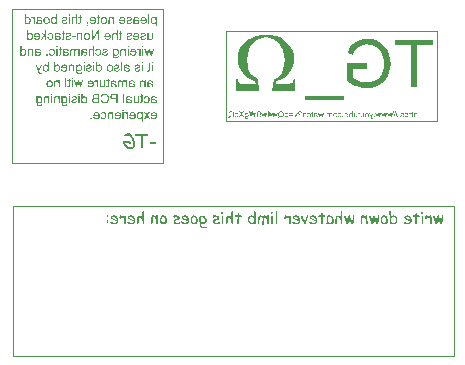
<source format=gbr>
%TF.GenerationSoftware,KiCad,Pcbnew,9.0.3*%
%TF.CreationDate,2025-08-13T01:08:13-07:00*%
%TF.ProjectId,TGslimeblahbal,5447736c-696d-4656-926c-616862616c2e,rev?*%
%TF.SameCoordinates,Original*%
%TF.FileFunction,Legend,Bot*%
%TF.FilePolarity,Positive*%
%FSLAX46Y46*%
G04 Gerber Fmt 4.6, Leading zero omitted, Abs format (unit mm)*
G04 Created by KiCad (PCBNEW 9.0.3) date 2025-08-13 01:08:13*
%MOMM*%
%LPD*%
G01*
G04 APERTURE LIST*
%ADD10C,0.100000*%
%ADD11C,0.125000*%
%ADD12C,0.500000*%
G04 APERTURE END LIST*
D10*
X123450000Y-58050000D02*
X136250000Y-58050000D01*
X136250000Y-71100000D01*
X123450000Y-71100000D01*
X123450000Y-58050000D01*
X123600000Y-74750000D02*
X160900000Y-74750000D01*
X160900000Y-87400000D01*
X123600000Y-87400000D01*
X123600000Y-74750000D01*
X141600000Y-59950000D02*
X159500000Y-59950000D01*
X159500000Y-67550000D01*
X141600000Y-67550000D01*
X141600000Y-59950000D01*
D11*
G36*
X159137325Y-75619453D02*
G01*
X159196671Y-75848410D01*
X159276727Y-76121922D01*
X159301364Y-76183331D01*
X159340230Y-76249661D01*
X159358478Y-76270021D01*
X159379731Y-76281553D01*
X159405137Y-76285198D01*
X159428755Y-76279822D01*
X159451672Y-76263523D01*
X159474889Y-76232515D01*
X159498369Y-76180675D01*
X159521275Y-76100123D01*
X159549302Y-75940633D01*
X159571833Y-75788592D01*
X159627826Y-75918773D01*
X159731690Y-76200324D01*
X159742994Y-76224171D01*
X159757641Y-76240563D01*
X159774282Y-76263138D01*
X159795624Y-76276228D01*
X159823220Y-76280802D01*
X159841991Y-76274696D01*
X159864013Y-76249583D01*
X159891095Y-76190906D01*
X159923604Y-76077653D01*
X159946633Y-75962239D01*
X159972758Y-75791278D01*
X159989183Y-75689002D01*
X159998098Y-75585321D01*
X159993004Y-75558855D01*
X159977948Y-75537632D01*
X159955782Y-75523528D01*
X159929099Y-75518764D01*
X159899028Y-75525103D01*
X159878231Y-75543293D01*
X159864863Y-75576528D01*
X159850514Y-75676057D01*
X159840256Y-75776318D01*
X159799956Y-76082416D01*
X159725175Y-75863829D01*
X159642847Y-75598326D01*
X159627874Y-75562352D01*
X159609928Y-75539708D01*
X159589114Y-75526970D01*
X159564323Y-75522672D01*
X159541193Y-75527207D01*
X159521732Y-75540886D01*
X159504913Y-75566001D01*
X159491233Y-75607241D01*
X159446842Y-75852644D01*
X159398299Y-76120579D01*
X159348412Y-75935137D01*
X159260301Y-75563583D01*
X159249358Y-75541025D01*
X159230719Y-75527644D01*
X159201561Y-75522672D01*
X159174746Y-75527500D01*
X159151735Y-75541967D01*
X159135765Y-75563376D01*
X159130547Y-75588312D01*
X159137325Y-75619453D01*
G37*
G36*
X158466146Y-75726371D02*
G01*
X158473331Y-75767272D01*
X158487275Y-75792479D01*
X158507048Y-75806806D01*
X158534473Y-75811856D01*
X158560468Y-75807536D01*
X158577866Y-75795775D01*
X158588945Y-75775953D01*
X158593213Y-75744567D01*
X158595228Y-75697001D01*
X158597304Y-75639909D01*
X158667850Y-75653304D01*
X158724659Y-75673827D01*
X158770106Y-75700603D01*
X158806840Y-75733488D01*
X158840575Y-75777363D01*
X158871222Y-75834265D01*
X158869879Y-76208018D01*
X158874542Y-76239436D01*
X158886892Y-76259776D01*
X158906886Y-76272223D01*
X158937534Y-76276894D01*
X158964101Y-76272466D01*
X158981899Y-76260399D01*
X158993245Y-76240039D01*
X158997618Y-76207773D01*
X158997618Y-75727287D01*
X158995908Y-75659570D01*
X158994199Y-75591793D01*
X158989825Y-75559527D01*
X158978479Y-75539167D01*
X158960682Y-75527101D01*
X158934115Y-75522672D01*
X158906943Y-75528732D01*
X158886853Y-75546703D01*
X158872560Y-75580513D01*
X158866460Y-75638504D01*
X158810675Y-75590974D01*
X158754208Y-75555415D01*
X158696612Y-75530633D01*
X158637274Y-75515892D01*
X158575444Y-75510949D01*
X158540814Y-75515848D01*
X158513913Y-75529656D01*
X158492829Y-75552653D01*
X158478742Y-75581884D01*
X158469126Y-75622680D01*
X158465474Y-75678499D01*
X158466146Y-75726371D01*
G37*
G36*
X158194975Y-75366357D02*
G01*
X158225472Y-75360528D01*
X158251700Y-75342909D01*
X158269623Y-75316951D01*
X158275575Y-75286245D01*
X158269621Y-75255550D01*
X158251700Y-75229642D01*
X158225468Y-75211976D01*
X158194975Y-75206133D01*
X158164545Y-75211988D01*
X158138616Y-75229642D01*
X158120935Y-75255526D01*
X158115047Y-75286245D01*
X158120933Y-75316975D01*
X158138616Y-75342909D01*
X158164541Y-75360516D01*
X158194975Y-75366357D01*
G37*
G36*
X158164262Y-75920116D02*
G01*
X158161880Y-76042848D01*
X158159438Y-76165519D01*
X158164196Y-76193282D01*
X158177878Y-76214795D01*
X158198831Y-76228975D01*
X158226360Y-76233907D01*
X158253426Y-76229013D01*
X158274598Y-76214795D01*
X158288516Y-76193257D01*
X158293344Y-76165519D01*
X158295725Y-76042848D01*
X158298107Y-75920116D01*
X158291329Y-75759832D01*
X158284490Y-75599548D01*
X158279633Y-75571240D01*
X158265744Y-75549661D01*
X158244567Y-75535396D01*
X158217506Y-75530488D01*
X158190509Y-75535395D01*
X158169391Y-75549661D01*
X158155455Y-75571245D01*
X158150584Y-75599548D01*
X158157423Y-75759832D01*
X158164262Y-75920116D01*
G37*
G36*
X157476718Y-75648030D02*
G01*
X157510546Y-75646687D01*
X157544312Y-75645282D01*
X157637247Y-75655540D01*
X157624241Y-76058785D01*
X157623569Y-76088766D01*
X157622897Y-76123571D01*
X157626221Y-76188047D01*
X157636707Y-76229401D01*
X157651807Y-76254514D01*
X157670715Y-76268315D01*
X157694644Y-76272986D01*
X157720200Y-76268526D01*
X157742088Y-76255218D01*
X157757209Y-76235200D01*
X157762238Y-76210765D01*
X157760223Y-76132791D01*
X157758147Y-76054877D01*
X157771763Y-75655540D01*
X157923438Y-75644000D01*
X157951065Y-75636240D01*
X157969218Y-75622869D01*
X157980230Y-75603682D01*
X157984255Y-75576589D01*
X157979522Y-75548891D01*
X157965814Y-75526946D01*
X157944991Y-75512185D01*
X157918675Y-75507163D01*
X157775183Y-75518764D01*
X157778297Y-75426135D01*
X157781350Y-75342299D01*
X157776342Y-75316109D01*
X157761566Y-75295160D01*
X157739668Y-75281209D01*
X157713023Y-75276475D01*
X157687347Y-75281825D01*
X157667247Y-75297749D01*
X157651484Y-75327198D01*
X157641338Y-75376493D01*
X157639262Y-75437065D01*
X157640605Y-75476571D01*
X157641338Y-75518764D01*
X157544312Y-75507834D01*
X157479357Y-75510054D01*
X157451439Y-75514673D01*
X157428485Y-75527696D01*
X157414782Y-75548221D01*
X157409734Y-75578970D01*
X157414561Y-75606713D01*
X157428541Y-75628551D01*
X157449693Y-75643052D01*
X157476718Y-75648030D01*
G37*
G36*
X157034400Y-75520239D02*
G01*
X157088713Y-75535862D01*
X157137832Y-75561537D01*
X157182661Y-75597865D01*
X157223682Y-75646198D01*
X157260417Y-75708061D01*
X157287239Y-75777505D01*
X157303948Y-75855798D01*
X157309778Y-75944480D01*
X157302735Y-76019783D01*
X157282732Y-76083383D01*
X157250459Y-76137588D01*
X157205242Y-76183960D01*
X157155756Y-76216722D01*
X157098581Y-76240789D01*
X157032324Y-76255925D01*
X156955259Y-76261263D01*
X156890085Y-76256300D01*
X156822478Y-76241027D01*
X156751683Y-76214551D01*
X156691823Y-76181440D01*
X156655196Y-76148913D01*
X156635605Y-76116663D01*
X156629378Y-76083332D01*
X156633978Y-76060970D01*
X156648185Y-76041078D01*
X156668469Y-76027329D01*
X156690867Y-76022882D01*
X156706886Y-76026318D01*
X156723249Y-76037535D01*
X156740753Y-76059396D01*
X156759484Y-76079760D01*
X156792222Y-76099598D01*
X156844556Y-76118442D01*
X156906419Y-76132154D01*
X156955198Y-76136210D01*
X157005094Y-76132830D01*
X157049105Y-76123142D01*
X157088128Y-76107573D01*
X157123759Y-76085557D01*
X157155407Y-76057307D01*
X157183382Y-76022210D01*
X156922409Y-75898012D01*
X156821885Y-75847912D01*
X156777573Y-75821198D01*
X156741454Y-75790095D01*
X156717966Y-75759486D01*
X156704717Y-75728853D01*
X156700392Y-75697306D01*
X156701179Y-75690894D01*
X156809019Y-75690894D01*
X156871742Y-75734833D01*
X156985240Y-75795858D01*
X157194984Y-75895997D01*
X157171633Y-75810547D01*
X157143728Y-75746967D01*
X157112308Y-75700847D01*
X157071840Y-75664507D01*
X157026245Y-75643251D01*
X156973639Y-75636001D01*
X156905104Y-75642767D01*
X156851320Y-75661444D01*
X156809019Y-75690894D01*
X156701179Y-75690894D01*
X156706054Y-75651194D01*
X156722262Y-75612812D01*
X156749147Y-75580345D01*
X156788503Y-75552958D01*
X156837816Y-75532741D01*
X156898703Y-75519614D01*
X156973639Y-75514856D01*
X157034400Y-75520239D01*
G37*
G36*
X155525207Y-75146381D02*
G01*
X155545318Y-75165508D01*
X155557030Y-75200943D01*
X155567706Y-75324812D01*
X155579562Y-75590511D01*
X155643797Y-75543372D01*
X155673605Y-75530592D01*
X155713470Y-75521985D01*
X155766041Y-75518764D01*
X155841178Y-75525931D01*
X155906913Y-75546602D01*
X155965135Y-75580484D01*
X156017123Y-75628551D01*
X156058178Y-75685803D01*
X156088232Y-75752288D01*
X156107116Y-75829740D01*
X156113782Y-75920361D01*
X156107441Y-75994352D01*
X156089218Y-76059096D01*
X156059610Y-76116289D01*
X156018161Y-76167168D01*
X155968824Y-76208227D01*
X155914120Y-76237330D01*
X155852957Y-76255111D01*
X155783810Y-76261263D01*
X155727426Y-76256612D01*
X155673534Y-76242761D01*
X155622056Y-76220132D01*
X155571379Y-76188112D01*
X155553834Y-76224860D01*
X155533386Y-76243587D01*
X155509220Y-76249539D01*
X155485520Y-76245130D01*
X155464767Y-76231770D01*
X155450492Y-76211743D01*
X155445655Y-76186646D01*
X155447060Y-76170893D01*
X155462005Y-76040671D01*
X155468187Y-75826938D01*
X155466778Y-75757695D01*
X155591163Y-75757695D01*
X155592568Y-75837745D01*
X155593239Y-75916453D01*
X155591163Y-76033872D01*
X155611008Y-76054938D01*
X155660608Y-76094254D01*
X155686845Y-76111236D01*
X155729346Y-76126699D01*
X155783810Y-76132302D01*
X155837244Y-76125346D01*
X155885569Y-76104697D01*
X155930355Y-76069227D01*
X155965283Y-76024037D01*
X155985835Y-75974360D01*
X155992821Y-75918529D01*
X155988543Y-75849466D01*
X155976819Y-75794147D01*
X155958912Y-75750094D01*
X155935484Y-75715258D01*
X155904593Y-75686706D01*
X155866684Y-75665790D01*
X155820269Y-75652497D01*
X155763293Y-75647725D01*
X155706425Y-75654880D01*
X155660223Y-75675202D01*
X155622199Y-75708656D01*
X155591163Y-75757695D01*
X155466778Y-75757695D01*
X155466143Y-75726463D01*
X155460005Y-75625865D01*
X155437679Y-75328948D01*
X155432711Y-75206011D01*
X155437086Y-75175492D01*
X155448582Y-75155927D01*
X155466968Y-75144100D01*
X155494870Y-75139699D01*
X155525207Y-75146381D01*
G37*
G36*
X155028190Y-75528453D02*
G01*
X155086901Y-75545116D01*
X155139123Y-75572283D01*
X155185932Y-75610443D01*
X155227913Y-75660914D01*
X155263299Y-75721289D01*
X155288013Y-75785969D01*
X155302279Y-75855834D01*
X155305765Y-75931962D01*
X155297307Y-76010455D01*
X155277942Y-76077522D01*
X155248442Y-76135094D01*
X155208740Y-76184631D01*
X155164719Y-76222066D01*
X155117713Y-76248123D01*
X155066953Y-76263754D01*
X155011331Y-76269078D01*
X154955390Y-76264126D01*
X154905233Y-76249733D01*
X154859730Y-76226052D01*
X154818062Y-76192514D01*
X154779788Y-76147873D01*
X154746475Y-76092821D01*
X154722072Y-76032109D01*
X154706598Y-75964805D01*
X154703375Y-75924940D01*
X154827599Y-75924940D01*
X154836487Y-75987756D01*
X154857137Y-76038701D01*
X154889087Y-76080279D01*
X154925849Y-76109426D01*
X154966139Y-76126509D01*
X155011331Y-76132302D01*
X155049989Y-76127244D01*
X155084899Y-76112235D01*
X155117210Y-76086446D01*
X155146289Y-76046364D01*
X155164589Y-75995810D01*
X155171188Y-75931779D01*
X155166054Y-75866829D01*
X155151157Y-75808366D01*
X155126796Y-75755252D01*
X155094686Y-75711640D01*
X155058552Y-75682342D01*
X155017655Y-75665122D01*
X154970359Y-75659448D01*
X154927241Y-75665936D01*
X154892993Y-75684057D01*
X154865375Y-75714596D01*
X154843989Y-75760991D01*
X154830351Y-75828755D01*
X154827599Y-75924940D01*
X154703375Y-75924940D01*
X154700532Y-75889769D01*
X154706072Y-75796697D01*
X154724417Y-75716601D01*
X154754509Y-75647297D01*
X154786418Y-75601106D01*
X154822443Y-75566732D01*
X154862943Y-75542544D01*
X154908835Y-75527792D01*
X154961505Y-75522672D01*
X155028190Y-75528453D01*
G37*
G36*
X153714157Y-75619453D02*
G01*
X153773503Y-75848410D01*
X153853558Y-76121922D01*
X153878196Y-76183331D01*
X153917062Y-76249661D01*
X153935309Y-76270021D01*
X153956563Y-76281553D01*
X153981969Y-76285198D01*
X154005586Y-76279822D01*
X154028504Y-76263523D01*
X154051721Y-76232515D01*
X154075201Y-76180675D01*
X154098107Y-76100123D01*
X154126133Y-75940633D01*
X154148665Y-75788592D01*
X154204658Y-75918773D01*
X154308522Y-76200324D01*
X154319826Y-76224171D01*
X154334473Y-76240563D01*
X154351114Y-76263138D01*
X154372456Y-76276228D01*
X154400052Y-76280802D01*
X154418823Y-76274696D01*
X154440845Y-76249583D01*
X154467927Y-76190906D01*
X154500436Y-76077653D01*
X154523465Y-75962239D01*
X154549590Y-75791278D01*
X154566015Y-75689002D01*
X154574930Y-75585321D01*
X154569836Y-75558855D01*
X154554780Y-75537632D01*
X154532614Y-75523528D01*
X154505931Y-75518764D01*
X154475860Y-75525103D01*
X154455063Y-75543293D01*
X154441695Y-75576528D01*
X154427346Y-75676057D01*
X154417088Y-75776318D01*
X154376788Y-76082416D01*
X154302006Y-75863829D01*
X154219678Y-75598326D01*
X154204706Y-75562352D01*
X154186760Y-75539708D01*
X154165946Y-75526970D01*
X154141154Y-75522672D01*
X154118025Y-75527207D01*
X154098563Y-75540886D01*
X154081745Y-75566001D01*
X154068065Y-75607241D01*
X154023674Y-75852644D01*
X153975130Y-76120579D01*
X153925244Y-75935137D01*
X153837133Y-75563583D01*
X153826190Y-75541025D01*
X153807550Y-75527644D01*
X153778393Y-75522672D01*
X153751577Y-75527500D01*
X153728567Y-75541967D01*
X153712597Y-75563376D01*
X153707379Y-75588312D01*
X153714157Y-75619453D01*
G37*
G36*
X153050488Y-76276894D02*
G01*
X153077023Y-76272750D01*
X153095917Y-76261317D01*
X153109160Y-76242195D01*
X153116739Y-76212658D01*
X153135851Y-76063060D01*
X153143132Y-75984216D01*
X153145437Y-75913400D01*
X153143056Y-75848492D01*
X153140675Y-75783585D01*
X153146184Y-75704742D01*
X153158988Y-75662173D01*
X153175402Y-75642073D01*
X153195324Y-75636001D01*
X153230625Y-75640939D01*
X153266113Y-75656294D01*
X153302838Y-75683915D01*
X153341503Y-75726859D01*
X153378975Y-75784380D01*
X153411915Y-75853511D01*
X153439872Y-75935992D01*
X153446039Y-76002976D01*
X153450130Y-76069227D01*
X153446039Y-76130776D01*
X153441948Y-76192264D01*
X153446817Y-76220514D01*
X153460755Y-76242090D01*
X153481873Y-76256356D01*
X153508871Y-76261263D01*
X153536410Y-76256332D01*
X153557414Y-76242151D01*
X153571072Y-76220614D01*
X153575854Y-76192386D01*
X153580312Y-76130959D01*
X153584708Y-76069593D01*
X153574816Y-75874809D01*
X153564863Y-75680087D01*
X153567306Y-75615240D01*
X153569687Y-75550455D01*
X153564712Y-75523482D01*
X153550209Y-75502339D01*
X153528610Y-75488352D01*
X153502032Y-75483593D01*
X153475120Y-75488695D01*
X153455317Y-75503336D01*
X153440969Y-75529405D01*
X153433094Y-75572009D01*
X153431018Y-75651632D01*
X153379449Y-75591169D01*
X153330766Y-75548446D01*
X153284414Y-75520309D01*
X153239602Y-75504383D01*
X153195324Y-75499225D01*
X153143438Y-75505599D01*
X153102193Y-75523518D01*
X153069074Y-75552801D01*
X153042978Y-75595396D01*
X153027757Y-75639370D01*
X153016485Y-75700991D01*
X153010860Y-75785050D01*
X153010860Y-75853927D01*
X153011531Y-75917369D01*
X153008295Y-75977920D01*
X152996877Y-76063731D01*
X152985400Y-76149448D01*
X152982161Y-76209361D01*
X152987165Y-76236913D01*
X153001639Y-76258148D01*
X153023330Y-76272107D01*
X153050488Y-76276894D01*
G37*
G36*
X151605853Y-75619453D02*
G01*
X151665199Y-75848410D01*
X151745254Y-76121922D01*
X151769891Y-76183331D01*
X151808757Y-76249661D01*
X151827005Y-76270021D01*
X151848259Y-76281553D01*
X151873665Y-76285198D01*
X151897282Y-76279822D01*
X151920200Y-76263523D01*
X151943416Y-76232515D01*
X151966897Y-76180675D01*
X151989802Y-76100123D01*
X152017829Y-75940633D01*
X152040361Y-75788592D01*
X152096353Y-75918773D01*
X152200218Y-76200324D01*
X152211522Y-76224171D01*
X152226168Y-76240563D01*
X152242810Y-76263138D01*
X152264151Y-76276228D01*
X152291748Y-76280802D01*
X152310519Y-76274696D01*
X152332541Y-76249583D01*
X152359623Y-76190906D01*
X152392131Y-76077653D01*
X152415161Y-75962239D01*
X152441285Y-75791278D01*
X152457711Y-75689002D01*
X152466625Y-75585321D01*
X152461531Y-75558855D01*
X152446475Y-75537632D01*
X152424310Y-75523528D01*
X152397627Y-75518764D01*
X152367555Y-75525103D01*
X152346758Y-75543293D01*
X152333391Y-75576528D01*
X152319042Y-75676057D01*
X152308784Y-75776318D01*
X152268483Y-76082416D01*
X152193702Y-75863829D01*
X152111374Y-75598326D01*
X152096402Y-75562352D01*
X152078456Y-75539708D01*
X152057641Y-75526970D01*
X152032850Y-75522672D01*
X152009720Y-75527207D01*
X151990259Y-75540886D01*
X151973441Y-75566001D01*
X151959760Y-75607241D01*
X151915369Y-75852644D01*
X151866826Y-76120579D01*
X151816939Y-75935137D01*
X151728829Y-75563583D01*
X151717886Y-75541025D01*
X151699246Y-75527644D01*
X151670088Y-75522672D01*
X151643273Y-75527500D01*
X151620263Y-75541967D01*
X151604292Y-75563376D01*
X151599075Y-75588312D01*
X151605853Y-75619453D01*
G37*
G36*
X150894373Y-76272986D02*
G01*
X150922874Y-76267267D01*
X150943470Y-76250795D01*
X150957876Y-76221085D01*
X150971885Y-76159050D01*
X150986575Y-76062021D01*
X150996165Y-75967344D01*
X150998909Y-75899539D01*
X150997199Y-75845683D01*
X150995490Y-75791706D01*
X151001332Y-75725963D01*
X151015351Y-75688653D01*
X151034550Y-75669580D01*
X151059726Y-75663356D01*
X151100967Y-75668004D01*
X151140009Y-75681942D01*
X151177744Y-75705864D01*
X151214759Y-75741331D01*
X151250940Y-75791388D01*
X151310380Y-75893921D01*
X151314226Y-76075555D01*
X151322746Y-76166244D01*
X151332240Y-76203133D01*
X151348044Y-76227499D01*
X151367453Y-76241041D01*
X151391652Y-76245631D01*
X151417912Y-76240875D01*
X151440867Y-76226519D01*
X151456821Y-76205177D01*
X151462055Y-76180052D01*
X151455887Y-76149949D01*
X151452002Y-76124969D01*
X151448377Y-76050176D01*
X151446301Y-75949059D01*
X151444286Y-75446713D01*
X151439523Y-75332590D01*
X151445996Y-75266706D01*
X151452468Y-75202103D01*
X151447458Y-75175724D01*
X151432684Y-75154598D01*
X151410777Y-75140552D01*
X151384141Y-75135792D01*
X151358694Y-75139683D01*
X151340194Y-75150470D01*
X151326850Y-75168488D01*
X151318562Y-75196120D01*
X151310200Y-75261195D01*
X151307632Y-75316104D01*
X151312456Y-75466252D01*
X151315814Y-75616095D01*
X151315143Y-75676240D01*
X151275299Y-75628603D01*
X151235402Y-75591590D01*
X151195280Y-75563827D01*
X151151495Y-75543011D01*
X151106509Y-75530699D01*
X151059665Y-75526580D01*
X151003733Y-75531927D01*
X150960943Y-75546508D01*
X150928301Y-75569176D01*
X150903899Y-75600280D01*
X150888577Y-75636571D01*
X150876524Y-75692517D01*
X150869766Y-75774914D01*
X150864331Y-75905218D01*
X150850654Y-76047184D01*
X150827451Y-76187684D01*
X150824703Y-76207468D01*
X150829840Y-76233148D01*
X150845219Y-76254180D01*
X150867634Y-76268246D01*
X150894373Y-76272986D01*
G37*
G36*
X150409383Y-75522250D02*
G01*
X150479174Y-75543971D01*
X150543885Y-75580227D01*
X150604579Y-75632398D01*
X150654624Y-75694619D01*
X150689769Y-75761692D01*
X150711006Y-75834733D01*
X150718274Y-75915293D01*
X150713045Y-76004775D01*
X150698798Y-76075723D01*
X150677219Y-76131517D01*
X150649275Y-76174984D01*
X150609707Y-76212703D01*
X150559460Y-76240644D01*
X150496109Y-76258635D01*
X150416329Y-76265170D01*
X150381292Y-76261252D01*
X150333042Y-76247402D01*
X150281763Y-76226552D01*
X150217576Y-76194829D01*
X150199970Y-76216260D01*
X150171781Y-76243616D01*
X150139233Y-76267839D01*
X150124642Y-76272986D01*
X150100995Y-76268580D01*
X150080251Y-76255218D01*
X150065973Y-76235199D01*
X150061139Y-76210155D01*
X150065230Y-76198553D01*
X150080922Y-76162344D01*
X150112609Y-76079214D01*
X150115911Y-76068433D01*
X150244870Y-76068433D01*
X150287534Y-76103186D01*
X150313869Y-76120212D01*
X150362865Y-76137702D01*
X150425183Y-76144026D01*
X150475150Y-76137384D01*
X150513859Y-76118787D01*
X150544068Y-76088217D01*
X150564599Y-76048828D01*
X150578463Y-75994467D01*
X150583696Y-75920666D01*
X150578865Y-75865963D01*
X150564625Y-75815205D01*
X150540873Y-75767494D01*
X150506882Y-75722158D01*
X150465447Y-75683560D01*
X150421718Y-75657054D01*
X150374976Y-75641325D01*
X150324127Y-75636001D01*
X150295123Y-75642168D01*
X150251709Y-75661219D01*
X150263005Y-75734431D01*
X150266730Y-75798056D01*
X150262162Y-75899196D01*
X150244870Y-76068433D01*
X150115911Y-76068433D01*
X150123970Y-76042116D01*
X150132634Y-75988530D01*
X150135572Y-75908271D01*
X150131175Y-75755985D01*
X150120551Y-75670561D01*
X150110277Y-75655041D01*
X150106934Y-75637772D01*
X150111537Y-75614540D01*
X150126154Y-75591952D01*
X150153873Y-75569011D01*
X150199808Y-75545570D01*
X150272536Y-75521956D01*
X150332981Y-75514856D01*
X150409383Y-75522250D01*
G37*
G36*
X149485092Y-75648030D02*
G01*
X149518920Y-75646687D01*
X149552686Y-75645282D01*
X149645621Y-75655540D01*
X149632615Y-76058785D01*
X149631943Y-76088766D01*
X149631271Y-76123571D01*
X149634595Y-76188047D01*
X149645081Y-76229401D01*
X149660181Y-76254514D01*
X149679089Y-76268315D01*
X149703018Y-76272986D01*
X149728574Y-76268526D01*
X149750462Y-76255218D01*
X149765583Y-76235200D01*
X149770612Y-76210765D01*
X149768597Y-76132791D01*
X149766521Y-76054877D01*
X149780137Y-75655540D01*
X149931812Y-75644000D01*
X149959440Y-75636240D01*
X149977592Y-75622869D01*
X149988604Y-75603682D01*
X149992629Y-75576589D01*
X149987896Y-75548891D01*
X149974188Y-75526946D01*
X149953365Y-75512185D01*
X149927049Y-75507163D01*
X149783557Y-75518764D01*
X149786671Y-75426135D01*
X149789724Y-75342299D01*
X149784716Y-75316109D01*
X149769940Y-75295160D01*
X149748042Y-75281209D01*
X149721397Y-75276475D01*
X149695721Y-75281825D01*
X149675621Y-75297749D01*
X149659858Y-75327198D01*
X149649712Y-75376493D01*
X149647636Y-75437065D01*
X149648979Y-75476571D01*
X149649712Y-75518764D01*
X149552686Y-75507834D01*
X149487731Y-75510054D01*
X149459813Y-75514673D01*
X149436859Y-75527696D01*
X149423156Y-75548221D01*
X149418108Y-75578970D01*
X149422935Y-75606713D01*
X149436915Y-75628551D01*
X149458067Y-75643052D01*
X149485092Y-75648030D01*
G37*
G36*
X149042774Y-75520239D02*
G01*
X149097087Y-75535862D01*
X149146206Y-75561537D01*
X149191035Y-75597865D01*
X149232056Y-75646198D01*
X149268791Y-75708061D01*
X149295613Y-75777505D01*
X149312322Y-75855798D01*
X149318152Y-75944480D01*
X149311109Y-76019783D01*
X149291106Y-76083383D01*
X149258833Y-76137588D01*
X149213616Y-76183960D01*
X149164130Y-76216722D01*
X149106955Y-76240789D01*
X149040698Y-76255925D01*
X148963633Y-76261263D01*
X148898459Y-76256300D01*
X148830852Y-76241027D01*
X148760057Y-76214551D01*
X148700197Y-76181440D01*
X148663570Y-76148913D01*
X148643979Y-76116663D01*
X148637752Y-76083332D01*
X148642352Y-76060970D01*
X148656559Y-76041078D01*
X148676843Y-76027329D01*
X148699241Y-76022882D01*
X148715260Y-76026318D01*
X148731623Y-76037535D01*
X148749127Y-76059396D01*
X148767858Y-76079760D01*
X148800596Y-76099598D01*
X148852930Y-76118442D01*
X148914793Y-76132154D01*
X148963572Y-76136210D01*
X149013468Y-76132830D01*
X149057479Y-76123142D01*
X149096502Y-76107573D01*
X149132133Y-76085557D01*
X149163781Y-76057307D01*
X149191756Y-76022210D01*
X148930783Y-75898012D01*
X148830259Y-75847912D01*
X148785947Y-75821198D01*
X148749828Y-75790095D01*
X148726340Y-75759486D01*
X148713091Y-75728853D01*
X148708766Y-75697306D01*
X148709553Y-75690894D01*
X148817393Y-75690894D01*
X148880116Y-75734833D01*
X148993614Y-75795858D01*
X149203358Y-75895997D01*
X149180007Y-75810547D01*
X149152102Y-75746967D01*
X149120682Y-75700847D01*
X149080214Y-75664507D01*
X149034619Y-75643251D01*
X148982013Y-75636001D01*
X148913478Y-75642767D01*
X148859694Y-75661444D01*
X148817393Y-75690894D01*
X148709553Y-75690894D01*
X148714428Y-75651194D01*
X148730636Y-75612812D01*
X148757521Y-75580345D01*
X148796877Y-75552958D01*
X148846190Y-75532741D01*
X148907077Y-75519614D01*
X148982013Y-75514856D01*
X149042774Y-75520239D01*
G37*
G36*
X148200741Y-76194340D02*
G01*
X148205869Y-76223161D01*
X148217558Y-76241795D01*
X148235749Y-76253100D01*
X148262901Y-76257294D01*
X148292304Y-76251145D01*
X148315998Y-76232684D01*
X148335319Y-76198492D01*
X148439855Y-75920483D01*
X148561427Y-75606142D01*
X148568265Y-75574696D01*
X148563028Y-75548830D01*
X148547138Y-75526885D01*
X148524130Y-75511957D01*
X148497923Y-75507041D01*
X148473298Y-75511615D01*
X148454158Y-75524931D01*
X148439183Y-75548623D01*
X148265648Y-76027278D01*
X148212500Y-75904682D01*
X148136566Y-75709518D01*
X148078497Y-75554790D01*
X148061413Y-75529393D01*
X148041705Y-75515540D01*
X148018353Y-75510949D01*
X147992199Y-75515862D01*
X147969199Y-75530793D01*
X147953229Y-75552707D01*
X147948011Y-75578054D01*
X147963033Y-75629175D01*
X148060729Y-75871146D01*
X148200741Y-76194340D01*
G37*
G36*
X147595879Y-75520239D02*
G01*
X147650193Y-75535862D01*
X147699312Y-75561537D01*
X147744140Y-75597865D01*
X147785162Y-75646198D01*
X147821896Y-75708061D01*
X147848718Y-75777505D01*
X147865427Y-75855798D01*
X147871257Y-75944480D01*
X147864215Y-76019783D01*
X147844212Y-76083383D01*
X147811938Y-76137588D01*
X147766721Y-76183960D01*
X147717236Y-76216722D01*
X147660060Y-76240789D01*
X147593803Y-76255925D01*
X147516739Y-76261263D01*
X147451564Y-76256300D01*
X147383957Y-76241027D01*
X147313162Y-76214551D01*
X147253302Y-76181440D01*
X147216676Y-76148913D01*
X147197085Y-76116663D01*
X147190858Y-76083332D01*
X147195458Y-76060970D01*
X147209665Y-76041078D01*
X147229949Y-76027329D01*
X147252346Y-76022882D01*
X147268365Y-76026318D01*
X147284728Y-76037535D01*
X147302233Y-76059396D01*
X147320964Y-76079760D01*
X147353702Y-76099598D01*
X147406036Y-76118442D01*
X147467898Y-76132154D01*
X147516678Y-76136210D01*
X147566573Y-76132830D01*
X147610585Y-76123142D01*
X147649607Y-76107573D01*
X147685239Y-76085557D01*
X147716886Y-76057307D01*
X147744862Y-76022210D01*
X147483888Y-75898012D01*
X147383364Y-75847912D01*
X147339052Y-75821198D01*
X147302933Y-75790095D01*
X147279445Y-75759486D01*
X147266197Y-75728853D01*
X147261871Y-75697306D01*
X147262658Y-75690894D01*
X147370498Y-75690894D01*
X147433221Y-75734833D01*
X147546720Y-75795858D01*
X147756463Y-75895997D01*
X147733112Y-75810547D01*
X147705207Y-75746967D01*
X147673787Y-75700847D01*
X147633320Y-75664507D01*
X147587724Y-75643251D01*
X147535118Y-75636001D01*
X147466583Y-75642767D01*
X147412800Y-75661444D01*
X147370498Y-75690894D01*
X147262658Y-75690894D01*
X147267533Y-75651194D01*
X147283742Y-75612812D01*
X147310626Y-75580345D01*
X147349982Y-75552958D01*
X147399295Y-75532741D01*
X147460183Y-75519614D01*
X147535118Y-75514856D01*
X147595879Y-75520239D01*
G37*
G36*
X146537325Y-75726371D02*
G01*
X146544510Y-75767272D01*
X146558455Y-75792479D01*
X146578227Y-75806806D01*
X146605652Y-75811856D01*
X146631647Y-75807536D01*
X146649045Y-75795775D01*
X146660125Y-75775953D01*
X146664392Y-75744567D01*
X146666407Y-75697001D01*
X146668483Y-75639909D01*
X146739030Y-75653304D01*
X146795839Y-75673827D01*
X146841285Y-75700603D01*
X146878019Y-75733488D01*
X146911755Y-75777363D01*
X146942402Y-75834265D01*
X146941058Y-76208018D01*
X146945722Y-76239436D01*
X146958072Y-76259776D01*
X146978065Y-76272223D01*
X147008714Y-76276894D01*
X147035281Y-76272466D01*
X147053078Y-76260399D01*
X147064424Y-76240039D01*
X147068797Y-76207773D01*
X147068797Y-75727287D01*
X147067088Y-75659570D01*
X147065378Y-75591793D01*
X147061005Y-75559527D01*
X147049659Y-75539167D01*
X147031861Y-75527101D01*
X147005294Y-75522672D01*
X146978122Y-75528732D01*
X146958032Y-75546703D01*
X146943740Y-75580513D01*
X146937639Y-75638504D01*
X146881854Y-75590974D01*
X146825387Y-75555415D01*
X146767791Y-75530633D01*
X146708454Y-75515892D01*
X146646624Y-75510949D01*
X146611993Y-75515848D01*
X146585092Y-75529656D01*
X146564009Y-75552653D01*
X146549921Y-75581884D01*
X146540305Y-75622680D01*
X146536653Y-75678499D01*
X146537325Y-75726371D01*
G37*
G36*
X145804963Y-75694497D02*
G01*
X145815221Y-76034300D01*
X145820717Y-76192875D01*
X145828186Y-76224570D01*
X145841583Y-76244884D01*
X145860735Y-76256919D01*
X145887639Y-76261263D01*
X145917818Y-76256584D01*
X145937604Y-76244064D01*
X145949900Y-76223481D01*
X145954562Y-76191531D01*
X145947051Y-75943014D01*
X145939541Y-75694497D01*
X145936121Y-75447384D01*
X145932702Y-75200272D01*
X145928081Y-75169054D01*
X145915852Y-75148859D01*
X145896073Y-75136513D01*
X145865779Y-75131884D01*
X145835089Y-75136536D01*
X145815098Y-75148920D01*
X145802772Y-75169119D01*
X145798124Y-75200272D01*
X145801543Y-75447384D01*
X145804963Y-75694497D01*
G37*
G36*
X145465038Y-75366357D02*
G01*
X145495535Y-75360528D01*
X145521763Y-75342909D01*
X145539686Y-75316951D01*
X145545638Y-75286245D01*
X145539684Y-75255550D01*
X145521763Y-75229642D01*
X145495530Y-75211976D01*
X145465038Y-75206133D01*
X145434608Y-75211988D01*
X145408679Y-75229642D01*
X145390998Y-75255526D01*
X145385109Y-75286245D01*
X145390996Y-75316975D01*
X145408679Y-75342909D01*
X145434604Y-75360516D01*
X145465038Y-75366357D01*
G37*
G36*
X145434324Y-75920116D02*
G01*
X145431943Y-76042848D01*
X145429501Y-76165519D01*
X145434259Y-76193282D01*
X145447941Y-76214795D01*
X145468894Y-76228975D01*
X145496423Y-76233907D01*
X145523489Y-76229013D01*
X145544661Y-76214795D01*
X145558579Y-76193257D01*
X145563407Y-76165519D01*
X145565788Y-76042848D01*
X145568169Y-75920116D01*
X145561392Y-75759832D01*
X145554553Y-75599548D01*
X145549696Y-75571240D01*
X145535807Y-75549661D01*
X145514630Y-75535396D01*
X145487569Y-75530488D01*
X145460572Y-75535395D01*
X145439453Y-75549661D01*
X145425518Y-75571245D01*
X145420647Y-75599548D01*
X145427486Y-75759832D01*
X145434324Y-75920116D01*
G37*
G36*
X144336209Y-76288618D02*
G01*
X144361723Y-76284759D01*
X144380228Y-76274084D01*
X144393536Y-76256313D01*
X144401788Y-76229145D01*
X144426395Y-76017264D01*
X144449598Y-75805383D01*
X144458822Y-75758793D01*
X144472862Y-75713121D01*
X144491799Y-75674187D01*
X144508307Y-75656512D01*
X144523360Y-75651632D01*
X144552727Y-75659346D01*
X144617637Y-75694375D01*
X144676665Y-75733364D01*
X144703733Y-75757512D01*
X144700314Y-75885129D01*
X144679858Y-76066357D01*
X144669759Y-76169055D01*
X144666852Y-76243494D01*
X144671677Y-76271047D01*
X144685659Y-76292709D01*
X144706792Y-76307117D01*
X144733775Y-76312065D01*
X144760763Y-76307106D01*
X144781952Y-76292648D01*
X144795883Y-76270924D01*
X144800697Y-76243250D01*
X144804221Y-76151023D01*
X144817428Y-75999740D01*
X144830635Y-75848456D01*
X144834159Y-75756229D01*
X144839948Y-75688531D01*
X144854675Y-75643817D01*
X144901059Y-75671291D01*
X144951639Y-75715013D01*
X145032240Y-75805322D01*
X145067105Y-75848431D01*
X145074616Y-75969576D01*
X145082126Y-76087911D01*
X145075654Y-76145430D01*
X145069181Y-76198797D01*
X145074373Y-76224581D01*
X145090003Y-76245997D01*
X145112657Y-76260389D01*
X145138852Y-76265170D01*
X145162923Y-76260067D01*
X145182649Y-76244592D01*
X145199088Y-76215572D01*
X145211159Y-76166726D01*
X145216032Y-76089560D01*
X145208522Y-75967255D01*
X145201011Y-75844951D01*
X145207545Y-75736324D01*
X145214017Y-75626964D01*
X145209653Y-75559041D01*
X145198824Y-75515932D01*
X145184031Y-75490218D01*
X145166200Y-75476434D01*
X145144347Y-75471870D01*
X145119388Y-75477289D01*
X145095498Y-75494584D01*
X145078612Y-75518937D01*
X145073272Y-75544593D01*
X145076692Y-75584954D01*
X145080111Y-75626598D01*
X145078768Y-75698283D01*
X145051876Y-75651877D01*
X145017273Y-75607911D01*
X144974232Y-75566147D01*
X144925673Y-75530314D01*
X144887411Y-75512271D01*
X144856751Y-75507041D01*
X144806824Y-75513902D01*
X144766940Y-75533397D01*
X144734634Y-75565947D01*
X144709167Y-75614569D01*
X144667580Y-75570552D01*
X144619713Y-75539769D01*
X144565116Y-75521319D01*
X144500828Y-75514856D01*
X144457924Y-75519826D01*
X144422109Y-75534018D01*
X144391765Y-75557393D01*
X144366059Y-75591267D01*
X144345062Y-75638138D01*
X144336850Y-75679469D01*
X144317035Y-75830540D01*
X144297658Y-75968001D01*
X144267882Y-76222855D01*
X144271428Y-76248146D01*
X144286322Y-76269445D01*
X144308908Y-76283769D01*
X144336209Y-76288618D01*
G37*
G36*
X144050241Y-75159757D02*
G01*
X144070612Y-75173009D01*
X144088363Y-75196913D01*
X144101077Y-75231222D01*
X144105460Y-75270553D01*
X144106132Y-75459719D01*
X144106803Y-75648213D01*
X144103079Y-75864734D01*
X144099293Y-76081133D01*
X144101003Y-76133646D01*
X144102712Y-76186158D01*
X144098120Y-76211286D01*
X144084638Y-76231465D01*
X144064588Y-76245005D01*
X144040553Y-76249539D01*
X144021245Y-76246121D01*
X144003725Y-76235687D01*
X143987247Y-76216749D01*
X143929106Y-76239042D01*
X143866104Y-76252676D01*
X143797348Y-76257355D01*
X143724741Y-76250386D01*
X143659873Y-76230104D01*
X143601117Y-76196567D01*
X143547365Y-76148667D01*
X143503464Y-76091446D01*
X143472364Y-76029067D01*
X143453433Y-75960453D01*
X143446951Y-75884518D01*
X143571240Y-75884518D01*
X143575430Y-75935725D01*
X143587528Y-75981157D01*
X143607233Y-76021838D01*
X143634804Y-76058541D01*
X143668837Y-76089145D01*
X143706684Y-76110712D01*
X143749136Y-76123850D01*
X143797348Y-76128394D01*
X143848448Y-76125000D01*
X143892358Y-76115389D01*
X143984560Y-76076981D01*
X143985232Y-75964630D01*
X143985903Y-75857773D01*
X143984560Y-75739255D01*
X143886191Y-75671416D01*
X143826876Y-75647447D01*
X143771397Y-75639909D01*
X143726298Y-75644687D01*
X143687233Y-75658474D01*
X143652889Y-75681225D01*
X143622470Y-75713914D01*
X143594606Y-75761937D01*
X143577323Y-75818145D01*
X143571240Y-75884518D01*
X143446951Y-75884518D01*
X143446920Y-75884152D01*
X143452637Y-75807759D01*
X143469126Y-75739760D01*
X143495873Y-75678777D01*
X143533016Y-75623728D01*
X143582788Y-75573946D01*
X143638203Y-75539225D01*
X143700449Y-75518207D01*
X143771397Y-75510949D01*
X143818922Y-75515740D01*
X143872208Y-75531099D01*
X143925602Y-75555398D01*
X143985232Y-75591549D01*
X143983888Y-75418136D01*
X143981812Y-75269820D01*
X143978393Y-75242037D01*
X143974973Y-75214255D01*
X143978702Y-75186750D01*
X143988376Y-75169393D01*
X144003550Y-75159106D01*
X144026203Y-75155331D01*
X144050241Y-75159757D01*
G37*
G36*
X142410842Y-75648030D02*
G01*
X142444670Y-75646687D01*
X142478436Y-75645282D01*
X142571371Y-75655540D01*
X142558365Y-76058785D01*
X142557693Y-76088766D01*
X142557021Y-76123571D01*
X142560345Y-76188047D01*
X142570832Y-76229401D01*
X142585931Y-76254514D01*
X142604839Y-76268315D01*
X142628768Y-76272986D01*
X142654324Y-76268526D01*
X142676212Y-76255218D01*
X142691333Y-76235200D01*
X142696362Y-76210765D01*
X142694347Y-76132791D01*
X142692271Y-76054877D01*
X142705887Y-75655540D01*
X142857562Y-75644000D01*
X142885190Y-75636240D01*
X142903342Y-75622869D01*
X142914355Y-75603682D01*
X142918379Y-75576589D01*
X142913646Y-75548891D01*
X142899938Y-75526946D01*
X142879115Y-75512185D01*
X142852800Y-75507163D01*
X142709307Y-75518764D01*
X142712421Y-75426135D01*
X142715474Y-75342299D01*
X142710466Y-75316109D01*
X142695690Y-75295160D01*
X142673793Y-75281209D01*
X142647147Y-75276475D01*
X142621471Y-75281825D01*
X142601371Y-75297749D01*
X142585608Y-75327198D01*
X142575462Y-75376493D01*
X142573386Y-75437065D01*
X142574729Y-75476571D01*
X142575462Y-75518764D01*
X142478436Y-75507834D01*
X142413481Y-75510054D01*
X142385563Y-75514673D01*
X142362609Y-75527696D01*
X142348906Y-75548221D01*
X142343859Y-75578970D01*
X142348685Y-75606713D01*
X142362665Y-75628551D01*
X142383817Y-75643052D01*
X142410842Y-75648030D01*
G37*
G36*
X141636592Y-76272986D02*
G01*
X141665094Y-76267267D01*
X141685689Y-76250795D01*
X141700095Y-76221085D01*
X141714104Y-76159050D01*
X141728794Y-76062021D01*
X141738384Y-75967344D01*
X141741128Y-75899539D01*
X141739419Y-75845683D01*
X141737709Y-75791706D01*
X141743551Y-75725963D01*
X141757570Y-75688653D01*
X141776769Y-75669580D01*
X141801945Y-75663356D01*
X141843186Y-75668004D01*
X141882228Y-75681942D01*
X141919963Y-75705864D01*
X141956978Y-75741331D01*
X141993159Y-75791388D01*
X142052599Y-75893921D01*
X142056446Y-76075555D01*
X142064966Y-76166244D01*
X142074459Y-76203133D01*
X142090263Y-76227499D01*
X142109672Y-76241041D01*
X142133871Y-76245631D01*
X142160132Y-76240875D01*
X142183086Y-76226519D01*
X142199040Y-76205177D01*
X142204274Y-76180052D01*
X142198107Y-76149949D01*
X142194221Y-76124969D01*
X142190596Y-76050176D01*
X142188520Y-75949059D01*
X142186505Y-75446713D01*
X142181742Y-75332590D01*
X142188215Y-75266706D01*
X142194687Y-75202103D01*
X142189677Y-75175724D01*
X142174904Y-75154598D01*
X142152996Y-75140552D01*
X142126360Y-75135792D01*
X142100913Y-75139683D01*
X142082413Y-75150470D01*
X142069069Y-75168488D01*
X142060781Y-75196120D01*
X142052419Y-75261195D01*
X142049851Y-75316104D01*
X142054675Y-75466252D01*
X142058033Y-75616095D01*
X142057362Y-75676240D01*
X142017518Y-75628603D01*
X141977621Y-75591590D01*
X141937500Y-75563827D01*
X141893714Y-75543011D01*
X141848728Y-75530699D01*
X141801884Y-75526580D01*
X141745952Y-75531927D01*
X141703162Y-75546508D01*
X141670520Y-75569176D01*
X141646118Y-75600280D01*
X141630796Y-75636571D01*
X141618743Y-75692517D01*
X141611985Y-75774914D01*
X141606550Y-75905218D01*
X141592873Y-76047184D01*
X141569670Y-76187684D01*
X141566922Y-76207468D01*
X141572060Y-76233148D01*
X141587438Y-76254180D01*
X141609853Y-76268246D01*
X141636592Y-76272986D01*
G37*
G36*
X141269923Y-75366357D02*
G01*
X141300420Y-75360528D01*
X141326648Y-75342909D01*
X141344570Y-75316951D01*
X141350523Y-75286245D01*
X141344568Y-75255550D01*
X141326648Y-75229642D01*
X141300415Y-75211976D01*
X141269923Y-75206133D01*
X141239493Y-75211988D01*
X141213564Y-75229642D01*
X141195883Y-75255526D01*
X141189994Y-75286245D01*
X141195881Y-75316975D01*
X141213564Y-75342909D01*
X141239488Y-75360516D01*
X141269923Y-75366357D01*
G37*
G36*
X141239209Y-75920116D02*
G01*
X141236828Y-76042848D01*
X141234385Y-76165519D01*
X141239144Y-76193282D01*
X141252826Y-76214795D01*
X141273779Y-76228975D01*
X141301308Y-76233907D01*
X141328374Y-76229013D01*
X141349546Y-76214795D01*
X141363464Y-76193257D01*
X141368292Y-76165519D01*
X141370673Y-76042848D01*
X141373054Y-75920116D01*
X141366277Y-75759832D01*
X141359438Y-75599548D01*
X141354581Y-75571240D01*
X141340692Y-75549661D01*
X141319515Y-75535396D01*
X141292454Y-75530488D01*
X141265457Y-75535395D01*
X141244338Y-75549661D01*
X141230402Y-75571245D01*
X141225532Y-75599548D01*
X141232370Y-75759832D01*
X141239209Y-75920116D01*
G37*
G36*
X140547575Y-75702435D02*
G01*
X140571240Y-75699342D01*
X140588172Y-75690957D01*
X140600148Y-75677522D01*
X140608566Y-75655086D01*
X140617916Y-75604738D01*
X140775697Y-75652487D01*
X140830071Y-75679422D01*
X140863042Y-75706136D01*
X140880597Y-75732723D01*
X140886339Y-75760321D01*
X140846039Y-75771189D01*
X140741568Y-75794556D01*
X140665714Y-75820607D01*
X140612421Y-75848187D01*
X140563249Y-75888438D01*
X140529120Y-75935361D01*
X140508361Y-75990209D01*
X140501107Y-76055244D01*
X140507326Y-76108146D01*
X140525141Y-76152568D01*
X140554592Y-76190455D01*
X140597400Y-76222794D01*
X140652560Y-76247564D01*
X140719160Y-76263401D01*
X140799633Y-76269078D01*
X140887380Y-76261570D01*
X140970359Y-76239281D01*
X141021533Y-76215395D01*
X141052978Y-76189985D01*
X141070029Y-76163111D01*
X141075566Y-76133585D01*
X141070318Y-76108490D01*
X141054073Y-76086202D01*
X141030826Y-76070845D01*
X141005225Y-76065868D01*
X140983864Y-76072352D01*
X140950575Y-76098414D01*
X140928362Y-76111009D01*
X140876753Y-76124181D01*
X140799572Y-76132302D01*
X140744128Y-76128681D01*
X140698456Y-76118625D01*
X140660376Y-76100963D01*
X140641069Y-76080302D01*
X140634952Y-76055854D01*
X140639672Y-76022645D01*
X140653460Y-75994331D01*
X140677090Y-75969601D01*
X140712957Y-75948067D01*
X140764767Y-75930314D01*
X140835781Y-75914560D01*
X140919249Y-75890880D01*
X140964924Y-75868032D01*
X140995264Y-75838677D01*
X141013675Y-75801011D01*
X141020245Y-75752322D01*
X141014635Y-75697326D01*
X140998641Y-75650872D01*
X140972601Y-75611170D01*
X140935618Y-75577105D01*
X140885668Y-75548379D01*
X140838205Y-75530063D01*
X140754570Y-75504232D01*
X140671126Y-75478447D01*
X140625427Y-75460757D01*
X140596463Y-75451558D01*
X140564610Y-75448422D01*
X140537608Y-75453316D01*
X140516495Y-75467534D01*
X140502556Y-75489110D01*
X140497688Y-75517360D01*
X140489139Y-75575429D01*
X140480591Y-75633497D01*
X140485459Y-75661748D01*
X140499398Y-75683323D01*
X140520519Y-75697539D01*
X140547575Y-75702435D01*
G37*
G36*
X139635382Y-75535583D02*
G01*
X139701687Y-75550153D01*
X139760119Y-75573500D01*
X139811828Y-75605454D01*
X139857650Y-75646381D01*
X139902984Y-75705482D01*
X139935844Y-75773405D01*
X139956332Y-75851827D01*
X139963529Y-75942953D01*
X139958293Y-76009354D01*
X139943336Y-76066949D01*
X139919269Y-76117255D01*
X139885982Y-76161428D01*
X139844512Y-76198136D01*
X139797919Y-76224155D01*
X139745172Y-76240094D01*
X139684787Y-76245631D01*
X139642450Y-76241125D01*
X139603959Y-76227863D01*
X139568344Y-76205575D01*
X139537528Y-76176222D01*
X139508224Y-76136815D01*
X139480539Y-76085408D01*
X139486344Y-76209957D01*
X139498732Y-76298721D01*
X139515404Y-76359692D01*
X139539918Y-76410102D01*
X139569765Y-76447154D01*
X139605013Y-76473212D01*
X139646636Y-76489455D01*
X139696388Y-76495736D01*
X139764400Y-76493632D01*
X139823456Y-76485111D01*
X139905460Y-76473204D01*
X139932361Y-76477311D01*
X139949920Y-76488262D01*
X139960772Y-76506166D01*
X139964872Y-76533838D01*
X139960283Y-76556714D01*
X139946448Y-76575728D01*
X139920936Y-76591906D01*
X139878777Y-76604607D01*
X139813694Y-76613505D01*
X139726491Y-76616880D01*
X139647647Y-76612188D01*
X139583457Y-76599244D01*
X139531423Y-76579358D01*
X139489453Y-76553255D01*
X139450183Y-76513891D01*
X139417240Y-76460460D01*
X139391085Y-76389734D01*
X139372896Y-76296491D01*
X139363058Y-76166069D01*
X139347365Y-75936175D01*
X139328925Y-75807581D01*
X139317695Y-75730002D01*
X139316182Y-75704572D01*
X139449153Y-75704572D01*
X139466393Y-75836248D01*
X139479867Y-75911934D01*
X139490138Y-75951899D01*
X139511698Y-75993973D01*
X139546851Y-76039124D01*
X139593343Y-76079796D01*
X139637426Y-76101867D01*
X139680696Y-76108855D01*
X139728792Y-76103365D01*
X139765447Y-76088266D01*
X139793414Y-76064220D01*
X139813104Y-76032271D01*
X139826111Y-75988963D01*
X139830966Y-75930863D01*
X139826704Y-75875816D01*
X139814488Y-75827613D01*
X139794771Y-75785097D01*
X139767463Y-75747376D01*
X139729378Y-75713116D01*
X139684248Y-75688317D01*
X139630658Y-75672774D01*
X139566634Y-75667264D01*
X139535629Y-75669581D01*
X139505818Y-75676484D01*
X139477231Y-75687955D01*
X139449153Y-75704572D01*
X139316182Y-75704572D01*
X139314576Y-75677583D01*
X139319740Y-75640848D01*
X139333339Y-75617006D01*
X139355019Y-75602297D01*
X139387665Y-75596189D01*
X139414726Y-75567898D01*
X139453244Y-75546913D01*
X139499178Y-75534946D01*
X139559795Y-75530488D01*
X139635382Y-75535583D01*
G37*
G36*
X138927702Y-75528453D02*
G01*
X138986413Y-75545116D01*
X139038634Y-75572283D01*
X139085444Y-75610443D01*
X139127424Y-75660914D01*
X139162810Y-75721289D01*
X139187525Y-75785969D01*
X139201790Y-75855834D01*
X139205277Y-75931962D01*
X139196818Y-76010455D01*
X139177454Y-76077522D01*
X139147953Y-76135094D01*
X139108251Y-76184631D01*
X139064230Y-76222066D01*
X139017225Y-76248123D01*
X138966464Y-76263754D01*
X138910842Y-76269078D01*
X138854901Y-76264126D01*
X138804744Y-76249733D01*
X138759241Y-76226052D01*
X138717573Y-76192514D01*
X138679300Y-76147873D01*
X138645987Y-76092821D01*
X138621584Y-76032109D01*
X138606109Y-75964805D01*
X138602886Y-75924940D01*
X138727110Y-75924940D01*
X138735998Y-75987756D01*
X138756649Y-76038701D01*
X138788599Y-76080279D01*
X138825360Y-76109426D01*
X138865651Y-76126509D01*
X138910842Y-76132302D01*
X138949500Y-76127244D01*
X138984411Y-76112235D01*
X139016721Y-76086446D01*
X139045801Y-76046364D01*
X139064101Y-75995810D01*
X139070699Y-75931779D01*
X139065566Y-75866829D01*
X139050668Y-75808366D01*
X139026308Y-75755252D01*
X138994197Y-75711640D01*
X138958064Y-75682342D01*
X138917167Y-75665122D01*
X138869870Y-75659448D01*
X138826752Y-75665936D01*
X138792505Y-75684057D01*
X138764887Y-75714596D01*
X138743500Y-75760991D01*
X138729862Y-75828755D01*
X138727110Y-75924940D01*
X138602886Y-75924940D01*
X138600043Y-75889769D01*
X138605584Y-75796697D01*
X138623928Y-75716601D01*
X138654021Y-75647297D01*
X138685930Y-75601106D01*
X138721955Y-75566732D01*
X138762455Y-75542544D01*
X138808347Y-75527792D01*
X138861017Y-75522672D01*
X138927702Y-75528453D01*
G37*
G36*
X138191553Y-75520239D02*
G01*
X138245866Y-75535862D01*
X138294985Y-75561537D01*
X138339814Y-75597865D01*
X138380835Y-75646198D01*
X138417570Y-75708061D01*
X138444392Y-75777505D01*
X138461101Y-75855798D01*
X138466931Y-75944480D01*
X138459888Y-76019783D01*
X138439885Y-76083383D01*
X138407611Y-76137588D01*
X138362395Y-76183960D01*
X138312909Y-76216722D01*
X138255734Y-76240789D01*
X138189477Y-76255925D01*
X138112412Y-76261263D01*
X138047238Y-76256300D01*
X137979631Y-76241027D01*
X137908836Y-76214551D01*
X137848976Y-76181440D01*
X137812349Y-76148913D01*
X137792758Y-76116663D01*
X137786531Y-76083332D01*
X137791131Y-76060970D01*
X137805338Y-76041078D01*
X137825622Y-76027329D01*
X137848019Y-76022882D01*
X137864039Y-76026318D01*
X137880402Y-76037535D01*
X137897906Y-76059396D01*
X137916637Y-76079760D01*
X137949375Y-76099598D01*
X138001709Y-76118442D01*
X138063571Y-76132154D01*
X138112351Y-76136210D01*
X138162247Y-76132830D01*
X138206258Y-76123142D01*
X138245280Y-76107573D01*
X138280912Y-76085557D01*
X138312560Y-76057307D01*
X138340535Y-76022210D01*
X138079562Y-75898012D01*
X137979038Y-75847912D01*
X137934726Y-75821198D01*
X137898606Y-75790095D01*
X137875119Y-75759486D01*
X137861870Y-75728853D01*
X137857545Y-75697306D01*
X137858332Y-75690894D01*
X137966172Y-75690894D01*
X138028895Y-75734833D01*
X138142393Y-75795858D01*
X138352137Y-75895997D01*
X138328786Y-75810547D01*
X138300880Y-75746967D01*
X138269460Y-75700847D01*
X138228993Y-75664507D01*
X138183397Y-75643251D01*
X138130792Y-75636001D01*
X138062257Y-75642767D01*
X138008473Y-75661444D01*
X137966172Y-75690894D01*
X137858332Y-75690894D01*
X137863207Y-75651194D01*
X137879415Y-75612812D01*
X137906299Y-75580345D01*
X137945655Y-75552958D01*
X137994969Y-75532741D01*
X138055856Y-75519614D01*
X138130792Y-75514856D01*
X138191553Y-75520239D01*
G37*
G36*
X137203401Y-75702435D02*
G01*
X137227067Y-75699342D01*
X137243999Y-75690957D01*
X137255975Y-75677522D01*
X137264393Y-75655086D01*
X137273743Y-75604738D01*
X137431524Y-75652487D01*
X137485898Y-75679422D01*
X137518869Y-75706136D01*
X137536424Y-75732723D01*
X137542166Y-75760321D01*
X137501866Y-75771189D01*
X137397395Y-75794556D01*
X137321541Y-75820607D01*
X137268248Y-75848187D01*
X137219076Y-75888438D01*
X137184947Y-75935361D01*
X137164188Y-75990209D01*
X137156934Y-76055244D01*
X137163153Y-76108146D01*
X137180968Y-76152568D01*
X137210419Y-76190455D01*
X137253227Y-76222794D01*
X137308387Y-76247564D01*
X137374987Y-76263401D01*
X137455460Y-76269078D01*
X137543207Y-76261570D01*
X137626186Y-76239281D01*
X137677360Y-76215395D01*
X137708805Y-76189985D01*
X137725856Y-76163111D01*
X137731393Y-76133585D01*
X137726145Y-76108490D01*
X137709900Y-76086202D01*
X137686653Y-76070845D01*
X137661051Y-76065868D01*
X137639691Y-76072352D01*
X137606402Y-76098414D01*
X137584189Y-76111009D01*
X137532580Y-76124181D01*
X137455399Y-76132302D01*
X137399955Y-76128681D01*
X137354282Y-76118625D01*
X137316203Y-76100963D01*
X137296896Y-76080302D01*
X137290779Y-76055854D01*
X137295499Y-76022645D01*
X137309287Y-75994331D01*
X137332916Y-75969601D01*
X137368784Y-75948067D01*
X137420594Y-75930314D01*
X137491608Y-75914560D01*
X137575076Y-75890880D01*
X137620751Y-75868032D01*
X137651091Y-75838677D01*
X137669502Y-75801011D01*
X137676072Y-75752322D01*
X137670462Y-75697326D01*
X137654468Y-75650872D01*
X137628428Y-75611170D01*
X137591445Y-75577105D01*
X137541495Y-75548379D01*
X137494032Y-75530063D01*
X137410397Y-75504232D01*
X137326953Y-75478447D01*
X137281254Y-75460757D01*
X137252290Y-75451558D01*
X137220437Y-75448422D01*
X137193435Y-75453316D01*
X137172322Y-75467534D01*
X137158383Y-75489110D01*
X137153515Y-75517360D01*
X137144966Y-75575429D01*
X137136418Y-75633497D01*
X137141286Y-75661748D01*
X137155225Y-75683323D01*
X137176346Y-75697539D01*
X137203401Y-75702435D01*
G37*
G36*
X136326027Y-75528453D02*
G01*
X136384738Y-75545116D01*
X136436959Y-75572283D01*
X136483769Y-75610443D01*
X136525750Y-75660914D01*
X136561136Y-75721289D01*
X136585850Y-75785969D01*
X136600115Y-75855834D01*
X136603602Y-75931962D01*
X136595143Y-76010455D01*
X136575779Y-76077522D01*
X136546278Y-76135094D01*
X136506577Y-76184631D01*
X136462555Y-76222066D01*
X136415550Y-76248123D01*
X136364790Y-76263754D01*
X136309167Y-76269078D01*
X136253226Y-76264126D01*
X136203070Y-76249733D01*
X136157566Y-76226052D01*
X136115899Y-76192514D01*
X136077625Y-76147873D01*
X136044312Y-76092821D01*
X136019909Y-76032109D01*
X136004434Y-75964805D01*
X136001211Y-75924940D01*
X136125436Y-75924940D01*
X136134323Y-75987756D01*
X136154974Y-76038701D01*
X136186924Y-76080279D01*
X136223685Y-76109426D01*
X136263976Y-76126509D01*
X136309167Y-76132302D01*
X136347825Y-76127244D01*
X136382736Y-76112235D01*
X136415047Y-76086446D01*
X136444126Y-76046364D01*
X136462426Y-75995810D01*
X136469024Y-75931779D01*
X136463891Y-75866829D01*
X136448994Y-75808366D01*
X136424633Y-75755252D01*
X136392522Y-75711640D01*
X136356389Y-75682342D01*
X136315492Y-75665122D01*
X136268196Y-75659448D01*
X136225077Y-75665936D01*
X136190830Y-75684057D01*
X136163212Y-75714596D01*
X136141825Y-75760991D01*
X136128187Y-75828755D01*
X136125436Y-75924940D01*
X136001211Y-75924940D01*
X135998368Y-75889769D01*
X136003909Y-75796697D01*
X136022253Y-75716601D01*
X136052346Y-75647297D01*
X136084255Y-75601106D01*
X136120280Y-75566732D01*
X136160780Y-75542544D01*
X136206672Y-75527792D01*
X136259342Y-75522672D01*
X136326027Y-75528453D01*
G37*
G36*
X135305757Y-76276894D02*
G01*
X135332292Y-76272750D01*
X135351186Y-76261317D01*
X135364428Y-76242195D01*
X135372008Y-76212658D01*
X135391120Y-76063060D01*
X135398400Y-75984216D01*
X135400706Y-75913400D01*
X135398325Y-75848492D01*
X135395943Y-75783585D01*
X135401453Y-75704742D01*
X135414257Y-75662173D01*
X135430671Y-75642073D01*
X135450593Y-75636001D01*
X135485894Y-75640939D01*
X135521382Y-75656294D01*
X135558106Y-75683915D01*
X135596772Y-75726859D01*
X135634244Y-75784380D01*
X135667183Y-75853511D01*
X135695141Y-75935992D01*
X135701308Y-76002976D01*
X135705399Y-76069227D01*
X135701308Y-76130776D01*
X135697217Y-76192264D01*
X135702085Y-76220514D01*
X135716024Y-76242090D01*
X135737142Y-76256356D01*
X135764139Y-76261263D01*
X135791679Y-76256332D01*
X135812683Y-76242151D01*
X135826340Y-76220614D01*
X135831123Y-76192386D01*
X135835580Y-76130959D01*
X135839977Y-76069593D01*
X135830085Y-75874809D01*
X135820132Y-75680087D01*
X135822575Y-75615240D01*
X135824956Y-75550455D01*
X135819981Y-75523482D01*
X135805478Y-75502339D01*
X135783879Y-75488352D01*
X135757301Y-75483593D01*
X135730389Y-75488695D01*
X135710586Y-75503336D01*
X135696238Y-75529405D01*
X135688363Y-75572009D01*
X135686287Y-75651632D01*
X135634718Y-75591169D01*
X135586034Y-75548446D01*
X135539682Y-75520309D01*
X135494871Y-75504383D01*
X135450593Y-75499225D01*
X135398707Y-75505599D01*
X135357461Y-75523518D01*
X135324342Y-75552801D01*
X135298246Y-75595396D01*
X135283026Y-75639370D01*
X135271753Y-75700991D01*
X135266128Y-75785050D01*
X135266128Y-75853927D01*
X135266800Y-75917369D01*
X135263564Y-75977920D01*
X135252145Y-76063731D01*
X135240669Y-76149448D01*
X135237430Y-76209361D01*
X135242434Y-76236913D01*
X135256908Y-76258148D01*
X135278599Y-76272107D01*
X135305757Y-76276894D01*
G37*
G36*
X134107074Y-76272986D02*
G01*
X134135575Y-76267267D01*
X134156171Y-76250795D01*
X134170577Y-76221085D01*
X134184586Y-76159050D01*
X134199275Y-76062021D01*
X134208865Y-75967344D01*
X134211610Y-75899539D01*
X134209900Y-75845683D01*
X134208190Y-75791706D01*
X134214033Y-75725963D01*
X134228052Y-75688653D01*
X134247250Y-75669580D01*
X134272426Y-75663356D01*
X134313668Y-75668004D01*
X134352709Y-75681942D01*
X134390444Y-75705864D01*
X134427459Y-75741331D01*
X134463641Y-75791388D01*
X134523080Y-75893921D01*
X134526927Y-76075555D01*
X134535447Y-76166244D01*
X134544940Y-76203133D01*
X134560745Y-76227499D01*
X134580153Y-76241041D01*
X134604352Y-76245631D01*
X134630613Y-76240875D01*
X134653567Y-76226519D01*
X134669521Y-76205177D01*
X134674755Y-76180052D01*
X134668588Y-76149949D01*
X134664702Y-76124969D01*
X134661078Y-76050176D01*
X134659002Y-75949059D01*
X134656987Y-75446713D01*
X134652224Y-75332590D01*
X134658696Y-75266706D01*
X134665169Y-75202103D01*
X134660158Y-75175724D01*
X134645385Y-75154598D01*
X134623478Y-75140552D01*
X134596842Y-75135792D01*
X134571395Y-75139683D01*
X134552894Y-75150470D01*
X134539550Y-75168488D01*
X134531263Y-75196120D01*
X134522901Y-75261195D01*
X134520333Y-75316104D01*
X134525157Y-75466252D01*
X134528515Y-75616095D01*
X134527843Y-75676240D01*
X134488000Y-75628603D01*
X134448103Y-75591590D01*
X134407981Y-75563827D01*
X134364196Y-75543011D01*
X134319209Y-75530699D01*
X134272365Y-75526580D01*
X134216434Y-75531927D01*
X134173644Y-75546508D01*
X134141002Y-75569176D01*
X134116599Y-75600280D01*
X134101278Y-75636571D01*
X134089224Y-75692517D01*
X134082466Y-75774914D01*
X134077032Y-75905218D01*
X134063354Y-76047184D01*
X134040151Y-76187684D01*
X134037404Y-76207468D01*
X134042541Y-76233148D01*
X134057920Y-76254180D01*
X134080335Y-76268246D01*
X134107074Y-76272986D01*
G37*
G36*
X133631050Y-75520239D02*
G01*
X133685364Y-75535862D01*
X133734483Y-75561537D01*
X133779311Y-75597865D01*
X133820333Y-75646198D01*
X133857067Y-75708061D01*
X133883889Y-75777505D01*
X133900598Y-75855798D01*
X133906428Y-75944480D01*
X133899386Y-76019783D01*
X133879383Y-76083383D01*
X133847109Y-76137588D01*
X133801892Y-76183960D01*
X133752407Y-76216722D01*
X133695231Y-76240789D01*
X133628974Y-76255925D01*
X133551910Y-76261263D01*
X133486735Y-76256300D01*
X133419128Y-76241027D01*
X133348333Y-76214551D01*
X133288473Y-76181440D01*
X133251847Y-76148913D01*
X133232255Y-76116663D01*
X133226029Y-76083332D01*
X133230629Y-76060970D01*
X133244836Y-76041078D01*
X133265119Y-76027329D01*
X133287517Y-76022882D01*
X133303536Y-76026318D01*
X133319899Y-76037535D01*
X133337404Y-76059396D01*
X133356135Y-76079760D01*
X133388873Y-76099598D01*
X133441207Y-76118442D01*
X133503069Y-76132154D01*
X133551849Y-76136210D01*
X133601744Y-76132830D01*
X133645756Y-76123142D01*
X133684778Y-76107573D01*
X133720410Y-76085557D01*
X133752057Y-76057307D01*
X133780033Y-76022210D01*
X133519059Y-75898012D01*
X133418535Y-75847912D01*
X133374223Y-75821198D01*
X133338104Y-75790095D01*
X133314616Y-75759486D01*
X133301368Y-75728853D01*
X133297042Y-75697306D01*
X133297829Y-75690894D01*
X133405669Y-75690894D01*
X133468392Y-75734833D01*
X133581891Y-75795858D01*
X133791634Y-75895997D01*
X133768283Y-75810547D01*
X133740378Y-75746967D01*
X133708958Y-75700847D01*
X133668491Y-75664507D01*
X133622895Y-75643251D01*
X133570289Y-75636001D01*
X133501754Y-75642767D01*
X133447971Y-75661444D01*
X133405669Y-75690894D01*
X133297829Y-75690894D01*
X133302704Y-75651194D01*
X133318913Y-75612812D01*
X133345797Y-75580345D01*
X133385153Y-75552958D01*
X133434466Y-75532741D01*
X133495353Y-75519614D01*
X133570289Y-75514856D01*
X133631050Y-75520239D01*
G37*
G36*
X132572496Y-75726371D02*
G01*
X132579681Y-75767272D01*
X132593626Y-75792479D01*
X132613398Y-75806806D01*
X132640823Y-75811856D01*
X132666818Y-75807536D01*
X132684216Y-75795775D01*
X132695296Y-75775953D01*
X132699563Y-75744567D01*
X132701578Y-75697001D01*
X132703654Y-75639909D01*
X132774201Y-75653304D01*
X132831010Y-75673827D01*
X132876456Y-75700603D01*
X132913190Y-75733488D01*
X132946926Y-75777363D01*
X132977573Y-75834265D01*
X132976229Y-76208018D01*
X132980893Y-76239436D01*
X132993243Y-76259776D01*
X133013236Y-76272223D01*
X133043885Y-76276894D01*
X133070452Y-76272466D01*
X133088249Y-76260399D01*
X133099595Y-76240039D01*
X133103968Y-76207773D01*
X133103968Y-75727287D01*
X133102259Y-75659570D01*
X133100549Y-75591793D01*
X133096176Y-75559527D01*
X133084830Y-75539167D01*
X133067032Y-75527101D01*
X133040465Y-75522672D01*
X133013293Y-75528732D01*
X132993203Y-75546703D01*
X132978911Y-75580513D01*
X132972810Y-75638504D01*
X132917025Y-75590974D01*
X132860558Y-75555415D01*
X132802962Y-75530633D01*
X132743625Y-75515892D01*
X132681795Y-75510949D01*
X132647164Y-75515848D01*
X132620263Y-75529656D01*
X132599180Y-75552653D01*
X132585092Y-75581884D01*
X132575476Y-75622680D01*
X132571824Y-75678499D01*
X132572496Y-75726371D01*
G37*
G36*
X132191971Y-75520239D02*
G01*
X132246285Y-75535862D01*
X132295404Y-75561537D01*
X132340232Y-75597865D01*
X132381254Y-75646198D01*
X132417988Y-75708061D01*
X132444810Y-75777505D01*
X132461519Y-75855798D01*
X132467349Y-75944480D01*
X132460307Y-76019783D01*
X132440304Y-76083383D01*
X132408030Y-76137588D01*
X132362814Y-76183960D01*
X132313328Y-76216722D01*
X132256152Y-76240789D01*
X132189896Y-76255925D01*
X132112831Y-76261263D01*
X132047656Y-76256300D01*
X131980049Y-76241027D01*
X131909255Y-76214551D01*
X131849394Y-76181440D01*
X131812768Y-76148913D01*
X131793177Y-76116663D01*
X131786950Y-76083332D01*
X131791550Y-76060970D01*
X131805757Y-76041078D01*
X131826041Y-76027329D01*
X131848438Y-76022882D01*
X131864457Y-76026318D01*
X131880820Y-76037535D01*
X131898325Y-76059396D01*
X131917056Y-76079760D01*
X131949794Y-76099598D01*
X132002128Y-76118442D01*
X132063990Y-76132154D01*
X132112770Y-76136210D01*
X132162666Y-76132830D01*
X132206677Y-76123142D01*
X132245699Y-76107573D01*
X132281331Y-76085557D01*
X132312979Y-76057307D01*
X132340954Y-76022210D01*
X132079980Y-75898012D01*
X131979456Y-75847912D01*
X131935144Y-75821198D01*
X131899025Y-75790095D01*
X131875537Y-75759486D01*
X131862289Y-75728853D01*
X131857964Y-75697306D01*
X131858751Y-75690894D01*
X131966591Y-75690894D01*
X132029314Y-75734833D01*
X132142812Y-75795858D01*
X132352555Y-75895997D01*
X132329205Y-75810547D01*
X132301299Y-75746967D01*
X132269879Y-75700847D01*
X132229412Y-75664507D01*
X132183816Y-75643251D01*
X132131210Y-75636001D01*
X132062675Y-75642767D01*
X132008892Y-75661444D01*
X131966591Y-75690894D01*
X131858751Y-75690894D01*
X131863625Y-75651194D01*
X131879834Y-75612812D01*
X131906718Y-75580345D01*
X131946074Y-75552958D01*
X131995387Y-75532741D01*
X132056275Y-75519614D01*
X132131210Y-75514856D01*
X132191971Y-75520239D01*
G37*
G36*
X131477006Y-76074112D02*
G01*
X131482080Y-76102223D01*
X131496851Y-76124364D01*
X131519053Y-76138987D01*
X131547348Y-76144026D01*
X131575580Y-76138962D01*
X131597234Y-76124364D01*
X131612005Y-76102223D01*
X131617079Y-76074112D01*
X131621536Y-76036498D01*
X131625933Y-75999495D01*
X131620568Y-75973379D01*
X131604439Y-75951990D01*
X131581003Y-75937775D01*
X131553515Y-75933000D01*
X131528341Y-75937617D01*
X131508521Y-75951106D01*
X131492719Y-75975192D01*
X131481473Y-76014155D01*
X131477006Y-76074112D01*
G37*
G36*
X131488668Y-75577749D02*
G01*
X131493660Y-75605890D01*
X131508147Y-75628002D01*
X131530101Y-75642662D01*
X131558339Y-75647725D01*
X131586639Y-75642674D01*
X131608897Y-75628002D01*
X131623620Y-75605866D01*
X131628681Y-75577749D01*
X131631795Y-75552958D01*
X131634848Y-75527435D01*
X131629671Y-75500605D01*
X131614392Y-75479197D01*
X131591723Y-75464995D01*
X131563834Y-75460146D01*
X131532689Y-75466626D01*
X131510309Y-75485404D01*
X131494894Y-75519800D01*
X131488668Y-75577749D01*
G37*
D10*
G36*
X157803899Y-67215000D02*
G01*
X157803899Y-66712836D01*
X157742411Y-66712836D01*
X157742411Y-66893454D01*
X157719182Y-66871482D01*
X157693711Y-66856168D01*
X157665498Y-66846926D01*
X157633784Y-66843750D01*
X157607306Y-66845633D01*
X157584147Y-66851017D01*
X157563777Y-66859657D01*
X157545551Y-66871842D01*
X157531540Y-66886412D01*
X157521249Y-66903590D01*
X157514680Y-66922795D01*
X157510146Y-66949263D01*
X157508426Y-66984923D01*
X157508426Y-67215000D01*
X157569914Y-67215000D01*
X157569914Y-66984770D01*
X157572546Y-66954566D01*
X157579498Y-66932869D01*
X157589911Y-66917542D01*
X157604488Y-66906177D01*
X157622942Y-66899067D01*
X157646423Y-66896507D01*
X157672866Y-66900036D01*
X157697836Y-66910703D01*
X157712533Y-66921449D01*
X157723867Y-66934207D01*
X157732183Y-66949202D01*
X157739514Y-66975959D01*
X157742411Y-67016247D01*
X157742411Y-67215000D01*
X157803899Y-67215000D01*
G37*
G36*
X157280822Y-67158824D02*
G01*
X157271938Y-67215000D01*
X157318405Y-67218907D01*
X157349656Y-67215940D01*
X157370307Y-67208344D01*
X157386217Y-67195875D01*
X157396257Y-67180531D01*
X157401342Y-67158549D01*
X157403768Y-67107991D01*
X157403768Y-66899438D01*
X157448861Y-66899438D01*
X157448861Y-66851566D01*
X157403768Y-66851566D01*
X157403768Y-66761532D01*
X157342646Y-66724560D01*
X157342646Y-66851566D01*
X157280822Y-66851566D01*
X157280822Y-66899438D01*
X157342646Y-66899438D01*
X157342646Y-67112326D01*
X157341582Y-67136404D01*
X157339410Y-67146276D01*
X157335156Y-67153014D01*
X157328816Y-67158274D01*
X157320521Y-67161477D01*
X157307811Y-67162732D01*
X157280822Y-67158824D01*
G37*
G36*
X157086405Y-67158824D02*
G01*
X157077520Y-67215000D01*
X157123988Y-67218907D01*
X157155239Y-67215940D01*
X157175889Y-67208344D01*
X157191800Y-67195875D01*
X157201840Y-67180531D01*
X157206925Y-67158549D01*
X157209351Y-67107991D01*
X157209351Y-66899438D01*
X157254444Y-66899438D01*
X157254444Y-66851566D01*
X157209351Y-66851566D01*
X157209351Y-66761532D01*
X157148229Y-66724560D01*
X157148229Y-66851566D01*
X157086405Y-66851566D01*
X157086405Y-66899438D01*
X157148229Y-66899438D01*
X157148229Y-67112326D01*
X157147165Y-67136404D01*
X157144993Y-67146276D01*
X157140739Y-67153014D01*
X157134398Y-67158274D01*
X157126104Y-67161477D01*
X157113394Y-67162732D01*
X157086405Y-67158824D01*
G37*
G36*
X156888359Y-66845404D02*
G01*
X156908334Y-66850085D01*
X156925479Y-66857520D01*
X156948627Y-66874273D01*
X156970206Y-66898797D01*
X156970206Y-66851566D01*
X157026229Y-66851566D01*
X157026229Y-67353729D01*
X156964741Y-67353729D01*
X156964741Y-67176379D01*
X156947050Y-67194570D01*
X156924594Y-67209657D01*
X156898944Y-67219442D01*
X156869456Y-67222815D01*
X156842104Y-67220222D01*
X156815552Y-67212416D01*
X156789375Y-67199093D01*
X156766217Y-67181166D01*
X156746930Y-67158611D01*
X156731306Y-67130797D01*
X156720374Y-67100487D01*
X156713635Y-67067239D01*
X156711309Y-67030566D01*
X156711361Y-67029711D01*
X156774140Y-67029711D01*
X156776357Y-67066827D01*
X156782391Y-67096147D01*
X156791524Y-67119116D01*
X156803358Y-67136933D01*
X156819195Y-67152472D01*
X156835956Y-67163100D01*
X156853923Y-67169394D01*
X156873547Y-67171524D01*
X156898905Y-67167869D01*
X156921506Y-67157000D01*
X156942210Y-67138124D01*
X156953696Y-67120909D01*
X156962551Y-67098755D01*
X156968396Y-67070516D01*
X156970542Y-67034809D01*
X156968323Y-66999382D01*
X156962197Y-66970549D01*
X156952761Y-66947166D01*
X156940317Y-66928289D01*
X156923824Y-66911565D01*
X156906947Y-66900332D01*
X156889416Y-66893800D01*
X156870799Y-66891622D01*
X156845967Y-66895342D01*
X156823544Y-66906492D01*
X156802686Y-66926060D01*
X156791047Y-66943777D01*
X156782127Y-66966221D01*
X156776277Y-66994444D01*
X156774140Y-67029711D01*
X156711361Y-67029711D01*
X156713390Y-66996314D01*
X156719471Y-66964611D01*
X156729413Y-66935097D01*
X156743725Y-66907784D01*
X156761556Y-66885513D01*
X156783055Y-66867656D01*
X156807671Y-66854485D01*
X156834778Y-66846496D01*
X156864999Y-66843750D01*
X156888359Y-66845404D01*
G37*
G36*
X156661972Y-67105396D02*
G01*
X156601186Y-67095809D01*
X156595447Y-67119143D01*
X156585904Y-67137561D01*
X156572670Y-67152015D01*
X156555996Y-67162405D01*
X156534619Y-67169087D01*
X156507244Y-67171524D01*
X156479439Y-67169282D01*
X156459089Y-67163330D01*
X156444412Y-67154427D01*
X156432713Y-67141946D01*
X156426091Y-67128735D01*
X156423896Y-67114310D01*
X156425912Y-67101517D01*
X156431799Y-67090878D01*
X156442001Y-67081826D01*
X156459487Y-67074145D01*
X156504863Y-67061188D01*
X156567053Y-67043670D01*
X156598621Y-67031634D01*
X156621877Y-67016512D01*
X156638250Y-66997104D01*
X156648346Y-66973976D01*
X156651744Y-66948378D01*
X156648943Y-66924914D01*
X156640631Y-66903437D01*
X156627519Y-66884494D01*
X156610406Y-66869060D01*
X156594404Y-66859716D01*
X156571297Y-66851108D01*
X156545940Y-66845632D01*
X156518174Y-66843750D01*
X156477097Y-66847033D01*
X156443222Y-66856207D01*
X156422678Y-66866016D01*
X156407072Y-66877291D01*
X156395564Y-66889973D01*
X156383016Y-66913676D01*
X156374376Y-66946912D01*
X156434490Y-66955125D01*
X156439127Y-66937212D01*
X156447034Y-66922697D01*
X156458243Y-66910948D01*
X156472196Y-66902516D01*
X156490312Y-66897048D01*
X156513747Y-66895041D01*
X156541865Y-66896963D01*
X156561254Y-66901902D01*
X156574197Y-66908963D01*
X156584603Y-66919227D01*
X156590399Y-66929958D01*
X156592301Y-66941570D01*
X156590432Y-66952851D01*
X156584791Y-66962971D01*
X156575650Y-66971623D01*
X156561222Y-66979275D01*
X156506908Y-66994906D01*
X156446799Y-67012228D01*
X156415897Y-67023391D01*
X156392660Y-67037166D01*
X156375414Y-67055631D01*
X156367452Y-67070383D01*
X156362483Y-67087700D01*
X156360729Y-67108174D01*
X156362695Y-67128127D01*
X156368594Y-67147300D01*
X156378650Y-67166029D01*
X156392082Y-67182458D01*
X156409152Y-67196414D01*
X156430399Y-67207978D01*
X156453388Y-67216073D01*
X156478763Y-67221081D01*
X156506908Y-67222815D01*
X156542823Y-67220632D01*
X156572017Y-67214612D01*
X156595647Y-67205360D01*
X156614680Y-67193201D01*
X156631017Y-67177230D01*
X156644359Y-67157682D01*
X156654748Y-67133993D01*
X156661972Y-67105396D01*
G37*
G36*
X156270542Y-66921908D02*
G01*
X156270542Y-66851566D01*
X156200536Y-66851566D01*
X156200536Y-66921908D01*
X156270542Y-66921908D01*
G37*
G36*
X156270542Y-67215000D02*
G01*
X156270542Y-67144658D01*
X156200536Y-67144658D01*
X156200536Y-67215000D01*
X156270542Y-67215000D01*
G37*
G36*
X156139323Y-67222815D02*
G01*
X155994151Y-66705020D01*
X155944966Y-66705020D01*
X156089802Y-67222815D01*
X156139323Y-67222815D01*
G37*
G36*
X155944905Y-67222815D02*
G01*
X155799733Y-66705020D01*
X155750549Y-66705020D01*
X155895385Y-67222815D01*
X155944905Y-67222815D01*
G37*
G36*
X155637434Y-67215000D02*
G01*
X155748442Y-66851566D01*
X155684909Y-66851566D01*
X155627176Y-67061584D01*
X155605683Y-67139376D01*
X155586876Y-67064943D01*
X155529143Y-66851566D01*
X155465976Y-66851566D01*
X155411662Y-67062592D01*
X155393558Y-67131835D01*
X155372736Y-67061951D01*
X155310546Y-66851566D01*
X155250798Y-66851566D01*
X155364187Y-67215000D01*
X155428057Y-67215000D01*
X155485790Y-66997288D01*
X155499773Y-66935403D01*
X155573229Y-67215000D01*
X155637434Y-67215000D01*
G37*
G36*
X155132340Y-67215000D02*
G01*
X155243348Y-66851566D01*
X155179815Y-66851566D01*
X155122082Y-67061584D01*
X155100588Y-67139376D01*
X155081782Y-67064943D01*
X155024049Y-66851566D01*
X154960881Y-66851566D01*
X154906568Y-67062592D01*
X154888463Y-67131835D01*
X154867642Y-67061951D01*
X154805451Y-66851566D01*
X154745703Y-66851566D01*
X154859093Y-67215000D01*
X154922963Y-67215000D01*
X154980696Y-66997288D01*
X154994678Y-66935403D01*
X155068135Y-67215000D01*
X155132340Y-67215000D01*
G37*
G36*
X154627246Y-67215000D02*
G01*
X154738254Y-66851566D01*
X154674720Y-66851566D01*
X154616987Y-67061584D01*
X154595494Y-67139376D01*
X154576687Y-67064943D01*
X154518954Y-66851566D01*
X154455787Y-66851566D01*
X154401474Y-67062592D01*
X154383369Y-67131835D01*
X154362547Y-67061951D01*
X154300357Y-66851566D01*
X154240609Y-66851566D01*
X154353999Y-67215000D01*
X154417868Y-67215000D01*
X154475601Y-66997288D01*
X154489584Y-66935403D01*
X154563040Y-67215000D01*
X154627246Y-67215000D01*
G37*
G36*
X154210262Y-67215000D02*
G01*
X154210262Y-67144658D01*
X154140256Y-67144658D01*
X154140256Y-67215000D01*
X154210262Y-67215000D01*
G37*
G36*
X154035995Y-67354248D02*
G01*
X154042834Y-67297950D01*
X154023202Y-67302166D01*
X154007663Y-67303415D01*
X153988409Y-67301501D01*
X153974873Y-67296454D01*
X153963740Y-67288152D01*
X153954723Y-67276946D01*
X153948499Y-67263998D01*
X153935916Y-67230326D01*
X153930451Y-67215000D01*
X154068113Y-66851566D01*
X154001831Y-66851566D01*
X153926360Y-67061646D01*
X153912559Y-67102271D01*
X153900074Y-67145665D01*
X153888431Y-67103740D01*
X153874795Y-67062989D01*
X153797247Y-66851566D01*
X153735759Y-66851566D01*
X153873756Y-67220464D01*
X153895346Y-67275353D01*
X153908256Y-67302805D01*
X153926587Y-67329996D01*
X153945839Y-67347349D01*
X153960529Y-67355105D01*
X153977220Y-67359881D01*
X153996366Y-67361545D01*
X154014490Y-67359842D01*
X154035995Y-67354248D01*
G37*
G36*
X153569419Y-66846393D02*
G01*
X153599089Y-66854048D01*
X153625917Y-66866547D01*
X153650366Y-66884050D01*
X153669642Y-66904373D01*
X153684984Y-66928702D01*
X153696450Y-66957685D01*
X153703775Y-66992194D01*
X153706389Y-67033283D01*
X153703035Y-67079318D01*
X153693692Y-67117192D01*
X153679087Y-67148370D01*
X153659433Y-67173997D01*
X153634468Y-67195126D01*
X153606111Y-67210235D01*
X153573698Y-67219560D01*
X153536304Y-67222815D01*
X153505232Y-67220309D01*
X153476178Y-67212917D01*
X153448713Y-67200620D01*
X153423957Y-67183733D01*
X153403708Y-67163082D01*
X153387561Y-67138307D01*
X153376596Y-67110684D01*
X153369272Y-67074645D01*
X153366727Y-67031085D01*
X153429723Y-67031085D01*
X153431998Y-67067247D01*
X153438223Y-67096068D01*
X153447717Y-67118898D01*
X153460131Y-67136842D01*
X153476518Y-67152184D01*
X153494418Y-67162871D01*
X153514174Y-67169313D01*
X153536304Y-67171524D01*
X153558624Y-67169317D01*
X153578494Y-67162894D01*
X153596441Y-67152259D01*
X153612814Y-67137025D01*
X153625280Y-67119138D01*
X153634769Y-67096583D01*
X153640965Y-67068325D01*
X153643222Y-67033100D01*
X153640962Y-66997884D01*
X153634763Y-66969673D01*
X153625275Y-66947188D01*
X153612814Y-66929388D01*
X153596451Y-66914228D01*
X153578507Y-66903639D01*
X153558633Y-66897241D01*
X153536304Y-66895041D01*
X153514343Y-66897236D01*
X153494666Y-66903640D01*
X153476768Y-66914281D01*
X153460314Y-66929571D01*
X153447683Y-66947479D01*
X153438144Y-66969715D01*
X153431962Y-66997203D01*
X153429723Y-67031085D01*
X153366727Y-67031085D01*
X153366556Y-67028154D01*
X153369861Y-66985163D01*
X153379167Y-66949026D01*
X153393912Y-66918531D01*
X153414030Y-66892752D01*
X153439268Y-66871454D01*
X153467608Y-66856295D01*
X153499666Y-66846986D01*
X153536304Y-66843750D01*
X153569419Y-66846393D01*
G37*
G36*
X153056947Y-67215000D02*
G01*
X153056947Y-67161541D01*
X153075571Y-67184073D01*
X153096066Y-67201010D01*
X153118658Y-67212991D01*
X153143782Y-67220294D01*
X153172047Y-67222815D01*
X153203292Y-67219699D01*
X153232008Y-67210512D01*
X153257005Y-67196069D01*
X153273346Y-67179584D01*
X153284596Y-67159360D01*
X153292275Y-67133941D01*
X153294908Y-67113160D01*
X153296031Y-67076514D01*
X153296031Y-66851566D01*
X153234573Y-66851566D01*
X153234573Y-67053066D01*
X153233383Y-67097400D01*
X153230818Y-67118066D01*
X153225384Y-67133310D01*
X153217223Y-67145880D01*
X153206210Y-67156198D01*
X153193066Y-67163744D01*
X153177760Y-67168417D01*
X153159774Y-67170059D01*
X153132991Y-67166522D01*
X153107841Y-67155862D01*
X153093073Y-67145094D01*
X153081755Y-67132287D01*
X153073525Y-67117211D01*
X153066361Y-67089867D01*
X153063450Y-67046228D01*
X153063450Y-66851566D01*
X153001962Y-66851566D01*
X153001962Y-67215000D01*
X153056947Y-67215000D01*
G37*
G36*
X152771611Y-67158824D02*
G01*
X152762726Y-67215000D01*
X152809193Y-67218907D01*
X152840444Y-67215940D01*
X152861095Y-67208344D01*
X152877006Y-67195875D01*
X152887046Y-67180531D01*
X152892131Y-67158549D01*
X152894556Y-67107991D01*
X152894556Y-66899438D01*
X152939650Y-66899438D01*
X152939650Y-66851566D01*
X152894556Y-66851566D01*
X152894556Y-66761532D01*
X152833435Y-66724560D01*
X152833435Y-66851566D01*
X152771611Y-66851566D01*
X152771611Y-66899438D01*
X152833435Y-66899438D01*
X152833435Y-67112326D01*
X152832371Y-67136404D01*
X152830198Y-67146276D01*
X152825945Y-67153014D01*
X152819604Y-67158274D01*
X152811310Y-67161477D01*
X152798599Y-67162732D01*
X152771611Y-67158824D01*
G37*
G36*
X152473695Y-67215000D02*
G01*
X152473695Y-67161541D01*
X152492320Y-67184073D01*
X152512814Y-67201010D01*
X152535406Y-67212991D01*
X152560530Y-67220294D01*
X152588795Y-67222815D01*
X152620040Y-67219699D01*
X152648756Y-67210512D01*
X152673753Y-67196069D01*
X152690095Y-67179584D01*
X152701344Y-67159360D01*
X152709023Y-67133941D01*
X152711656Y-67113160D01*
X152712779Y-67076514D01*
X152712779Y-66851566D01*
X152651321Y-66851566D01*
X152651321Y-67053066D01*
X152650131Y-67097400D01*
X152647566Y-67118066D01*
X152642132Y-67133310D01*
X152633971Y-67145880D01*
X152622958Y-67156198D01*
X152609814Y-67163744D01*
X152594508Y-67168417D01*
X152576522Y-67170059D01*
X152549739Y-67166522D01*
X152524590Y-67155862D01*
X152509821Y-67145094D01*
X152498503Y-67132287D01*
X152490273Y-67117211D01*
X152483109Y-67089867D01*
X152480198Y-67046228D01*
X152480198Y-66851566D01*
X152418710Y-66851566D01*
X152418710Y-67215000D01*
X152473695Y-67215000D01*
G37*
G36*
X152322937Y-67215000D02*
G01*
X152265906Y-67215000D01*
X152265906Y-67168441D01*
X152245465Y-67192628D01*
X152222284Y-67209297D01*
X152195827Y-67219339D01*
X152165125Y-67222815D01*
X152134036Y-67219642D01*
X152105640Y-67210303D01*
X152079270Y-67194641D01*
X152054483Y-67171952D01*
X152035187Y-67145414D01*
X152020826Y-67113338D01*
X152011643Y-67074607D01*
X152008713Y-67032947D01*
X152071214Y-67032947D01*
X152073394Y-67067981D01*
X152079383Y-67096176D01*
X152088554Y-67118754D01*
X152100584Y-67136720D01*
X152116532Y-67152414D01*
X152133249Y-67163101D01*
X152151011Y-67169400D01*
X152170254Y-67171524D01*
X152193605Y-67168609D01*
X152214048Y-67160084D01*
X152232330Y-67145673D01*
X152248809Y-67124324D01*
X152257768Y-67104083D01*
X152264108Y-67073937D01*
X152266577Y-67030566D01*
X152264434Y-66997238D01*
X152258504Y-66970023D01*
X152249340Y-66947859D01*
X152237207Y-66929877D01*
X152221258Y-66914167D01*
X152204540Y-66903470D01*
X152186779Y-66897167D01*
X152167537Y-66895041D01*
X152142424Y-66898711D01*
X152119995Y-66909643D01*
X152099393Y-66928686D01*
X152087992Y-66945970D01*
X152079182Y-66968285D01*
X152073356Y-66996806D01*
X152071214Y-67032947D01*
X152008713Y-67032947D01*
X152008352Y-67027818D01*
X152011139Y-66989380D01*
X152019282Y-66954057D01*
X152032589Y-66921529D01*
X152049507Y-66895163D01*
X152071293Y-66873593D01*
X152098691Y-66857245D01*
X152129400Y-66847141D01*
X152162072Y-66843750D01*
X152191087Y-66846878D01*
X152216868Y-66856002D01*
X152240168Y-66871229D01*
X152261448Y-66893301D01*
X152261448Y-66712836D01*
X152322937Y-66712836D01*
X152322937Y-67215000D01*
G37*
G36*
X151821568Y-66847082D02*
G01*
X151853638Y-66856666D01*
X151881943Y-66872294D01*
X151907113Y-66894309D01*
X151926923Y-66920753D01*
X151941585Y-66952490D01*
X151950917Y-66990578D01*
X151954252Y-67036366D01*
X151950968Y-67080535D01*
X151941765Y-67117350D01*
X151927272Y-67148107D01*
X151907632Y-67173814D01*
X151882842Y-67194861D01*
X151854106Y-67210039D01*
X151820653Y-67219490D01*
X151781420Y-67222815D01*
X151749858Y-67220706D01*
X151722436Y-67214700D01*
X151698519Y-67205122D01*
X151677586Y-67192071D01*
X151653702Y-67169241D01*
X151635171Y-67140768D01*
X151621898Y-67105609D01*
X151685432Y-67097763D01*
X151696560Y-67122380D01*
X151709237Y-67140721D01*
X151723351Y-67153939D01*
X151740059Y-67163565D01*
X151759112Y-67169469D01*
X151781084Y-67171524D01*
X151810029Y-67167931D01*
X151834983Y-67157492D01*
X151856921Y-67139956D01*
X151869812Y-67123404D01*
X151879873Y-67103205D01*
X151886972Y-67078666D01*
X151890718Y-67048914D01*
X151620219Y-67048914D01*
X151619853Y-67032520D01*
X151622390Y-66997623D01*
X151684760Y-66997623D01*
X151887299Y-66997623D01*
X151882132Y-66967707D01*
X151871445Y-66943187D01*
X151855364Y-66922977D01*
X151834710Y-66907501D01*
X151811266Y-66898236D01*
X151784167Y-66895041D01*
X151761498Y-66897302D01*
X151741601Y-66903844D01*
X151723893Y-66914626D01*
X151707994Y-66930029D01*
X151697581Y-66946145D01*
X151689647Y-66968137D01*
X151684760Y-66997623D01*
X151622390Y-66997623D01*
X151623118Y-66987609D01*
X151632255Y-66950267D01*
X151646604Y-66919168D01*
X151665984Y-66893271D01*
X151690610Y-66871669D01*
X151718187Y-66856366D01*
X151749312Y-66847000D01*
X151784839Y-66843750D01*
X151821568Y-66847082D01*
G37*
G36*
X151527499Y-67215000D02*
G01*
X151527499Y-67144658D01*
X151457493Y-67144658D01*
X151457493Y-67215000D01*
X151527499Y-67215000D01*
G37*
G36*
X151113812Y-67082131D02*
G01*
X151053362Y-67089978D01*
X151060576Y-67120503D01*
X151071499Y-67146529D01*
X151085966Y-67168727D01*
X151104073Y-67187583D01*
X151125406Y-67202858D01*
X151148922Y-67213788D01*
X151175039Y-67220496D01*
X151204304Y-67222815D01*
X151240809Y-67219571D01*
X151272356Y-67210286D01*
X151299880Y-67195233D01*
X151324044Y-67174150D01*
X151342949Y-67148714D01*
X151357032Y-67117788D01*
X151366051Y-67080243D01*
X151369290Y-67034657D01*
X151366975Y-66995873D01*
X151360371Y-66961830D01*
X151349842Y-66931861D01*
X151334364Y-66904609D01*
X151314720Y-66882804D01*
X151290583Y-66865793D01*
X151263330Y-66853570D01*
X151234598Y-66846233D01*
X151203968Y-66843750D01*
X151174535Y-66845814D01*
X151149012Y-66851691D01*
X151126780Y-66861079D01*
X151107340Y-66873914D01*
X151090584Y-66890169D01*
X151076998Y-66909543D01*
X151066481Y-66932476D01*
X151059163Y-66959583D01*
X151118941Y-66968803D01*
X151126533Y-66945308D01*
X151136669Y-66927233D01*
X151149166Y-66913573D01*
X151164492Y-66903345D01*
X151181778Y-66897172D01*
X151201587Y-66895041D01*
X151224175Y-66897203D01*
X151243934Y-66903438D01*
X151261433Y-66913660D01*
X151277058Y-66928167D01*
X151288784Y-66945256D01*
X151297858Y-66967538D01*
X151303874Y-66996263D01*
X151306092Y-67032947D01*
X151303929Y-67070292D01*
X151298086Y-67099328D01*
X151289328Y-67121648D01*
X151278096Y-67138582D01*
X151262970Y-67153040D01*
X151246028Y-67163197D01*
X151226896Y-67169382D01*
X151205006Y-67171524D01*
X151181715Y-67168978D01*
X151161813Y-67161660D01*
X151144556Y-67149603D01*
X151131028Y-67133444D01*
X151120644Y-67111474D01*
X151113812Y-67082131D01*
G37*
G36*
X150886656Y-66846393D02*
G01*
X150916326Y-66854048D01*
X150943154Y-66866547D01*
X150967602Y-66884050D01*
X150986878Y-66904373D01*
X151002221Y-66928702D01*
X151013687Y-66957685D01*
X151021011Y-66992194D01*
X151023626Y-67033283D01*
X151020271Y-67079318D01*
X151010929Y-67117192D01*
X150996324Y-67148370D01*
X150976670Y-67173997D01*
X150951704Y-67195126D01*
X150923348Y-67210235D01*
X150890935Y-67219560D01*
X150853541Y-67222815D01*
X150822468Y-67220309D01*
X150793415Y-67212917D01*
X150765949Y-67200620D01*
X150741194Y-67183733D01*
X150720945Y-67163082D01*
X150704797Y-67138307D01*
X150693833Y-67110684D01*
X150686509Y-67074645D01*
X150683963Y-67031085D01*
X150746960Y-67031085D01*
X150749235Y-67067247D01*
X150755460Y-67096068D01*
X150764953Y-67118898D01*
X150777368Y-67136842D01*
X150793754Y-67152184D01*
X150811654Y-67162871D01*
X150831410Y-67169313D01*
X150853541Y-67171524D01*
X150875861Y-67169317D01*
X150895731Y-67162894D01*
X150913678Y-67152259D01*
X150930050Y-67137025D01*
X150942517Y-67119138D01*
X150952006Y-67096583D01*
X150958201Y-67068325D01*
X150960458Y-67033100D01*
X150958199Y-66997884D01*
X150952000Y-66969673D01*
X150942511Y-66947188D01*
X150930050Y-66929388D01*
X150913687Y-66914228D01*
X150895743Y-66903639D01*
X150875870Y-66897241D01*
X150853541Y-66895041D01*
X150831580Y-66897236D01*
X150811903Y-66903640D01*
X150794005Y-66914281D01*
X150777551Y-66929571D01*
X150764919Y-66947479D01*
X150755381Y-66969715D01*
X150749199Y-66997203D01*
X150746960Y-67031085D01*
X150683963Y-67031085D01*
X150683792Y-67028154D01*
X150687097Y-66985163D01*
X150696404Y-66949026D01*
X150711149Y-66918531D01*
X150731267Y-66892752D01*
X150756505Y-66871454D01*
X150784845Y-66856295D01*
X150816903Y-66846986D01*
X150853541Y-66843750D01*
X150886656Y-66846393D01*
G37*
G36*
X150611924Y-67215000D02*
G01*
X150611924Y-66851566D01*
X150556908Y-66851566D01*
X150556908Y-66902308D01*
X150537123Y-66878578D01*
X150511509Y-66859840D01*
X150492036Y-66851008D01*
X150470647Y-66845609D01*
X150446938Y-66843750D01*
X150420510Y-66845785D01*
X150398776Y-66851457D01*
X150380870Y-66860359D01*
X150365377Y-66872863D01*
X150353325Y-66888184D01*
X150344478Y-66906734D01*
X150325431Y-66883241D01*
X150304981Y-66865790D01*
X150282946Y-66853601D01*
X150258945Y-66846260D01*
X150232431Y-66843750D01*
X150205571Y-66845855D01*
X150183314Y-66851746D01*
X150164820Y-66861033D01*
X150149450Y-66873670D01*
X150137514Y-66889324D01*
X150128469Y-66909209D01*
X150122569Y-66934291D01*
X150120416Y-66965780D01*
X150120416Y-67215000D01*
X150181537Y-67215000D01*
X150181537Y-66985900D01*
X150183343Y-66951514D01*
X150187521Y-66932655D01*
X150195845Y-66918085D01*
X150209228Y-66906460D01*
X150225992Y-66899077D01*
X150246109Y-66896507D01*
X150270546Y-66899438D01*
X150291446Y-66907907D01*
X150309643Y-66922030D01*
X150322844Y-66940700D01*
X150331611Y-66967060D01*
X150334922Y-67003699D01*
X150334922Y-67215000D01*
X150396379Y-67215000D01*
X150396379Y-66978695D01*
X150398361Y-66951579D01*
X150403619Y-66931579D01*
X150411431Y-66917054D01*
X150422944Y-66906048D01*
X150438836Y-66899079D01*
X150460615Y-66896507D01*
X150485588Y-66899934D01*
X150508609Y-66910215D01*
X150521819Y-66920624D01*
X150532418Y-66933831D01*
X150540544Y-66950271D01*
X150547578Y-66979648D01*
X150550436Y-67026291D01*
X150550436Y-67215000D01*
X150611924Y-67215000D01*
G37*
G36*
X150075261Y-67222815D02*
G01*
X149930089Y-66705020D01*
X149880905Y-66705020D01*
X150025741Y-67222815D01*
X150075261Y-67222815D01*
G37*
G36*
X149767790Y-67215000D02*
G01*
X149878798Y-66851566D01*
X149815265Y-66851566D01*
X149757532Y-67061584D01*
X149736038Y-67139376D01*
X149717232Y-67064943D01*
X149659499Y-66851566D01*
X149596331Y-66851566D01*
X149542018Y-67062592D01*
X149523913Y-67131835D01*
X149503092Y-67061951D01*
X149440901Y-66851566D01*
X149381154Y-66851566D01*
X149494543Y-67215000D01*
X149558413Y-67215000D01*
X149616146Y-66997288D01*
X149630129Y-66935403D01*
X149703585Y-67215000D01*
X149767790Y-67215000D01*
G37*
G36*
X149221365Y-66847172D02*
G01*
X149258605Y-66856726D01*
X149281200Y-66867020D01*
X149299065Y-66879351D01*
X149312918Y-66893668D01*
X149323809Y-66910490D01*
X149332866Y-66931265D01*
X149339877Y-66956713D01*
X149279762Y-66964895D01*
X149271210Y-66939755D01*
X149260930Y-66922180D01*
X149249201Y-66910429D01*
X149234542Y-66902498D01*
X149213829Y-66897097D01*
X149185149Y-66895041D01*
X149154832Y-66897698D01*
X149132081Y-66904851D01*
X149115143Y-66915771D01*
X149106080Y-66927250D01*
X149100024Y-66944149D01*
X149097710Y-66968467D01*
X149098076Y-66984434D01*
X149138318Y-66994866D01*
X149207711Y-67005470D01*
X149262360Y-67014690D01*
X149285899Y-67023242D01*
X149306598Y-67034870D01*
X149324237Y-67050237D01*
X149338350Y-67070225D01*
X149347397Y-67093247D01*
X149350471Y-67118920D01*
X149348384Y-67141048D01*
X149342351Y-67160546D01*
X149332445Y-67177942D01*
X149318383Y-67193598D01*
X149301638Y-67205787D01*
X149281266Y-67214885D01*
X149256526Y-67220719D01*
X149226487Y-67222815D01*
X149191145Y-67219773D01*
X149158679Y-67210847D01*
X149127653Y-67195360D01*
X149092947Y-67169845D01*
X149088350Y-67194600D01*
X149080643Y-67215000D01*
X149016438Y-67215000D01*
X149026156Y-67193591D01*
X149031978Y-67171433D01*
X149034580Y-67141001D01*
X149035886Y-67062867D01*
X149035886Y-67054929D01*
X149098076Y-67054929D01*
X149100937Y-67093075D01*
X149107968Y-67116661D01*
X149118180Y-67133348D01*
X149131603Y-67147502D01*
X149148604Y-67159343D01*
X149167593Y-67167897D01*
X149188525Y-67173137D01*
X149211802Y-67174944D01*
X149235186Y-67172853D01*
X149252922Y-67167190D01*
X149266298Y-67158488D01*
X149276693Y-67146504D01*
X149282802Y-67132978D01*
X149284891Y-67117363D01*
X149282749Y-67101955D01*
X149276373Y-67088085D01*
X149266163Y-67076592D01*
X149252102Y-67068057D01*
X149233497Y-67062161D01*
X149198490Y-67055692D01*
X149135930Y-67044091D01*
X149098076Y-67032306D01*
X149098076Y-67054929D01*
X149035886Y-67054929D01*
X149035886Y-66980832D01*
X149036844Y-66942954D01*
X149038969Y-66924076D01*
X149046711Y-66900486D01*
X149058112Y-66882219D01*
X149074588Y-66867717D01*
X149100793Y-66854711D01*
X149132177Y-66846791D01*
X149176264Y-66843750D01*
X149221365Y-66847172D01*
G37*
G36*
X148806572Y-67158824D02*
G01*
X148797688Y-67215000D01*
X148844155Y-67218907D01*
X148875406Y-67215940D01*
X148896057Y-67208344D01*
X148911967Y-67195875D01*
X148922008Y-67180531D01*
X148927092Y-67158549D01*
X148929518Y-67107991D01*
X148929518Y-66899438D01*
X148974611Y-66899438D01*
X148974611Y-66851566D01*
X148929518Y-66851566D01*
X148929518Y-66761532D01*
X148868396Y-66724560D01*
X148868396Y-66851566D01*
X148806572Y-66851566D01*
X148806572Y-66899438D01*
X148868396Y-66899438D01*
X148868396Y-67112326D01*
X148867333Y-67136404D01*
X148865160Y-67146276D01*
X148860906Y-67153014D01*
X148854566Y-67158274D01*
X148846272Y-67161477D01*
X148833561Y-67162732D01*
X148806572Y-67158824D01*
G37*
G36*
X148509695Y-67082131D02*
G01*
X148449245Y-67089978D01*
X148456459Y-67120503D01*
X148467382Y-67146529D01*
X148481849Y-67168727D01*
X148499956Y-67187583D01*
X148521288Y-67202858D01*
X148544804Y-67213788D01*
X148570922Y-67220496D01*
X148600187Y-67222815D01*
X148636692Y-67219571D01*
X148668239Y-67210286D01*
X148695763Y-67195233D01*
X148719927Y-67174150D01*
X148738832Y-67148714D01*
X148752914Y-67117788D01*
X148761934Y-67080243D01*
X148765173Y-67034657D01*
X148762858Y-66995873D01*
X148756253Y-66961830D01*
X148745725Y-66931861D01*
X148730247Y-66904609D01*
X148710603Y-66882804D01*
X148686466Y-66865793D01*
X148659212Y-66853570D01*
X148630481Y-66846233D01*
X148599851Y-66843750D01*
X148570417Y-66845814D01*
X148544895Y-66851691D01*
X148522663Y-66861079D01*
X148503223Y-66873914D01*
X148486467Y-66890169D01*
X148472881Y-66909543D01*
X148462364Y-66932476D01*
X148455046Y-66959583D01*
X148514824Y-66968803D01*
X148522416Y-66945308D01*
X148532551Y-66927233D01*
X148545049Y-66913573D01*
X148560375Y-66903345D01*
X148577661Y-66897172D01*
X148597470Y-66895041D01*
X148620058Y-66897203D01*
X148639817Y-66903438D01*
X148657316Y-66913660D01*
X148672941Y-66928167D01*
X148684667Y-66945256D01*
X148693740Y-66967538D01*
X148699757Y-66996263D01*
X148701975Y-67032947D01*
X148699812Y-67070292D01*
X148693969Y-67099328D01*
X148685211Y-67121648D01*
X148673979Y-67138582D01*
X148658853Y-67153040D01*
X148641911Y-67163197D01*
X148622778Y-67169382D01*
X148600889Y-67171524D01*
X148577598Y-67168978D01*
X148557696Y-67161660D01*
X148540439Y-67149603D01*
X148526911Y-67133444D01*
X148516526Y-67111474D01*
X148509695Y-67082131D01*
G37*
G36*
X148396641Y-67215000D02*
G01*
X148396641Y-66712836D01*
X148335153Y-66712836D01*
X148335153Y-66893454D01*
X148311925Y-66871482D01*
X148286453Y-66856168D01*
X148258240Y-66846926D01*
X148226526Y-66843750D01*
X148200049Y-66845633D01*
X148176890Y-66851017D01*
X148156520Y-66859657D01*
X148138293Y-66871842D01*
X148124282Y-66886412D01*
X148113991Y-66903590D01*
X148107423Y-66922795D01*
X148102889Y-66949263D01*
X148101168Y-66984923D01*
X148101168Y-67215000D01*
X148162657Y-67215000D01*
X148162657Y-66984770D01*
X148165288Y-66954566D01*
X148172241Y-66932869D01*
X148182654Y-66917542D01*
X148197230Y-66906177D01*
X148215684Y-66899067D01*
X148239166Y-66896507D01*
X148265608Y-66900036D01*
X148290579Y-66910703D01*
X148305276Y-66921449D01*
X148316609Y-66934207D01*
X148324925Y-66949202D01*
X148332256Y-66975959D01*
X148335153Y-67016247D01*
X148335153Y-67215000D01*
X148396641Y-67215000D01*
G37*
G36*
X147892677Y-67091901D02*
G01*
X147893043Y-67073461D01*
X147890312Y-67038703D01*
X147882785Y-67010904D01*
X147873295Y-66991546D01*
X147858544Y-66970940D01*
X147843439Y-66954914D01*
X147814305Y-66928045D01*
X147785908Y-66900443D01*
X147772814Y-66883104D01*
X147765640Y-66865638D01*
X147763228Y-66846529D01*
X147766289Y-66823768D01*
X147775429Y-66802978D01*
X147791255Y-66783483D01*
X147811292Y-66768405D01*
X147833898Y-66759406D01*
X147859887Y-66756311D01*
X147885113Y-66759147D01*
X147906712Y-66767315D01*
X147925497Y-66780827D01*
X147940156Y-66798839D01*
X147951813Y-66823744D01*
X147959965Y-66857428D01*
X148023163Y-66849918D01*
X148016338Y-66815244D01*
X148005456Y-66786338D01*
X147990829Y-66762275D01*
X147972452Y-66742359D01*
X147950432Y-66726468D01*
X147924963Y-66714862D01*
X147895403Y-66707585D01*
X147860925Y-66705020D01*
X147824422Y-66707781D01*
X147793309Y-66715597D01*
X147766667Y-66728043D01*
X147743780Y-66745076D01*
X147724342Y-66766575D01*
X147710871Y-66789596D01*
X147702808Y-66814535D01*
X147700061Y-66841980D01*
X147701798Y-66863479D01*
X147706922Y-66883580D01*
X147715448Y-66902582D01*
X147735695Y-66930515D01*
X147775532Y-66970024D01*
X147802592Y-66995431D01*
X147814824Y-67009378D01*
X147822783Y-67022844D01*
X147828502Y-67038504D01*
X147831732Y-67057506D01*
X147833600Y-67091901D01*
X147892677Y-67091901D01*
G37*
G36*
X147896462Y-67215000D02*
G01*
X147896462Y-67144658D01*
X147826426Y-67144658D01*
X147826426Y-67215000D01*
X147896462Y-67215000D01*
G37*
G36*
X147518191Y-67215000D02*
G01*
X147656188Y-66851566D01*
X147591281Y-66851566D01*
X147513428Y-67069309D01*
X147490195Y-67142581D01*
X147467297Y-67073430D01*
X147386697Y-66851566D01*
X147323499Y-66851566D01*
X147460825Y-67215000D01*
X147518191Y-67215000D01*
G37*
G36*
X146945747Y-66921420D02*
G01*
X147276391Y-66921420D01*
X147276391Y-66863290D01*
X146945747Y-66863290D01*
X146945747Y-66921420D01*
G37*
G36*
X146945747Y-67073827D02*
G01*
X147276391Y-67073827D01*
X147276391Y-67015697D01*
X146945747Y-67015697D01*
X146945747Y-67073827D01*
G37*
G36*
X146629605Y-66893942D02*
G01*
X146647906Y-66873829D01*
X146671279Y-66857672D01*
X146698263Y-66847333D01*
X146729684Y-66843750D01*
X146758799Y-66846415D01*
X146785604Y-66854254D01*
X146810620Y-66867320D01*
X146832476Y-66885056D01*
X146850526Y-66907429D01*
X146864933Y-66935128D01*
X146874832Y-66965097D01*
X146880935Y-66997788D01*
X146883038Y-67033619D01*
X146880689Y-67070290D01*
X146873937Y-67102937D01*
X146863071Y-67132140D01*
X146847639Y-67159013D01*
X146828908Y-67181088D01*
X146806712Y-67198910D01*
X146781579Y-67212230D01*
X146755149Y-67220146D01*
X146726936Y-67222815D01*
X146694720Y-67219289D01*
X146667757Y-67209240D01*
X146644895Y-67192802D01*
X146625484Y-67169234D01*
X146625484Y-67215000D01*
X146568453Y-67215000D01*
X146568453Y-67038565D01*
X146624476Y-67038565D01*
X146626592Y-67072865D01*
X146632373Y-67100172D01*
X146641175Y-67121766D01*
X146652656Y-67138704D01*
X146673205Y-67157219D01*
X146695745Y-67167917D01*
X146721135Y-67171524D01*
X146746250Y-67167817D01*
X146769085Y-67156692D01*
X146790470Y-67137178D01*
X146802467Y-67119449D01*
X146811639Y-67096995D01*
X146817647Y-67068760D01*
X146819840Y-67033466D01*
X146817727Y-66996616D01*
X146812006Y-66967784D01*
X146803408Y-66945459D01*
X146792363Y-66928381D01*
X146772171Y-66909614D01*
X146749642Y-66898732D01*
X146723852Y-66895041D01*
X146703703Y-66897204D01*
X146685499Y-66903556D01*
X146668756Y-66914216D01*
X146653175Y-66929724D01*
X146641617Y-66947519D01*
X146632639Y-66970693D01*
X146626676Y-67000530D01*
X146624476Y-67038565D01*
X146568453Y-67038565D01*
X146568453Y-66712836D01*
X146629605Y-66712836D01*
X146629605Y-66893942D01*
G37*
G36*
X146293201Y-66708649D02*
G01*
X146334353Y-66719263D01*
X146372448Y-66736772D01*
X146398457Y-66754338D01*
X146421254Y-66775417D01*
X146441070Y-66800263D01*
X146457994Y-66829279D01*
X146474515Y-66870713D01*
X146484587Y-66915439D01*
X146488036Y-66964101D01*
X146484581Y-67012984D01*
X146474545Y-67057339D01*
X146458177Y-67097885D01*
X146441442Y-67126207D01*
X146421755Y-67150808D01*
X146399009Y-67172023D01*
X146372967Y-67190056D01*
X146334922Y-67208161D01*
X146294056Y-67219090D01*
X146249655Y-67222815D01*
X146205612Y-67219288D01*
X146164835Y-67208926D01*
X146126679Y-67191766D01*
X146089807Y-67218326D01*
X146054013Y-67238905D01*
X146019090Y-67254078D01*
X145999611Y-67207184D01*
X146038691Y-67189105D01*
X146084669Y-67160686D01*
X146061488Y-67134885D01*
X146042654Y-67106378D01*
X146027974Y-67074865D01*
X146017752Y-67041478D01*
X146011400Y-67004600D01*
X146009198Y-66963735D01*
X146009206Y-66963613D01*
X146077494Y-66963613D01*
X146080209Y-67007347D01*
X146087833Y-67044316D01*
X146099791Y-67075575D01*
X146115802Y-67102003D01*
X146135899Y-67124263D01*
X146162061Y-67105315D01*
X146193340Y-67089261D01*
X146230512Y-67076270D01*
X146246571Y-67125118D01*
X146213073Y-67136298D01*
X146180992Y-67153298D01*
X146213274Y-67163271D01*
X146247945Y-67166639D01*
X146284555Y-67163226D01*
X146316802Y-67153362D01*
X146345555Y-67137181D01*
X146371410Y-67114249D01*
X146391583Y-67086894D01*
X146406628Y-67053588D01*
X146416273Y-67013109D01*
X146419740Y-66963918D01*
X146417428Y-66922340D01*
X146410956Y-66887263D01*
X146400866Y-66857719D01*
X146387482Y-66832872D01*
X146370891Y-66812060D01*
X146344870Y-66789794D01*
X146316124Y-66774076D01*
X146284085Y-66764502D01*
X146247945Y-66761196D01*
X146215648Y-66764059D01*
X146186061Y-66772453D01*
X146158613Y-66786384D01*
X146134372Y-66805272D01*
X146114304Y-66828651D01*
X146098163Y-66857092D01*
X146086972Y-66888110D01*
X146079954Y-66923380D01*
X146077494Y-66963613D01*
X146009206Y-66963613D01*
X146012586Y-66914823D01*
X146022415Y-66870528D01*
X146038415Y-66830134D01*
X146054825Y-66801928D01*
X146074335Y-66777360D01*
X146097069Y-66756103D01*
X146123290Y-66737963D01*
X146151722Y-66723656D01*
X146181828Y-66713398D01*
X146213901Y-66707151D01*
X146248281Y-66705020D01*
X146293201Y-66708649D01*
G37*
G36*
X145860881Y-67215000D02*
G01*
X145971890Y-66851566D01*
X145908356Y-66851566D01*
X145850623Y-67061584D01*
X145829130Y-67139376D01*
X145810323Y-67064943D01*
X145752590Y-66851566D01*
X145689423Y-66851566D01*
X145635109Y-67062592D01*
X145617005Y-67131835D01*
X145596183Y-67061951D01*
X145533993Y-66851566D01*
X145474245Y-66851566D01*
X145587635Y-67215000D01*
X145651504Y-67215000D01*
X145709237Y-66997288D01*
X145723220Y-66935403D01*
X145796676Y-67215000D01*
X145860881Y-67215000D01*
G37*
G36*
X145459957Y-67039145D02*
G01*
X145459957Y-67095321D01*
X145242733Y-67095321D01*
X145242733Y-67215000D01*
X145181245Y-67215000D01*
X145181245Y-67095321D01*
X145113620Y-67095321D01*
X145113620Y-67039145D01*
X145181245Y-67039145D01*
X145242733Y-67039145D01*
X145399507Y-67039145D01*
X145242733Y-66813464D01*
X145242733Y-67039145D01*
X145181245Y-67039145D01*
X145181245Y-66714790D01*
X145231468Y-66714790D01*
X145459957Y-67039145D01*
G37*
G36*
X144966953Y-67215000D02*
G01*
X145077961Y-66851566D01*
X145014427Y-66851566D01*
X144956694Y-67061584D01*
X144935201Y-67139376D01*
X144916394Y-67064943D01*
X144858661Y-66851566D01*
X144795494Y-66851566D01*
X144741181Y-67062592D01*
X144723076Y-67131835D01*
X144702254Y-67061951D01*
X144640064Y-66851566D01*
X144580316Y-66851566D01*
X144693706Y-67215000D01*
X144757575Y-67215000D01*
X144815308Y-66997288D01*
X144829291Y-66935403D01*
X144902747Y-67215000D01*
X144966953Y-67215000D01*
G37*
G36*
X144421417Y-66713891D02*
G01*
X144450719Y-66722609D01*
X144477066Y-66736933D01*
X144500968Y-66757227D01*
X144520241Y-66781644D01*
X144534169Y-66809667D01*
X144542836Y-66841989D01*
X144545878Y-66879532D01*
X144542961Y-66915909D01*
X144534652Y-66947240D01*
X144521307Y-66974408D01*
X144502861Y-66998081D01*
X144479890Y-67017934D01*
X144455025Y-67031814D01*
X144427824Y-67040186D01*
X144397653Y-67043053D01*
X144373305Y-67041009D01*
X144350358Y-67034954D01*
X144328471Y-67024826D01*
X144308463Y-67011248D01*
X144291773Y-66995427D01*
X144278096Y-66977229D01*
X144277760Y-66989563D01*
X144280068Y-67027629D01*
X144286980Y-67064973D01*
X144297916Y-67099693D01*
X144309878Y-67123744D01*
X144325504Y-67143362D01*
X144344866Y-67158518D01*
X144367570Y-67168169D01*
X144394569Y-67171524D01*
X144415936Y-67169294D01*
X144433792Y-67162957D01*
X144448883Y-67152657D01*
X144460730Y-67138675D01*
X144470426Y-67118959D01*
X144477581Y-67091901D01*
X144536658Y-67097427D01*
X144530708Y-67126737D01*
X144521170Y-67151478D01*
X144508261Y-67172367D01*
X144491931Y-67189934D01*
X144472471Y-67204025D01*
X144450341Y-67214237D01*
X144425045Y-67220591D01*
X144395943Y-67222815D01*
X144360012Y-67219391D01*
X144328120Y-67209455D01*
X144299437Y-67193079D01*
X144274868Y-67170898D01*
X144254212Y-67142366D01*
X144237460Y-67106372D01*
X144226633Y-67067775D01*
X144219324Y-67017603D01*
X144216608Y-66953354D01*
X144219431Y-66891506D01*
X144221829Y-66876693D01*
X144284935Y-66876693D01*
X144288310Y-66910774D01*
X144297657Y-66937719D01*
X144312443Y-66959094D01*
X144332391Y-66975578D01*
X144355448Y-66985423D01*
X144382602Y-66988831D01*
X144409598Y-66985461D01*
X144433045Y-66975642D01*
X144453829Y-66959094D01*
X144469623Y-66937720D01*
X144479284Y-66912332D01*
X144482680Y-66881791D01*
X144479079Y-66847631D01*
X144468872Y-66819276D01*
X144452302Y-66795482D01*
X144430332Y-66776638D01*
X144406799Y-66765800D01*
X144380892Y-66762173D01*
X144355835Y-66765589D01*
X144333512Y-66775699D01*
X144313114Y-66793101D01*
X144297895Y-66815258D01*
X144288353Y-66842644D01*
X144284935Y-66876693D01*
X144221829Y-66876693D01*
X144226865Y-66845583D01*
X144237613Y-66812274D01*
X144254127Y-66781762D01*
X144274561Y-66756983D01*
X144299101Y-66737230D01*
X144327053Y-66722579D01*
X144356647Y-66713838D01*
X144388433Y-66710882D01*
X144421417Y-66713891D01*
G37*
G36*
X144044661Y-67215000D02*
G01*
X144177529Y-66712836D01*
X144109569Y-66712836D01*
X144033395Y-67042167D01*
X144012238Y-67144993D01*
X143989676Y-67052120D01*
X143894391Y-66712836D01*
X143814462Y-66712836D01*
X143742746Y-66967124D01*
X143719114Y-67060710D01*
X143703790Y-67144993D01*
X143678877Y-67035664D01*
X143600292Y-66712836D01*
X143533705Y-66712836D01*
X143671000Y-67215000D01*
X143734870Y-67215000D01*
X143840413Y-66832240D01*
X143856136Y-66773286D01*
X143870821Y-66832240D01*
X143977036Y-67215000D01*
X144044661Y-67215000D01*
G37*
G36*
X143377357Y-66846530D02*
G01*
X143405081Y-66854558D01*
X143429841Y-66867686D01*
X143451465Y-66885567D01*
X143469586Y-66907975D01*
X143484337Y-66935555D01*
X143494666Y-66965337D01*
X143500963Y-66997173D01*
X143503114Y-67031420D01*
X143500413Y-67068801D01*
X143492588Y-67102481D01*
X143479853Y-67133053D01*
X143462142Y-67160991D01*
X143439672Y-67184502D01*
X143413446Y-67201142D01*
X143382722Y-67211397D01*
X143346340Y-67215000D01*
X143317404Y-67211984D01*
X143291437Y-67203165D01*
X143267747Y-67188444D01*
X143245895Y-67167158D01*
X143247173Y-67221906D01*
X143250353Y-67245683D01*
X143257660Y-67264918D01*
X143268097Y-67280590D01*
X143281769Y-67293249D01*
X143298142Y-67302198D01*
X143319645Y-67308080D01*
X143347684Y-67310254D01*
X143373620Y-67308127D01*
X143394086Y-67302290D01*
X143410210Y-67293249D01*
X143419759Y-67283681D01*
X143426753Y-67270628D01*
X143431031Y-67253132D01*
X143490810Y-67244309D01*
X143488685Y-67273131D01*
X143481394Y-67296735D01*
X143469328Y-67316226D01*
X143452219Y-67332328D01*
X143431730Y-67344606D01*
X143407842Y-67353722D01*
X143379955Y-67359499D01*
X143347348Y-67361545D01*
X143311385Y-67359058D01*
X143281011Y-67352062D01*
X143255299Y-67341029D01*
X143232259Y-67325432D01*
X143214229Y-67306904D01*
X143200649Y-67285189D01*
X143192118Y-67260625D01*
X143185876Y-67222234D01*
X143183400Y-67165143D01*
X143183400Y-67029039D01*
X143240797Y-67029039D01*
X143242977Y-67064566D01*
X143248902Y-67092518D01*
X143257867Y-67114324D01*
X143269495Y-67131163D01*
X143290369Y-67149402D01*
X143313732Y-67160073D01*
X143340509Y-67163709D01*
X143367503Y-67160039D01*
X143390875Y-67149298D01*
X143411584Y-67130980D01*
X143423000Y-67114110D01*
X143431857Y-67092040D01*
X143437743Y-67063509D01*
X143439916Y-67026994D01*
X143437796Y-66993795D01*
X143431964Y-66967008D01*
X143423008Y-66945485D01*
X143411217Y-66928289D01*
X143390304Y-66909538D01*
X143367371Y-66898698D01*
X143341547Y-66895041D01*
X143315264Y-66898749D01*
X143291822Y-66909755D01*
X143270350Y-66928808D01*
X143258195Y-66946286D01*
X143248974Y-66968147D01*
X143242976Y-66995342D01*
X143240797Y-67029039D01*
X143183400Y-67029039D01*
X143183400Y-66851566D01*
X143240095Y-66851566D01*
X143240095Y-66896079D01*
X143262836Y-66872776D01*
X143287689Y-66856691D01*
X143315139Y-66847052D01*
X143345974Y-66843750D01*
X143377357Y-66846530D01*
G37*
G36*
X143133727Y-67215000D02*
G01*
X142940073Y-66953293D01*
X143110860Y-66712836D01*
X143031939Y-66712836D01*
X142941111Y-66841277D01*
X142900780Y-66902735D01*
X142882926Y-66875407D01*
X142861182Y-66845704D01*
X142760402Y-66712836D01*
X142688350Y-66712836D01*
X142864235Y-66949538D01*
X142674672Y-67215000D01*
X142756646Y-67215000D01*
X142882676Y-67036366D01*
X142904535Y-67002905D01*
X142928471Y-67040457D01*
X143054165Y-67215000D01*
X143133727Y-67215000D01*
G37*
G36*
X142387504Y-67082131D02*
G01*
X142327054Y-67089978D01*
X142334268Y-67120503D01*
X142345190Y-67146529D01*
X142359657Y-67168727D01*
X142377765Y-67187583D01*
X142399097Y-67202858D01*
X142422613Y-67213788D01*
X142448731Y-67220496D01*
X142477996Y-67222815D01*
X142514501Y-67219571D01*
X142546048Y-67210286D01*
X142573572Y-67195233D01*
X142597736Y-67174150D01*
X142616641Y-67148714D01*
X142630723Y-67117788D01*
X142639743Y-67080243D01*
X142642982Y-67034657D01*
X142640667Y-66995873D01*
X142634062Y-66961830D01*
X142623534Y-66931861D01*
X142608055Y-66904609D01*
X142588412Y-66882804D01*
X142564275Y-66865793D01*
X142537021Y-66853570D01*
X142508290Y-66846233D01*
X142477660Y-66843750D01*
X142448226Y-66845814D01*
X142422704Y-66851691D01*
X142400472Y-66861079D01*
X142381031Y-66873914D01*
X142364275Y-66890169D01*
X142350690Y-66909543D01*
X142340173Y-66932476D01*
X142332855Y-66959583D01*
X142392633Y-66968803D01*
X142400225Y-66945308D01*
X142410360Y-66927233D01*
X142422858Y-66913573D01*
X142438183Y-66903345D01*
X142455470Y-66897172D01*
X142475279Y-66895041D01*
X142497867Y-66897203D01*
X142517625Y-66903438D01*
X142535125Y-66913660D01*
X142550750Y-66928167D01*
X142562476Y-66945256D01*
X142571549Y-66967538D01*
X142577565Y-66996263D01*
X142579784Y-67032947D01*
X142577620Y-67070292D01*
X142571777Y-67099328D01*
X142563019Y-67121648D01*
X142551788Y-67138582D01*
X142536662Y-67153040D01*
X142519719Y-67163197D01*
X142500587Y-67169382D01*
X142478698Y-67171524D01*
X142455406Y-67168978D01*
X142435505Y-67161660D01*
X142418248Y-67149603D01*
X142404720Y-67133444D01*
X142394335Y-67111474D01*
X142387504Y-67082131D01*
G37*
G36*
X142095643Y-66708649D02*
G01*
X142136795Y-66719263D01*
X142174890Y-66736772D01*
X142200900Y-66754338D01*
X142223696Y-66775417D01*
X142243513Y-66800263D01*
X142260437Y-66829279D01*
X142276957Y-66870713D01*
X142287030Y-66915439D01*
X142290478Y-66964101D01*
X142287023Y-67012984D01*
X142276987Y-67057339D01*
X142260620Y-67097885D01*
X142243884Y-67126207D01*
X142224197Y-67150808D01*
X142201451Y-67172023D01*
X142175409Y-67190056D01*
X142137364Y-67208161D01*
X142096498Y-67219090D01*
X142052097Y-67222815D01*
X142008055Y-67219288D01*
X141967277Y-67208926D01*
X141929121Y-67191766D01*
X141892249Y-67218326D01*
X141856456Y-67238905D01*
X141821532Y-67254078D01*
X141802054Y-67207184D01*
X141841134Y-67189105D01*
X141887111Y-67160686D01*
X141863930Y-67134885D01*
X141845096Y-67106378D01*
X141830416Y-67074865D01*
X141820195Y-67041478D01*
X141813843Y-67004600D01*
X141811640Y-66963735D01*
X141811648Y-66963613D01*
X141879937Y-66963613D01*
X141882652Y-67007347D01*
X141890276Y-67044316D01*
X141902234Y-67075575D01*
X141918244Y-67102003D01*
X141938341Y-67124263D01*
X141964504Y-67105315D01*
X141995783Y-67089261D01*
X142032955Y-67076270D01*
X142049014Y-67125118D01*
X142015516Y-67136298D01*
X141983435Y-67153298D01*
X142015717Y-67163271D01*
X142050388Y-67166639D01*
X142086997Y-67163226D01*
X142119245Y-67153362D01*
X142147997Y-67137181D01*
X142173852Y-67114249D01*
X142194025Y-67086894D01*
X142209070Y-67053588D01*
X142218716Y-67013109D01*
X142222182Y-66963918D01*
X142219870Y-66922340D01*
X142213398Y-66887263D01*
X142203308Y-66857719D01*
X142189925Y-66832872D01*
X142173333Y-66812060D01*
X142147313Y-66789794D01*
X142118567Y-66774076D01*
X142086527Y-66764502D01*
X142050388Y-66761196D01*
X142018090Y-66764059D01*
X141988503Y-66772453D01*
X141961056Y-66786384D01*
X141936815Y-66805272D01*
X141916746Y-66828651D01*
X141900606Y-66857092D01*
X141889415Y-66888110D01*
X141882397Y-66923380D01*
X141879937Y-66963613D01*
X141811648Y-66963613D01*
X141815029Y-66914823D01*
X141824858Y-66870528D01*
X141840858Y-66830134D01*
X141857267Y-66801928D01*
X141876777Y-66777360D01*
X141899512Y-66756103D01*
X141925732Y-66737963D01*
X141954165Y-66723656D01*
X141984271Y-66713398D01*
X142016343Y-66707151D01*
X142050724Y-66705020D01*
X142095643Y-66708649D01*
G37*
D12*
G36*
X157798953Y-64670000D02*
G01*
X157798953Y-61117732D01*
X159118841Y-61117732D01*
X159118841Y-60652693D01*
X155943684Y-60652693D01*
X155943684Y-61117732D01*
X157268946Y-61117732D01*
X157268946Y-64670000D01*
X157798953Y-64670000D01*
G37*
G36*
X153524459Y-63087306D02*
G01*
X153524459Y-62622267D01*
X151827459Y-62619581D01*
X151827459Y-64107264D01*
X152096109Y-64301080D01*
X152364478Y-64456209D01*
X152633705Y-64575478D01*
X152913976Y-64662979D01*
X153197462Y-64715121D01*
X153486113Y-64732526D01*
X153873338Y-64703570D01*
X154229082Y-64618923D01*
X154558827Y-64479734D01*
X154786849Y-64338009D01*
X154982491Y-64170068D01*
X155148659Y-63974593D01*
X155286915Y-63748960D01*
X155422102Y-63422238D01*
X155504582Y-63067894D01*
X155532868Y-62680397D01*
X155505263Y-62296242D01*
X155423725Y-61933829D01*
X155288381Y-61588876D01*
X155149536Y-61347216D01*
X154986659Y-61143616D01*
X154799077Y-60974082D01*
X154584717Y-60836120D01*
X154270117Y-60701759D01*
X153919877Y-60618891D01*
X153527145Y-60590167D01*
X153240137Y-60606486D01*
X152979441Y-60653727D01*
X152741660Y-60730118D01*
X152518305Y-60839257D01*
X152336658Y-60969303D01*
X152191137Y-61120174D01*
X152073535Y-61295085D01*
X151971746Y-61510116D01*
X151887543Y-61772058D01*
X152365771Y-61903217D01*
X152472365Y-61619245D01*
X152589986Y-61423768D01*
X152688319Y-61318469D01*
X152814293Y-61225354D01*
X152972470Y-61144598D01*
X153230817Y-61066591D01*
X153524459Y-61039574D01*
X153764945Y-61052939D01*
X153972906Y-61090769D01*
X154152896Y-61150460D01*
X154396757Y-61281854D01*
X154580565Y-61442086D01*
X154725519Y-61632353D01*
X154833356Y-61838736D01*
X154917535Y-62091062D01*
X154968787Y-62359304D01*
X154986252Y-62646203D01*
X154963662Y-63000376D01*
X154900512Y-63296574D01*
X154801849Y-63544284D01*
X154658840Y-63766170D01*
X154481035Y-63943421D01*
X154265003Y-64080642D01*
X154024823Y-64178003D01*
X153776166Y-64236193D01*
X153516154Y-64255764D01*
X153289220Y-64241169D01*
X153065820Y-64197365D01*
X152844242Y-64123628D01*
X152541259Y-63978666D01*
X152346720Y-63841528D01*
X152346720Y-63087306D01*
X153524459Y-63087306D01*
G37*
G36*
X151561967Y-65775443D02*
G01*
X151561967Y-65420314D01*
X148302058Y-65420314D01*
X148302058Y-65775443D01*
X151561967Y-65775443D01*
G37*
D10*
G36*
X135505645Y-58708647D02*
G01*
X135537605Y-58716137D01*
X135565038Y-58728032D01*
X135602075Y-58754838D01*
X135636601Y-58794075D01*
X135636601Y-58718506D01*
X135726238Y-58718506D01*
X135726238Y-59521967D01*
X135627857Y-59521967D01*
X135627857Y-59238206D01*
X135599551Y-59267313D01*
X135563621Y-59291451D01*
X135522581Y-59307108D01*
X135475401Y-59312505D01*
X135431638Y-59308355D01*
X135389154Y-59295865D01*
X135347271Y-59274549D01*
X135310219Y-59245867D01*
X135279358Y-59209777D01*
X135254361Y-59165275D01*
X135236869Y-59116780D01*
X135226087Y-59063583D01*
X135222365Y-59004905D01*
X135222448Y-59003538D01*
X135322896Y-59003538D01*
X135326443Y-59062924D01*
X135336097Y-59109836D01*
X135350710Y-59146586D01*
X135369644Y-59175094D01*
X135394983Y-59199956D01*
X135421800Y-59216960D01*
X135450548Y-59227030D01*
X135481946Y-59230439D01*
X135522520Y-59224590D01*
X135558681Y-59207201D01*
X135591807Y-59176999D01*
X135610185Y-59149455D01*
X135624353Y-59114008D01*
X135633705Y-59068826D01*
X135637138Y-59011695D01*
X135633588Y-58955011D01*
X135623787Y-58908878D01*
X135608689Y-58871466D01*
X135588778Y-58841263D01*
X135562389Y-58814505D01*
X135535386Y-58796532D01*
X135507336Y-58786081D01*
X135477550Y-58782595D01*
X135437818Y-58788548D01*
X135401942Y-58806388D01*
X135368569Y-58837697D01*
X135349946Y-58866044D01*
X135335674Y-58901954D01*
X135326314Y-58947111D01*
X135322896Y-59003538D01*
X135222448Y-59003538D01*
X135225695Y-58950103D01*
X135235425Y-58899378D01*
X135251332Y-58852156D01*
X135274232Y-58808454D01*
X135302760Y-58772821D01*
X135337159Y-58744249D01*
X135376545Y-58723176D01*
X135419916Y-58710394D01*
X135468269Y-58706001D01*
X135505645Y-58708647D01*
G37*
G36*
X135106252Y-59300000D02*
G01*
X135106252Y-58496538D01*
X135007920Y-58496538D01*
X135007920Y-59300000D01*
X135106252Y-59300000D01*
G37*
G36*
X134676045Y-58711331D02*
G01*
X134727356Y-58726666D01*
X134772645Y-58751671D01*
X134812916Y-58786894D01*
X134844612Y-58829204D01*
X134868071Y-58879984D01*
X134883003Y-58940925D01*
X134888339Y-59014187D01*
X134883085Y-59084857D01*
X134868359Y-59143761D01*
X134845171Y-59192972D01*
X134813747Y-59234103D01*
X134774082Y-59267778D01*
X134728106Y-59292062D01*
X134674580Y-59307184D01*
X134611807Y-59312505D01*
X134561309Y-59309129D01*
X134517434Y-59299520D01*
X134479165Y-59284196D01*
X134445673Y-59263314D01*
X134407459Y-59226787D01*
X134377808Y-59181230D01*
X134356573Y-59124975D01*
X134458227Y-59112421D01*
X134476032Y-59151808D01*
X134496314Y-59181154D01*
X134518897Y-59202302D01*
X134545630Y-59217704D01*
X134576115Y-59227150D01*
X134611270Y-59230439D01*
X134657583Y-59224689D01*
X134697508Y-59207988D01*
X134732609Y-59179930D01*
X134753235Y-59153446D01*
X134769332Y-59121128D01*
X134780690Y-59081866D01*
X134786685Y-59034263D01*
X134353886Y-59034263D01*
X134353300Y-59008032D01*
X134357360Y-58952198D01*
X134457152Y-58952198D01*
X134781214Y-58952198D01*
X134772947Y-58904332D01*
X134755848Y-58865100D01*
X134730118Y-58832763D01*
X134697071Y-58808002D01*
X134659561Y-58793179D01*
X134616203Y-58788066D01*
X134579933Y-58791684D01*
X134548097Y-58802151D01*
X134519764Y-58819402D01*
X134494326Y-58844047D01*
X134477666Y-58869833D01*
X134464970Y-58905019D01*
X134457152Y-58952198D01*
X134357360Y-58952198D01*
X134358525Y-58936174D01*
X134373143Y-58876427D01*
X134396102Y-58826669D01*
X134427110Y-58785233D01*
X134466512Y-58750671D01*
X134510635Y-58726185D01*
X134560435Y-58711201D01*
X134617278Y-58706001D01*
X134676045Y-58711331D01*
G37*
G36*
X134060171Y-58711476D02*
G01*
X134119755Y-58726762D01*
X134155908Y-58743233D01*
X134184491Y-58762961D01*
X134206657Y-58785868D01*
X134224082Y-58812784D01*
X134238574Y-58846024D01*
X134249790Y-58886741D01*
X134153607Y-58899832D01*
X134139924Y-58859609D01*
X134123476Y-58831488D01*
X134104710Y-58812686D01*
X134081254Y-58799997D01*
X134048113Y-58791356D01*
X134002226Y-58788066D01*
X133953720Y-58792317D01*
X133917318Y-58803762D01*
X133890216Y-58821235D01*
X133875716Y-58839600D01*
X133866026Y-58866638D01*
X133862323Y-58905547D01*
X133862909Y-58931095D01*
X133927296Y-58947786D01*
X134038325Y-58964752D01*
X134125764Y-58979504D01*
X134163426Y-58993187D01*
X134196545Y-59011793D01*
X134224767Y-59036380D01*
X134247348Y-59068360D01*
X134261823Y-59105195D01*
X134266741Y-59146273D01*
X134263403Y-59181677D01*
X134253750Y-59212873D01*
X134237899Y-59240707D01*
X134215401Y-59265757D01*
X134188608Y-59285260D01*
X134156013Y-59299816D01*
X134116429Y-59309151D01*
X134068367Y-59312505D01*
X134011820Y-59307637D01*
X133959874Y-59293356D01*
X133910232Y-59268577D01*
X133854703Y-59227752D01*
X133847347Y-59267361D01*
X133835017Y-59300000D01*
X133732288Y-59300000D01*
X133747837Y-59265746D01*
X133757152Y-59230293D01*
X133761316Y-59181602D01*
X133763405Y-59056587D01*
X133763405Y-59043886D01*
X133862909Y-59043886D01*
X133867487Y-59104920D01*
X133878736Y-59142658D01*
X133895075Y-59169357D01*
X133916552Y-59192003D01*
X133943754Y-59210949D01*
X133974137Y-59224636D01*
X134007628Y-59233019D01*
X134044870Y-59235910D01*
X134082285Y-59232564D01*
X134110662Y-59223505D01*
X134132065Y-59209581D01*
X134148696Y-59190407D01*
X134158471Y-59168766D01*
X134161814Y-59143782D01*
X134158386Y-59119128D01*
X134148185Y-59096936D01*
X134131848Y-59078548D01*
X134109351Y-59064891D01*
X134079583Y-59055458D01*
X134023572Y-59045108D01*
X133923476Y-59026545D01*
X133862909Y-59007690D01*
X133862909Y-59043886D01*
X133763405Y-59043886D01*
X133763405Y-58925331D01*
X133764938Y-58864727D01*
X133768339Y-58834521D01*
X133780726Y-58796778D01*
X133798967Y-58767550D01*
X133825329Y-58744348D01*
X133867257Y-58723538D01*
X133917471Y-58710865D01*
X133988011Y-58706001D01*
X134060171Y-58711476D01*
G37*
G36*
X133650614Y-59124633D02*
G01*
X133553356Y-59109295D01*
X133544173Y-59146629D01*
X133528906Y-59176098D01*
X133507732Y-59199225D01*
X133481053Y-59215849D01*
X133446850Y-59226539D01*
X133403049Y-59230439D01*
X133358562Y-59226851D01*
X133326002Y-59217328D01*
X133302519Y-59203084D01*
X133283799Y-59183114D01*
X133273204Y-59161976D01*
X133269692Y-59138897D01*
X133272917Y-59118427D01*
X133282337Y-59101404D01*
X133298660Y-59086922D01*
X133326639Y-59074632D01*
X133399239Y-59053900D01*
X133498743Y-59025872D01*
X133549253Y-59006615D01*
X133586462Y-58982419D01*
X133612658Y-58951367D01*
X133628812Y-58914361D01*
X133634249Y-58873405D01*
X133629767Y-58835863D01*
X133616468Y-58801500D01*
X133595489Y-58771190D01*
X133568108Y-58746496D01*
X133542506Y-58731546D01*
X133505533Y-58717773D01*
X133464963Y-58709012D01*
X133420537Y-58706001D01*
X133354814Y-58711253D01*
X133300614Y-58725931D01*
X133267744Y-58741625D01*
X133242773Y-58759666D01*
X133224361Y-58779958D01*
X133204284Y-58817882D01*
X133190460Y-58871060D01*
X133286643Y-58884200D01*
X133294061Y-58855539D01*
X133306714Y-58832316D01*
X133324647Y-58813517D01*
X133346973Y-58800026D01*
X133375958Y-58791277D01*
X133413454Y-58788066D01*
X133458443Y-58791141D01*
X133489465Y-58799044D01*
X133510174Y-58810341D01*
X133526823Y-58826763D01*
X133536098Y-58843932D01*
X133539141Y-58862512D01*
X133536150Y-58880562D01*
X133527124Y-58896755D01*
X133512498Y-58910597D01*
X133489413Y-58922840D01*
X133402512Y-58947850D01*
X133306337Y-58975564D01*
X133256894Y-58993426D01*
X133219715Y-59015465D01*
X133192121Y-59045010D01*
X133179383Y-59068613D01*
X133171432Y-59096321D01*
X133168625Y-59129078D01*
X133171770Y-59161003D01*
X133181209Y-59191680D01*
X133197299Y-59221646D01*
X133218790Y-59247932D01*
X133246102Y-59270262D01*
X133280097Y-59288764D01*
X133316880Y-59301717D01*
X133357479Y-59309731D01*
X133402512Y-59312505D01*
X133459976Y-59309012D01*
X133506685Y-59299380D01*
X133544495Y-59284577D01*
X133574947Y-59265122D01*
X133601087Y-59239568D01*
X133622433Y-59208291D01*
X133639055Y-59170389D01*
X133650614Y-59124633D01*
G37*
G36*
X132872165Y-58711331D02*
G01*
X132923476Y-58726666D01*
X132968765Y-58751671D01*
X133009036Y-58786894D01*
X133040732Y-58829204D01*
X133064191Y-58879984D01*
X133079123Y-58940925D01*
X133084459Y-59014187D01*
X133079205Y-59084857D01*
X133064479Y-59143761D01*
X133041291Y-59192972D01*
X133009867Y-59234103D01*
X132970202Y-59267778D01*
X132924226Y-59292062D01*
X132870700Y-59307184D01*
X132807927Y-59312505D01*
X132757429Y-59309129D01*
X132713554Y-59299520D01*
X132675285Y-59284196D01*
X132641793Y-59263314D01*
X132603579Y-59226787D01*
X132573928Y-59181230D01*
X132552693Y-59124975D01*
X132654347Y-59112421D01*
X132672152Y-59151808D01*
X132692434Y-59181154D01*
X132715017Y-59202302D01*
X132741750Y-59217704D01*
X132772235Y-59227150D01*
X132807390Y-59230439D01*
X132853703Y-59224689D01*
X132893628Y-59207988D01*
X132928729Y-59179930D01*
X132949356Y-59153446D01*
X132965452Y-59121128D01*
X132976810Y-59081866D01*
X132982805Y-59034263D01*
X132550006Y-59034263D01*
X132549420Y-59008032D01*
X132553480Y-58952198D01*
X132653272Y-58952198D01*
X132977334Y-58952198D01*
X132969067Y-58904332D01*
X132951968Y-58865100D01*
X132926238Y-58832763D01*
X132893191Y-58808002D01*
X132855681Y-58793179D01*
X132812323Y-58788066D01*
X132776053Y-58791684D01*
X132744217Y-58802151D01*
X132715884Y-58819402D01*
X132690446Y-58844047D01*
X132673786Y-58869833D01*
X132661091Y-58905019D01*
X132653272Y-58952198D01*
X132553480Y-58952198D01*
X132554645Y-58936174D01*
X132569263Y-58876427D01*
X132592222Y-58826669D01*
X132623230Y-58785233D01*
X132662632Y-58750671D01*
X132706755Y-58726185D01*
X132756555Y-58711201D01*
X132813398Y-58706001D01*
X132872165Y-58711331D01*
G37*
G36*
X132118478Y-59300000D02*
G01*
X132118478Y-58718506D01*
X132029916Y-58718506D01*
X132029916Y-58800767D01*
X132001823Y-58766407D01*
X131969941Y-58740294D01*
X131933815Y-58721586D01*
X131892618Y-58710033D01*
X131845219Y-58706001D01*
X131794338Y-58710834D01*
X131748792Y-58724905D01*
X131709316Y-58747468D01*
X131682944Y-58774389D01*
X131664599Y-58807288D01*
X131652316Y-58847124D01*
X131648530Y-58879595D01*
X131646845Y-58942819D01*
X131646845Y-59300000D01*
X131745226Y-59300000D01*
X131745226Y-58946043D01*
X131748596Y-58889660D01*
X131756706Y-58855917D01*
X131772421Y-58829253D01*
X131797397Y-58808241D01*
X131828583Y-58795023D01*
X131865980Y-58790411D01*
X131906386Y-58794953D01*
X131942182Y-58808214D01*
X131974473Y-58830418D01*
X131992484Y-58851722D01*
X132006710Y-58882162D01*
X132016417Y-58924495D01*
X132020097Y-58982191D01*
X132020097Y-59300000D01*
X132118478Y-59300000D01*
G37*
G36*
X131313779Y-58710229D02*
G01*
X131361250Y-58722476D01*
X131404175Y-58742476D01*
X131443293Y-58770481D01*
X131474134Y-58802996D01*
X131498683Y-58841923D01*
X131517028Y-58888296D01*
X131528747Y-58943510D01*
X131532930Y-59009253D01*
X131527563Y-59082908D01*
X131512615Y-59143508D01*
X131489248Y-59193392D01*
X131457801Y-59234396D01*
X131417856Y-59268202D01*
X131372486Y-59292377D01*
X131320625Y-59307296D01*
X131260795Y-59312505D01*
X131211079Y-59308495D01*
X131164593Y-59296667D01*
X131120648Y-59276992D01*
X131081039Y-59249973D01*
X131048641Y-59216932D01*
X131022805Y-59177292D01*
X131005262Y-59133094D01*
X130993544Y-59075432D01*
X130989471Y-59005736D01*
X131090265Y-59005736D01*
X131093905Y-59063595D01*
X131103865Y-59109709D01*
X131119054Y-59146236D01*
X131138918Y-59174947D01*
X131165136Y-59199495D01*
X131193776Y-59216595D01*
X131225386Y-59226902D01*
X131260795Y-59230439D01*
X131296507Y-59226907D01*
X131328299Y-59216631D01*
X131357014Y-59199615D01*
X131383210Y-59175240D01*
X131403156Y-59146620D01*
X131418339Y-59110532D01*
X131428251Y-59065321D01*
X131431863Y-59008960D01*
X131428247Y-58952614D01*
X131418329Y-58907477D01*
X131403147Y-58871502D01*
X131383210Y-58843021D01*
X131357029Y-58818765D01*
X131328319Y-58801823D01*
X131296521Y-58791586D01*
X131260795Y-58788066D01*
X131225657Y-58791578D01*
X131194174Y-58801825D01*
X131165537Y-58818849D01*
X131139211Y-58843314D01*
X131119000Y-58871967D01*
X131103738Y-58907544D01*
X131093847Y-58951526D01*
X131090265Y-59005736D01*
X130989471Y-59005736D01*
X130989197Y-59001046D01*
X130994485Y-58932262D01*
X131009375Y-58874441D01*
X131032968Y-58825649D01*
X131065157Y-58784403D01*
X131105537Y-58750327D01*
X131150881Y-58726072D01*
X131202174Y-58711178D01*
X131260795Y-58706001D01*
X131313779Y-58710229D01*
G37*
G36*
X130659420Y-59210118D02*
G01*
X130645205Y-59300000D01*
X130719553Y-59306252D01*
X130769554Y-59301504D01*
X130802595Y-59289351D01*
X130828052Y-59269401D01*
X130844117Y-59244849D01*
X130852252Y-59209678D01*
X130856133Y-59128785D01*
X130856133Y-58795101D01*
X130928283Y-58795101D01*
X130928283Y-58718506D01*
X130856133Y-58718506D01*
X130856133Y-58574452D01*
X130758339Y-58515296D01*
X130758339Y-58718506D01*
X130659420Y-58718506D01*
X130659420Y-58795101D01*
X130758339Y-58795101D01*
X130758339Y-59135722D01*
X130756637Y-59174247D01*
X130753161Y-59190041D01*
X130746355Y-59200822D01*
X130736210Y-59209239D01*
X130722939Y-59214363D01*
X130702602Y-59216371D01*
X130659420Y-59210118D01*
G37*
G36*
X130383623Y-58711331D02*
G01*
X130434935Y-58726666D01*
X130480223Y-58751671D01*
X130520495Y-58786894D01*
X130552191Y-58829204D01*
X130575650Y-58879984D01*
X130590582Y-58940925D01*
X130595917Y-59014187D01*
X130590663Y-59084857D01*
X130575938Y-59143761D01*
X130552750Y-59192972D01*
X130521325Y-59234103D01*
X130481661Y-59267778D01*
X130435684Y-59292062D01*
X130382158Y-59307184D01*
X130319385Y-59312505D01*
X130268887Y-59309129D01*
X130225012Y-59299520D01*
X130186744Y-59284196D01*
X130153251Y-59263314D01*
X130115037Y-59226787D01*
X130085387Y-59181230D01*
X130064152Y-59124975D01*
X130165806Y-59112421D01*
X130183611Y-59151808D01*
X130203893Y-59181154D01*
X130226475Y-59202302D01*
X130253208Y-59217704D01*
X130283693Y-59227150D01*
X130318848Y-59230439D01*
X130365161Y-59224689D01*
X130405087Y-59207988D01*
X130440188Y-59179930D01*
X130460814Y-59153446D01*
X130476911Y-59121128D01*
X130488269Y-59081866D01*
X130494263Y-59034263D01*
X130061465Y-59034263D01*
X130060879Y-59008032D01*
X130064938Y-58952198D01*
X130164731Y-58952198D01*
X130488792Y-58952198D01*
X130480525Y-58904332D01*
X130463427Y-58865100D01*
X130437697Y-58832763D01*
X130404650Y-58808002D01*
X130367139Y-58793179D01*
X130323782Y-58788066D01*
X130287511Y-58791684D01*
X130255676Y-58802151D01*
X130227342Y-58819402D01*
X130201905Y-58844047D01*
X130185244Y-58869833D01*
X130172549Y-58905019D01*
X130164731Y-58952198D01*
X130064938Y-58952198D01*
X130066103Y-58936174D01*
X130080721Y-58876427D01*
X130103680Y-58826669D01*
X130134689Y-58785233D01*
X130174090Y-58750671D01*
X130218214Y-58726185D01*
X130268013Y-58711201D01*
X130324856Y-58706001D01*
X130383623Y-58711331D01*
G37*
G36*
X129915310Y-59300000D02*
G01*
X129915310Y-59187452D01*
X129803251Y-59187452D01*
X129803251Y-59300097D01*
X129805995Y-59341070D01*
X129813539Y-59374004D01*
X129825136Y-59400383D01*
X129842063Y-59423398D01*
X129864866Y-59443041D01*
X129894549Y-59459441D01*
X129921856Y-59418799D01*
X129894499Y-59401328D01*
X129875938Y-59377815D01*
X129865028Y-59347386D01*
X129859574Y-59300000D01*
X129915310Y-59300000D01*
G37*
G36*
X129104082Y-59210118D02*
G01*
X129089867Y-59300000D01*
X129164214Y-59306252D01*
X129214216Y-59301504D01*
X129247257Y-59289351D01*
X129272714Y-59269401D01*
X129288778Y-59244849D01*
X129296914Y-59209678D01*
X129300795Y-59128785D01*
X129300795Y-58795101D01*
X129372944Y-58795101D01*
X129372944Y-58718506D01*
X129300795Y-58718506D01*
X129300795Y-58574452D01*
X129203000Y-58515296D01*
X129203000Y-58718506D01*
X129104082Y-58718506D01*
X129104082Y-58795101D01*
X129203000Y-58795101D01*
X129203000Y-59135722D01*
X129201298Y-59174247D01*
X129197822Y-59190041D01*
X129191016Y-59200822D01*
X129180872Y-59209239D01*
X129167601Y-59214363D01*
X129147264Y-59216371D01*
X129104082Y-59210118D01*
G37*
G36*
X129007801Y-59300000D02*
G01*
X129007801Y-58496538D01*
X128909420Y-58496538D01*
X128909420Y-58785526D01*
X128872255Y-58750372D01*
X128831501Y-58725868D01*
X128786360Y-58711082D01*
X128735617Y-58706001D01*
X128693254Y-58709014D01*
X128656199Y-58717627D01*
X128623607Y-58731451D01*
X128594445Y-58750948D01*
X128572027Y-58774260D01*
X128555561Y-58801744D01*
X128545052Y-58832473D01*
X128537798Y-58874820D01*
X128535045Y-58931877D01*
X128535045Y-59300000D01*
X128633426Y-59300000D01*
X128633426Y-58931632D01*
X128637637Y-58883306D01*
X128648761Y-58848591D01*
X128665422Y-58824068D01*
X128688744Y-58805884D01*
X128718270Y-58794508D01*
X128755840Y-58790411D01*
X128798149Y-58796058D01*
X128838101Y-58813126D01*
X128861616Y-58830318D01*
X128879750Y-58850732D01*
X128893056Y-58874724D01*
X128904785Y-58917535D01*
X128909420Y-58981995D01*
X128909420Y-59300000D01*
X129007801Y-59300000D01*
G37*
G36*
X128385080Y-58609085D02*
G01*
X128385080Y-58496538D01*
X128286748Y-58496538D01*
X128286748Y-58609085D01*
X128385080Y-58609085D01*
G37*
G36*
X128385080Y-59300000D02*
G01*
X128385080Y-58718506D01*
X128286748Y-58718506D01*
X128286748Y-59300000D01*
X128385080Y-59300000D01*
G37*
G36*
X128176448Y-59124633D02*
G01*
X128079190Y-59109295D01*
X128070007Y-59146629D01*
X128054740Y-59176098D01*
X128033565Y-59199225D01*
X128006887Y-59215849D01*
X127972683Y-59226539D01*
X127928883Y-59230439D01*
X127884395Y-59226851D01*
X127851835Y-59217328D01*
X127828353Y-59203084D01*
X127809633Y-59183114D01*
X127799038Y-59161976D01*
X127795526Y-59138897D01*
X127798751Y-59118427D01*
X127808170Y-59101404D01*
X127824494Y-59086922D01*
X127852473Y-59074632D01*
X127925073Y-59053900D01*
X128024577Y-59025872D01*
X128075087Y-59006615D01*
X128112296Y-58982419D01*
X128138492Y-58951367D01*
X128154646Y-58914361D01*
X128160083Y-58873405D01*
X128155601Y-58835863D01*
X128142302Y-58801500D01*
X128121323Y-58771190D01*
X128093942Y-58746496D01*
X128068340Y-58731546D01*
X128031367Y-58717773D01*
X127990796Y-58709012D01*
X127946371Y-58706001D01*
X127880648Y-58711253D01*
X127826448Y-58725931D01*
X127793578Y-58741625D01*
X127768607Y-58759666D01*
X127750195Y-58779958D01*
X127730118Y-58817882D01*
X127716294Y-58871060D01*
X127812477Y-58884200D01*
X127819895Y-58855539D01*
X127832548Y-58832316D01*
X127850481Y-58813517D01*
X127872807Y-58800026D01*
X127901792Y-58791277D01*
X127939288Y-58788066D01*
X127984277Y-58791141D01*
X128015299Y-58799044D01*
X128036008Y-58810341D01*
X128052657Y-58826763D01*
X128061932Y-58843932D01*
X128064975Y-58862512D01*
X128061983Y-58880562D01*
X128052958Y-58896755D01*
X128038332Y-58910597D01*
X128015247Y-58922840D01*
X127928346Y-58947850D01*
X127832171Y-58975564D01*
X127782728Y-58993426D01*
X127745549Y-59015465D01*
X127717955Y-59045010D01*
X127705217Y-59068613D01*
X127697266Y-59096321D01*
X127694459Y-59129078D01*
X127697604Y-59161003D01*
X127707043Y-59191680D01*
X127723133Y-59221646D01*
X127744624Y-59247932D01*
X127771936Y-59270262D01*
X127805931Y-59288764D01*
X127842713Y-59301717D01*
X127883313Y-59309731D01*
X127928346Y-59312505D01*
X127985810Y-59309012D01*
X128032519Y-59299380D01*
X128070329Y-59284577D01*
X128100781Y-59265122D01*
X128126921Y-59239568D01*
X128148267Y-59208291D01*
X128164889Y-59170389D01*
X128176448Y-59124633D01*
G37*
G36*
X127266985Y-59300000D02*
G01*
X127175736Y-59300000D01*
X127175736Y-59225505D01*
X127143030Y-59264204D01*
X127105941Y-59290875D01*
X127063610Y-59306943D01*
X127014487Y-59312505D01*
X126964744Y-59307428D01*
X126919310Y-59292485D01*
X126877118Y-59267426D01*
X126837459Y-59231123D01*
X126806586Y-59188662D01*
X126783608Y-59137341D01*
X126768915Y-59075372D01*
X126764226Y-59008715D01*
X126864228Y-59008715D01*
X126867717Y-59064770D01*
X126877299Y-59109883D01*
X126891973Y-59146006D01*
X126911221Y-59174752D01*
X126936737Y-59199863D01*
X126963485Y-59216962D01*
X126991904Y-59227041D01*
X127022693Y-59230439D01*
X127060054Y-59225774D01*
X127092763Y-59212135D01*
X127122015Y-59189078D01*
X127148381Y-59154919D01*
X127162715Y-59122534D01*
X127172859Y-59074299D01*
X127176810Y-59004905D01*
X127173381Y-58951581D01*
X127163893Y-58908038D01*
X127149231Y-58872575D01*
X127129818Y-58843803D01*
X127104299Y-58818667D01*
X127077550Y-58801553D01*
X127049132Y-58791467D01*
X127018346Y-58788066D01*
X126978165Y-58793939D01*
X126942279Y-58811430D01*
X126909316Y-58841898D01*
X126891074Y-58869552D01*
X126876977Y-58905256D01*
X126867656Y-58950890D01*
X126864228Y-59008715D01*
X126764226Y-59008715D01*
X126763649Y-59000509D01*
X126768108Y-58939009D01*
X126781137Y-58882491D01*
X126802428Y-58830447D01*
X126829497Y-58788262D01*
X126864355Y-58753749D01*
X126908192Y-58727592D01*
X126957326Y-58711426D01*
X127009602Y-58706001D01*
X127056025Y-58711005D01*
X127097275Y-58725604D01*
X127134556Y-58749967D01*
X127168604Y-58785282D01*
X127168604Y-58496538D01*
X127266985Y-58496538D01*
X127266985Y-59300000D01*
G37*
G36*
X126461748Y-58710229D02*
G01*
X126509220Y-58722476D01*
X126552144Y-58742476D01*
X126591263Y-58770481D01*
X126622104Y-58802996D01*
X126646652Y-58841923D01*
X126664998Y-58888296D01*
X126676717Y-58943510D01*
X126680900Y-59009253D01*
X126675533Y-59082908D01*
X126660584Y-59143508D01*
X126637217Y-59193392D01*
X126605771Y-59234396D01*
X126565826Y-59268202D01*
X126520455Y-59292377D01*
X126468594Y-59307296D01*
X126408764Y-59312505D01*
X126359048Y-59308495D01*
X126312563Y-59296667D01*
X126268618Y-59276992D01*
X126229009Y-59249973D01*
X126196610Y-59216932D01*
X126170774Y-59177292D01*
X126153231Y-59133094D01*
X126141513Y-59075432D01*
X126137440Y-59005736D01*
X126238234Y-59005736D01*
X126241875Y-59063595D01*
X126251834Y-59109709D01*
X126267024Y-59146236D01*
X126286887Y-59174947D01*
X126313106Y-59199495D01*
X126341746Y-59216595D01*
X126373355Y-59226902D01*
X126408764Y-59230439D01*
X126444476Y-59226907D01*
X126476268Y-59216631D01*
X126504983Y-59199615D01*
X126531179Y-59175240D01*
X126551125Y-59146620D01*
X126566308Y-59110532D01*
X126576221Y-59065321D01*
X126579832Y-59008960D01*
X126576216Y-58952614D01*
X126566298Y-58907477D01*
X126551117Y-58871502D01*
X126531179Y-58843021D01*
X126504998Y-58818765D01*
X126476288Y-58801823D01*
X126444490Y-58791586D01*
X126408764Y-58788066D01*
X126373627Y-58791578D01*
X126342143Y-58801825D01*
X126313506Y-58818849D01*
X126287180Y-58843314D01*
X126266970Y-58871967D01*
X126251708Y-58907544D01*
X126241817Y-58951526D01*
X126238234Y-59005736D01*
X126137440Y-59005736D01*
X126137166Y-59001046D01*
X126142454Y-58932262D01*
X126157344Y-58874441D01*
X126180937Y-58825649D01*
X126213126Y-58784403D01*
X126253506Y-58750327D01*
X126298850Y-58726072D01*
X126350143Y-58711178D01*
X126408764Y-58706001D01*
X126461748Y-58710229D01*
G37*
G36*
X125848922Y-58711476D02*
G01*
X125908506Y-58726762D01*
X125944659Y-58743233D01*
X125973242Y-58762961D01*
X125995408Y-58785868D01*
X126012833Y-58812784D01*
X126027324Y-58846024D01*
X126038541Y-58886741D01*
X125942358Y-58899832D01*
X125928675Y-58859609D01*
X125912227Y-58831488D01*
X125893461Y-58812686D01*
X125870005Y-58799997D01*
X125836864Y-58791356D01*
X125790976Y-58788066D01*
X125742471Y-58792317D01*
X125706069Y-58803762D01*
X125678967Y-58821235D01*
X125664467Y-58839600D01*
X125654777Y-58866638D01*
X125651074Y-58905547D01*
X125651660Y-58931095D01*
X125716047Y-58947786D01*
X125827076Y-58964752D01*
X125914515Y-58979504D01*
X125952177Y-58993187D01*
X125985296Y-59011793D01*
X126013518Y-59036380D01*
X126036099Y-59068360D01*
X126050574Y-59105195D01*
X126055491Y-59146273D01*
X126052153Y-59181677D01*
X126042501Y-59212873D01*
X126026650Y-59240707D01*
X126004152Y-59265757D01*
X125977359Y-59285260D01*
X125944764Y-59299816D01*
X125905180Y-59309151D01*
X125857117Y-59312505D01*
X125800571Y-59307637D01*
X125748625Y-59293356D01*
X125698983Y-59268577D01*
X125643454Y-59227752D01*
X125636098Y-59267361D01*
X125623768Y-59300000D01*
X125521039Y-59300000D01*
X125536588Y-59265746D01*
X125545903Y-59230293D01*
X125550067Y-59181602D01*
X125552156Y-59056587D01*
X125552156Y-59043886D01*
X125651660Y-59043886D01*
X125656238Y-59104920D01*
X125667487Y-59142658D01*
X125683826Y-59169357D01*
X125705303Y-59192003D01*
X125732505Y-59210949D01*
X125762888Y-59224636D01*
X125796378Y-59233019D01*
X125833621Y-59235910D01*
X125871036Y-59232564D01*
X125899413Y-59223505D01*
X125920816Y-59209581D01*
X125937447Y-59190407D01*
X125947222Y-59168766D01*
X125950565Y-59143782D01*
X125947137Y-59119128D01*
X125936936Y-59096936D01*
X125920599Y-59078548D01*
X125898101Y-59064891D01*
X125868334Y-59055458D01*
X125812323Y-59045108D01*
X125712227Y-59026545D01*
X125651660Y-59007690D01*
X125651660Y-59043886D01*
X125552156Y-59043886D01*
X125552156Y-58925331D01*
X125553688Y-58864727D01*
X125557090Y-58834521D01*
X125569476Y-58796778D01*
X125587718Y-58767550D01*
X125614080Y-58744348D01*
X125656008Y-58723538D01*
X125706222Y-58710865D01*
X125776762Y-58706001D01*
X125848922Y-58711476D01*
G37*
G36*
X125401116Y-59300000D02*
G01*
X125401116Y-58718506D01*
X125312602Y-58718506D01*
X125312602Y-58806287D01*
X125277102Y-58751799D01*
X125250027Y-58725540D01*
X125219848Y-58710873D01*
X125186915Y-58706001D01*
X125154536Y-58709300D01*
X125121034Y-58719520D01*
X125085799Y-58737508D01*
X125119651Y-58828171D01*
X125156420Y-58811961D01*
X125191800Y-58806824D01*
X125222406Y-58811686D01*
X125249734Y-58826266D01*
X125271470Y-58849084D01*
X125286371Y-58880244D01*
X125298516Y-58934425D01*
X125302735Y-58995331D01*
X125302735Y-59300000D01*
X125401116Y-59300000D01*
G37*
G36*
X124657250Y-58786308D02*
G01*
X124686532Y-58754126D01*
X124723928Y-58728276D01*
X124767102Y-58711733D01*
X124817376Y-58706001D01*
X124863961Y-58710265D01*
X124906849Y-58722807D01*
X124946873Y-58743712D01*
X124981843Y-58772089D01*
X125010723Y-58807887D01*
X125033775Y-58852205D01*
X125049614Y-58900155D01*
X125059377Y-58952462D01*
X125062742Y-59009790D01*
X125058984Y-59068464D01*
X125048182Y-59120699D01*
X125030795Y-59167424D01*
X125006105Y-59210421D01*
X124976134Y-59245741D01*
X124940621Y-59274256D01*
X124900408Y-59295568D01*
X124858120Y-59308234D01*
X124812979Y-59312505D01*
X124761434Y-59306863D01*
X124718292Y-59290784D01*
X124681714Y-59264483D01*
X124650655Y-59226775D01*
X124650655Y-59300000D01*
X124559406Y-59300000D01*
X124559406Y-59017704D01*
X124649043Y-59017704D01*
X124652428Y-59072584D01*
X124661679Y-59116275D01*
X124675762Y-59150825D01*
X124694131Y-59177927D01*
X124727010Y-59207550D01*
X124763073Y-59224667D01*
X124803698Y-59230439D01*
X124843882Y-59224508D01*
X124880418Y-59206707D01*
X124914633Y-59175484D01*
X124933829Y-59147119D01*
X124948504Y-59111192D01*
X124958117Y-59066017D01*
X124961625Y-59009546D01*
X124958245Y-58950586D01*
X124949092Y-58904454D01*
X124935335Y-58868735D01*
X124917662Y-58841409D01*
X124885354Y-58811383D01*
X124849309Y-58793971D01*
X124808046Y-58788066D01*
X124775807Y-58791527D01*
X124746679Y-58801689D01*
X124719891Y-58818746D01*
X124694961Y-58843558D01*
X124676468Y-58872030D01*
X124662104Y-58909109D01*
X124652563Y-58956848D01*
X124649043Y-59017704D01*
X124559406Y-59017704D01*
X124559406Y-58496538D01*
X124657250Y-58496538D01*
X124657250Y-58786308D01*
G37*
G36*
X135034787Y-60644000D02*
G01*
X135034787Y-60558466D01*
X135064585Y-60594517D01*
X135097376Y-60621616D01*
X135133523Y-60640785D01*
X135173722Y-60652471D01*
X135218946Y-60656505D01*
X135268938Y-60651519D01*
X135314884Y-60636819D01*
X135354878Y-60613710D01*
X135381025Y-60587335D01*
X135399025Y-60554976D01*
X135411311Y-60514307D01*
X135415523Y-60481057D01*
X135417320Y-60422422D01*
X135417320Y-60062506D01*
X135318988Y-60062506D01*
X135318988Y-60384907D01*
X135317084Y-60455841D01*
X135312979Y-60488905D01*
X135304286Y-60513296D01*
X135291228Y-60533408D01*
X135273607Y-60549917D01*
X135252577Y-60561991D01*
X135228088Y-60569468D01*
X135199309Y-60572094D01*
X135156457Y-60566436D01*
X135116217Y-60549380D01*
X135092588Y-60532150D01*
X135074479Y-60511659D01*
X135061311Y-60487538D01*
X135049848Y-60443787D01*
X135045191Y-60373965D01*
X135045191Y-60062506D01*
X134946810Y-60062506D01*
X134946810Y-60644000D01*
X135034787Y-60644000D01*
G37*
G36*
X134832358Y-60468633D02*
G01*
X134735101Y-60453295D01*
X134725918Y-60490629D01*
X134710650Y-60520098D01*
X134689476Y-60543225D01*
X134662797Y-60559849D01*
X134628594Y-60570539D01*
X134584794Y-60574439D01*
X134540306Y-60570851D01*
X134507746Y-60561328D01*
X134484263Y-60547084D01*
X134465543Y-60527114D01*
X134454949Y-60505976D01*
X134451437Y-60482897D01*
X134454662Y-60462427D01*
X134464081Y-60445404D01*
X134480404Y-60430922D01*
X134508383Y-60418632D01*
X134580983Y-60397900D01*
X134680488Y-60369872D01*
X134730997Y-60350615D01*
X134768206Y-60326419D01*
X134794403Y-60295367D01*
X134810556Y-60258361D01*
X134815994Y-60217405D01*
X134811512Y-60179863D01*
X134798213Y-60145500D01*
X134777234Y-60115190D01*
X134749853Y-60090496D01*
X134724250Y-60075546D01*
X134687278Y-60061773D01*
X134646707Y-60053012D01*
X134602281Y-60050001D01*
X134536558Y-60055253D01*
X134482358Y-60069931D01*
X134449489Y-60085625D01*
X134424518Y-60103666D01*
X134406106Y-60123958D01*
X134386029Y-60161882D01*
X134372205Y-60215060D01*
X134468387Y-60228200D01*
X134475806Y-60199539D01*
X134488459Y-60176316D01*
X134506392Y-60157517D01*
X134528717Y-60144026D01*
X134557702Y-60135277D01*
X134595198Y-60132066D01*
X134640188Y-60135141D01*
X134671210Y-60143044D01*
X134691919Y-60154341D01*
X134708568Y-60170763D01*
X134717842Y-60187932D01*
X134720886Y-60206512D01*
X134717894Y-60224562D01*
X134708869Y-60240755D01*
X134694243Y-60254597D01*
X134671158Y-60266840D01*
X134584256Y-60291850D01*
X134488082Y-60319564D01*
X134438639Y-60337426D01*
X134401460Y-60359465D01*
X134373866Y-60389010D01*
X134361127Y-60412613D01*
X134353176Y-60440321D01*
X134350369Y-60473078D01*
X134353515Y-60505003D01*
X134362953Y-60535680D01*
X134379043Y-60565646D01*
X134400535Y-60591932D01*
X134427847Y-60614262D01*
X134461842Y-60632764D01*
X134498624Y-60645717D01*
X134539224Y-60653731D01*
X134584256Y-60656505D01*
X134641720Y-60653012D01*
X134688430Y-60643380D01*
X134726239Y-60628577D01*
X134756692Y-60609122D01*
X134782831Y-60583568D01*
X134804178Y-60552291D01*
X134820800Y-60514389D01*
X134832358Y-60468633D01*
G37*
G36*
X134053910Y-60055331D02*
G01*
X134105221Y-60070666D01*
X134150510Y-60095671D01*
X134190781Y-60130894D01*
X134222477Y-60173204D01*
X134245936Y-60223984D01*
X134260868Y-60284925D01*
X134266203Y-60358187D01*
X134260949Y-60428857D01*
X134246224Y-60487761D01*
X134223036Y-60536972D01*
X134191612Y-60578103D01*
X134151947Y-60611778D01*
X134105970Y-60636062D01*
X134052445Y-60651184D01*
X133989672Y-60656505D01*
X133939174Y-60653129D01*
X133895298Y-60643520D01*
X133857030Y-60628196D01*
X133823538Y-60607314D01*
X133785323Y-60570787D01*
X133755673Y-60525230D01*
X133734438Y-60468975D01*
X133836092Y-60456421D01*
X133853897Y-60495808D01*
X133874179Y-60525154D01*
X133896762Y-60546302D01*
X133923495Y-60561704D01*
X133953979Y-60571150D01*
X133989134Y-60574439D01*
X134035447Y-60568689D01*
X134075373Y-60551988D01*
X134110474Y-60523930D01*
X134131100Y-60497446D01*
X134147197Y-60465128D01*
X134158555Y-60425866D01*
X134164549Y-60378263D01*
X133731751Y-60378263D01*
X133731165Y-60352032D01*
X133735224Y-60296198D01*
X133835017Y-60296198D01*
X134159078Y-60296198D01*
X134150811Y-60248332D01*
X134133713Y-60209100D01*
X134107983Y-60176763D01*
X134074936Y-60152002D01*
X134037425Y-60137179D01*
X133994068Y-60132066D01*
X133957797Y-60135684D01*
X133925962Y-60146151D01*
X133897628Y-60163402D01*
X133872191Y-60188047D01*
X133855530Y-60213833D01*
X133842835Y-60249019D01*
X133835017Y-60296198D01*
X133735224Y-60296198D01*
X133736389Y-60280174D01*
X133751007Y-60220427D01*
X133773966Y-60170669D01*
X133804975Y-60129233D01*
X133844377Y-60094671D01*
X133888500Y-60070185D01*
X133938299Y-60055201D01*
X133995143Y-60050001D01*
X134053910Y-60055331D01*
G37*
G36*
X133650614Y-60468633D02*
G01*
X133553356Y-60453295D01*
X133544173Y-60490629D01*
X133528906Y-60520098D01*
X133507732Y-60543225D01*
X133481053Y-60559849D01*
X133446850Y-60570539D01*
X133403049Y-60574439D01*
X133358562Y-60570851D01*
X133326002Y-60561328D01*
X133302519Y-60547084D01*
X133283799Y-60527114D01*
X133273204Y-60505976D01*
X133269692Y-60482897D01*
X133272917Y-60462427D01*
X133282337Y-60445404D01*
X133298660Y-60430922D01*
X133326639Y-60418632D01*
X133399239Y-60397900D01*
X133498743Y-60369872D01*
X133549253Y-60350615D01*
X133586462Y-60326419D01*
X133612658Y-60295367D01*
X133628812Y-60258361D01*
X133634249Y-60217405D01*
X133629767Y-60179863D01*
X133616468Y-60145500D01*
X133595489Y-60115190D01*
X133568108Y-60090496D01*
X133542506Y-60075546D01*
X133505533Y-60061773D01*
X133464963Y-60053012D01*
X133420537Y-60050001D01*
X133354814Y-60055253D01*
X133300614Y-60069931D01*
X133267744Y-60085625D01*
X133242773Y-60103666D01*
X133224361Y-60123958D01*
X133204284Y-60161882D01*
X133190460Y-60215060D01*
X133286643Y-60228200D01*
X133294061Y-60199539D01*
X133306714Y-60176316D01*
X133324647Y-60157517D01*
X133346973Y-60144026D01*
X133375958Y-60135277D01*
X133413454Y-60132066D01*
X133458443Y-60135141D01*
X133489465Y-60143044D01*
X133510174Y-60154341D01*
X133526823Y-60170763D01*
X133536098Y-60187932D01*
X133539141Y-60206512D01*
X133536150Y-60224562D01*
X133527124Y-60240755D01*
X133512498Y-60254597D01*
X133489413Y-60266840D01*
X133402512Y-60291850D01*
X133306337Y-60319564D01*
X133256894Y-60337426D01*
X133219715Y-60359465D01*
X133192121Y-60389010D01*
X133179383Y-60412613D01*
X133171432Y-60440321D01*
X133168625Y-60473078D01*
X133171770Y-60505003D01*
X133181209Y-60535680D01*
X133197299Y-60565646D01*
X133218790Y-60591932D01*
X133246102Y-60614262D01*
X133280097Y-60632764D01*
X133316880Y-60645717D01*
X133357479Y-60653731D01*
X133402512Y-60656505D01*
X133459976Y-60653012D01*
X133506685Y-60643380D01*
X133544495Y-60628577D01*
X133574947Y-60609122D01*
X133601087Y-60583568D01*
X133622433Y-60552291D01*
X133639055Y-60514389D01*
X133650614Y-60468633D01*
G37*
G36*
X132525826Y-60554118D02*
G01*
X132511612Y-60644000D01*
X132585959Y-60650252D01*
X132635961Y-60645504D01*
X132669002Y-60633351D01*
X132694458Y-60613401D01*
X132710523Y-60588849D01*
X132718658Y-60553678D01*
X132722540Y-60472785D01*
X132722540Y-60139101D01*
X132794689Y-60139101D01*
X132794689Y-60062506D01*
X132722540Y-60062506D01*
X132722540Y-59918452D01*
X132624745Y-59859296D01*
X132624745Y-60062506D01*
X132525826Y-60062506D01*
X132525826Y-60139101D01*
X132624745Y-60139101D01*
X132624745Y-60479722D01*
X132623043Y-60518247D01*
X132619567Y-60534041D01*
X132612761Y-60544822D01*
X132602616Y-60553239D01*
X132589345Y-60558363D01*
X132569009Y-60560371D01*
X132525826Y-60554118D01*
G37*
G36*
X132429546Y-60644000D02*
G01*
X132429546Y-59840538D01*
X132331165Y-59840538D01*
X132331165Y-60129526D01*
X132294000Y-60094372D01*
X132253246Y-60069868D01*
X132208105Y-60055082D01*
X132157362Y-60050001D01*
X132114998Y-60053014D01*
X132077943Y-60061627D01*
X132045352Y-60075451D01*
X132016189Y-60094948D01*
X131993772Y-60118260D01*
X131977306Y-60145744D01*
X131966797Y-60176473D01*
X131959542Y-60218820D01*
X131956789Y-60275877D01*
X131956789Y-60644000D01*
X132055170Y-60644000D01*
X132055170Y-60275632D01*
X132059381Y-60227306D01*
X132070506Y-60192591D01*
X132087166Y-60168068D01*
X132110489Y-60149884D01*
X132140015Y-60138508D01*
X132177585Y-60134411D01*
X132219893Y-60140058D01*
X132259846Y-60157126D01*
X132283361Y-60174318D01*
X132301495Y-60194732D01*
X132314801Y-60218724D01*
X132326530Y-60261535D01*
X132331165Y-60325995D01*
X132331165Y-60644000D01*
X132429546Y-60644000D01*
G37*
G36*
X131627894Y-60055331D02*
G01*
X131679205Y-60070666D01*
X131724494Y-60095671D01*
X131764766Y-60130894D01*
X131796461Y-60173204D01*
X131819921Y-60223984D01*
X131834852Y-60284925D01*
X131840188Y-60358187D01*
X131834934Y-60428857D01*
X131820209Y-60487761D01*
X131797020Y-60536972D01*
X131765596Y-60578103D01*
X131725932Y-60611778D01*
X131679955Y-60636062D01*
X131626429Y-60651184D01*
X131563656Y-60656505D01*
X131513158Y-60653129D01*
X131469283Y-60643520D01*
X131431015Y-60628196D01*
X131397522Y-60607314D01*
X131359308Y-60570787D01*
X131329658Y-60525230D01*
X131308422Y-60468975D01*
X131410076Y-60456421D01*
X131427881Y-60495808D01*
X131448163Y-60525154D01*
X131470746Y-60546302D01*
X131497479Y-60561704D01*
X131527964Y-60571150D01*
X131563119Y-60574439D01*
X131609432Y-60568689D01*
X131649357Y-60551988D01*
X131684459Y-60523930D01*
X131705085Y-60497446D01*
X131721181Y-60465128D01*
X131732540Y-60425866D01*
X131738534Y-60378263D01*
X131305736Y-60378263D01*
X131305150Y-60352032D01*
X131309209Y-60296198D01*
X131409002Y-60296198D01*
X131733063Y-60296198D01*
X131724796Y-60248332D01*
X131707698Y-60209100D01*
X131681967Y-60176763D01*
X131648920Y-60152002D01*
X131611410Y-60137179D01*
X131568053Y-60132066D01*
X131531782Y-60135684D01*
X131499946Y-60146151D01*
X131471613Y-60163402D01*
X131446175Y-60188047D01*
X131429515Y-60213833D01*
X131416820Y-60249019D01*
X131409002Y-60296198D01*
X131309209Y-60296198D01*
X131310374Y-60280174D01*
X131324992Y-60220427D01*
X131347951Y-60170669D01*
X131378960Y-60129233D01*
X131418361Y-60094671D01*
X131462484Y-60070185D01*
X131512284Y-60055201D01*
X131569127Y-60050001D01*
X131627894Y-60055331D01*
G37*
G36*
X130862728Y-60644000D02*
G01*
X130862728Y-59840538D01*
X130753942Y-59840538D01*
X130333161Y-60471369D01*
X130333161Y-59840538D01*
X130231507Y-59840538D01*
X130231507Y-60644000D01*
X130340244Y-60644000D01*
X130761074Y-60012632D01*
X130761074Y-60644000D01*
X130862728Y-60644000D01*
G37*
G36*
X129883493Y-60054229D02*
G01*
X129930964Y-60066476D01*
X129973889Y-60086476D01*
X130013007Y-60114481D01*
X130043848Y-60146996D01*
X130068397Y-60185923D01*
X130086742Y-60232296D01*
X130098461Y-60287510D01*
X130102644Y-60353253D01*
X130097277Y-60426908D01*
X130082329Y-60487508D01*
X130058961Y-60537392D01*
X130027515Y-60578396D01*
X129987570Y-60612202D01*
X129942200Y-60636377D01*
X129890339Y-60651296D01*
X129830509Y-60656505D01*
X129780793Y-60652495D01*
X129734307Y-60640667D01*
X129690362Y-60620992D01*
X129650753Y-60593973D01*
X129618355Y-60560932D01*
X129592519Y-60521292D01*
X129574976Y-60477094D01*
X129563258Y-60419432D01*
X129559185Y-60349736D01*
X129659979Y-60349736D01*
X129663619Y-60407595D01*
X129673579Y-60453709D01*
X129688768Y-60490236D01*
X129708632Y-60518947D01*
X129734850Y-60543495D01*
X129763490Y-60560595D01*
X129795100Y-60570902D01*
X129830509Y-60574439D01*
X129866220Y-60570907D01*
X129898013Y-60560631D01*
X129926728Y-60543615D01*
X129952923Y-60519240D01*
X129972870Y-60490620D01*
X129988053Y-60454532D01*
X129997965Y-60409321D01*
X130001577Y-60352960D01*
X129997961Y-60296614D01*
X129988043Y-60251477D01*
X129972861Y-60215502D01*
X129952923Y-60187021D01*
X129926743Y-60162765D01*
X129898033Y-60145823D01*
X129866235Y-60135586D01*
X129830509Y-60132066D01*
X129795371Y-60135578D01*
X129763888Y-60145825D01*
X129735251Y-60162849D01*
X129708925Y-60187314D01*
X129688714Y-60215967D01*
X129673452Y-60251544D01*
X129663561Y-60295526D01*
X129659979Y-60349736D01*
X129559185Y-60349736D01*
X129558911Y-60345046D01*
X129564199Y-60276262D01*
X129579089Y-60218441D01*
X129602681Y-60169649D01*
X129634870Y-60128403D01*
X129675251Y-60094327D01*
X129720595Y-60070072D01*
X129771888Y-60055178D01*
X129830509Y-60050001D01*
X129883493Y-60054229D01*
G37*
G36*
X129443921Y-60644000D02*
G01*
X129443921Y-60062506D01*
X129355359Y-60062506D01*
X129355359Y-60144767D01*
X129327266Y-60110407D01*
X129295384Y-60084294D01*
X129259258Y-60065586D01*
X129218061Y-60054033D01*
X129170662Y-60050001D01*
X129119781Y-60054834D01*
X129074235Y-60068905D01*
X129034759Y-60091468D01*
X129008387Y-60118389D01*
X128990042Y-60151288D01*
X128977759Y-60191124D01*
X128973973Y-60223595D01*
X128972288Y-60286819D01*
X128972288Y-60644000D01*
X129070669Y-60644000D01*
X129070669Y-60290043D01*
X129074039Y-60233660D01*
X129082149Y-60199917D01*
X129097864Y-60173253D01*
X129122840Y-60152241D01*
X129154026Y-60139023D01*
X129191423Y-60134411D01*
X129231829Y-60138953D01*
X129267625Y-60152214D01*
X129299916Y-60174418D01*
X129317927Y-60195722D01*
X129332153Y-60226162D01*
X129341860Y-60268495D01*
X129345540Y-60326191D01*
X129345540Y-60644000D01*
X129443921Y-60644000D01*
G37*
G36*
X128860034Y-60403274D02*
G01*
X128860034Y-60303232D01*
X128557808Y-60303232D01*
X128557808Y-60403274D01*
X128860034Y-60403274D01*
G37*
G36*
X128488297Y-60468633D02*
G01*
X128391039Y-60453295D01*
X128381857Y-60490629D01*
X128366589Y-60520098D01*
X128345415Y-60543225D01*
X128318736Y-60559849D01*
X128284533Y-60570539D01*
X128240732Y-60574439D01*
X128196245Y-60570851D01*
X128163685Y-60561328D01*
X128140202Y-60547084D01*
X128121482Y-60527114D01*
X128110887Y-60505976D01*
X128107376Y-60482897D01*
X128110601Y-60462427D01*
X128120020Y-60445404D01*
X128136343Y-60430922D01*
X128164322Y-60418632D01*
X128236922Y-60397900D01*
X128336426Y-60369872D01*
X128386936Y-60350615D01*
X128424145Y-60326419D01*
X128450341Y-60295367D01*
X128466495Y-60258361D01*
X128471933Y-60217405D01*
X128467450Y-60179863D01*
X128454152Y-60145500D01*
X128433172Y-60115190D01*
X128405792Y-60090496D01*
X128380189Y-60075546D01*
X128343217Y-60061773D01*
X128302646Y-60053012D01*
X128258220Y-60050001D01*
X128192497Y-60055253D01*
X128138297Y-60069931D01*
X128105427Y-60085625D01*
X128080457Y-60103666D01*
X128062044Y-60123958D01*
X128041967Y-60161882D01*
X128028143Y-60215060D01*
X128124326Y-60228200D01*
X128131744Y-60199539D01*
X128144397Y-60176316D01*
X128162330Y-60157517D01*
X128184656Y-60144026D01*
X128213641Y-60135277D01*
X128251137Y-60132066D01*
X128296126Y-60135141D01*
X128327148Y-60143044D01*
X128347857Y-60154341D01*
X128364507Y-60170763D01*
X128373781Y-60187932D01*
X128376824Y-60206512D01*
X128373833Y-60224562D01*
X128364808Y-60240755D01*
X128350182Y-60254597D01*
X128327096Y-60266840D01*
X128240195Y-60291850D01*
X128144020Y-60319564D01*
X128094577Y-60337426D01*
X128057398Y-60359465D01*
X128029804Y-60389010D01*
X128017066Y-60412613D01*
X128009115Y-60440321D01*
X128006308Y-60473078D01*
X128009453Y-60505003D01*
X128018892Y-60535680D01*
X128034982Y-60565646D01*
X128056473Y-60591932D01*
X128083785Y-60614262D01*
X128117780Y-60632764D01*
X128154563Y-60645717D01*
X128195163Y-60653731D01*
X128240195Y-60656505D01*
X128297659Y-60653012D01*
X128344369Y-60643380D01*
X128382178Y-60628577D01*
X128412630Y-60609122D01*
X128438770Y-60583568D01*
X128460116Y-60552291D01*
X128476738Y-60514389D01*
X128488297Y-60468633D01*
G37*
G36*
X127674577Y-60554118D02*
G01*
X127660362Y-60644000D01*
X127734710Y-60650252D01*
X127784711Y-60645504D01*
X127817752Y-60633351D01*
X127843209Y-60613401D01*
X127859274Y-60588849D01*
X127867409Y-60553678D01*
X127871290Y-60472785D01*
X127871290Y-60139101D01*
X127943440Y-60139101D01*
X127943440Y-60062506D01*
X127871290Y-60062506D01*
X127871290Y-59918452D01*
X127773496Y-59859296D01*
X127773496Y-60062506D01*
X127674577Y-60062506D01*
X127674577Y-60139101D01*
X127773496Y-60139101D01*
X127773496Y-60479722D01*
X127771794Y-60518247D01*
X127768318Y-60534041D01*
X127761512Y-60544822D01*
X127751367Y-60553239D01*
X127738096Y-60558363D01*
X127717759Y-60560371D01*
X127674577Y-60554118D01*
G37*
G36*
X127405042Y-60055476D02*
G01*
X127464626Y-60070762D01*
X127500779Y-60087233D01*
X127529362Y-60106961D01*
X127551528Y-60129868D01*
X127568953Y-60156784D01*
X127583445Y-60190024D01*
X127594661Y-60230741D01*
X127498478Y-60243832D01*
X127484795Y-60203609D01*
X127468347Y-60175488D01*
X127449581Y-60156686D01*
X127426125Y-60143997D01*
X127392984Y-60135356D01*
X127347096Y-60132066D01*
X127298591Y-60136317D01*
X127262189Y-60147762D01*
X127235087Y-60165235D01*
X127220587Y-60183600D01*
X127210897Y-60210638D01*
X127207194Y-60249547D01*
X127207780Y-60275095D01*
X127272167Y-60291786D01*
X127383196Y-60308752D01*
X127470635Y-60323504D01*
X127508297Y-60337187D01*
X127541416Y-60355793D01*
X127569638Y-60380380D01*
X127592219Y-60412360D01*
X127606694Y-60449195D01*
X127611612Y-60490273D01*
X127608273Y-60525677D01*
X127598621Y-60556873D01*
X127582770Y-60584707D01*
X127560272Y-60609757D01*
X127533479Y-60629260D01*
X127500884Y-60643816D01*
X127461300Y-60653151D01*
X127413237Y-60656505D01*
X127356691Y-60651637D01*
X127304745Y-60637356D01*
X127255103Y-60612577D01*
X127199574Y-60571752D01*
X127192218Y-60611361D01*
X127179888Y-60644000D01*
X127077159Y-60644000D01*
X127092708Y-60609746D01*
X127102023Y-60574293D01*
X127106187Y-60525602D01*
X127108276Y-60400587D01*
X127108276Y-60387886D01*
X127207780Y-60387886D01*
X127212358Y-60448920D01*
X127223607Y-60486658D01*
X127239946Y-60513357D01*
X127261423Y-60536003D01*
X127288625Y-60554949D01*
X127319008Y-60568636D01*
X127352498Y-60577019D01*
X127389741Y-60579910D01*
X127427156Y-60576564D01*
X127455533Y-60567505D01*
X127476936Y-60553581D01*
X127493567Y-60534407D01*
X127503342Y-60512766D01*
X127506685Y-60487782D01*
X127503257Y-60463128D01*
X127493056Y-60440936D01*
X127476719Y-60422548D01*
X127454221Y-60408891D01*
X127424454Y-60399458D01*
X127368443Y-60389108D01*
X127268347Y-60370545D01*
X127207780Y-60351690D01*
X127207780Y-60387886D01*
X127108276Y-60387886D01*
X127108276Y-60269331D01*
X127109809Y-60208727D01*
X127113210Y-60178521D01*
X127125596Y-60140778D01*
X127143838Y-60111550D01*
X127170200Y-60088348D01*
X127212128Y-60067538D01*
X127262342Y-60054865D01*
X127332882Y-60050001D01*
X127405042Y-60055476D01*
G37*
G36*
X126577438Y-60431411D02*
G01*
X126480718Y-60443965D01*
X126492261Y-60492805D01*
X126509737Y-60534447D01*
X126532884Y-60569963D01*
X126561856Y-60600133D01*
X126595988Y-60624573D01*
X126633613Y-60642061D01*
X126675402Y-60652793D01*
X126722226Y-60656505D01*
X126780634Y-60651314D01*
X126831108Y-60636458D01*
X126875147Y-60612374D01*
X126913810Y-60578640D01*
X126944058Y-60537943D01*
X126966589Y-60488461D01*
X126981021Y-60428389D01*
X126986203Y-60355451D01*
X126982499Y-60293397D01*
X126971932Y-60238928D01*
X126955087Y-60190978D01*
X126930321Y-60147375D01*
X126898891Y-60112486D01*
X126860272Y-60085270D01*
X126816666Y-60065712D01*
X126770696Y-60053974D01*
X126721688Y-60050001D01*
X126674594Y-60053303D01*
X126633759Y-60062706D01*
X126598187Y-60077727D01*
X126567083Y-60098263D01*
X126540273Y-60124271D01*
X126518536Y-60155269D01*
X126501708Y-60191962D01*
X126490000Y-60235332D01*
X126585645Y-60250085D01*
X126597792Y-60212494D01*
X126614008Y-60183572D01*
X126634005Y-60161718D01*
X126658526Y-60145352D01*
X126686184Y-60135476D01*
X126717878Y-60132066D01*
X126754019Y-60135525D01*
X126785633Y-60145500D01*
X126813632Y-60161856D01*
X126838632Y-60185067D01*
X126857393Y-60212410D01*
X126871911Y-60248061D01*
X126881537Y-60294022D01*
X126885087Y-60352715D01*
X126881625Y-60412468D01*
X126872276Y-60458925D01*
X126858263Y-60494637D01*
X126840293Y-60521732D01*
X126816091Y-60544864D01*
X126788983Y-60561116D01*
X126758372Y-60571011D01*
X126723349Y-60574439D01*
X126686082Y-60570365D01*
X126654240Y-60558657D01*
X126626629Y-60539366D01*
X126604984Y-60513511D01*
X126588369Y-60478358D01*
X126577438Y-60431411D01*
G37*
G36*
X126395966Y-60644000D02*
G01*
X126395966Y-59840538D01*
X126297634Y-59840538D01*
X126297634Y-60299031D01*
X126064822Y-60062506D01*
X125937473Y-60062506D01*
X126159344Y-60278221D01*
X125915052Y-60644000D01*
X126036392Y-60644000D01*
X126228220Y-60346658D01*
X126297634Y-60413483D01*
X126297634Y-60644000D01*
X126395966Y-60644000D01*
G37*
G36*
X125657427Y-60055331D02*
G01*
X125708738Y-60070666D01*
X125754027Y-60095671D01*
X125794298Y-60130894D01*
X125825994Y-60173204D01*
X125849453Y-60223984D01*
X125864385Y-60284925D01*
X125869720Y-60358187D01*
X125864466Y-60428857D01*
X125849741Y-60487761D01*
X125826553Y-60536972D01*
X125795129Y-60578103D01*
X125755464Y-60611778D01*
X125709487Y-60636062D01*
X125655962Y-60651184D01*
X125593189Y-60656505D01*
X125542691Y-60653129D01*
X125498815Y-60643520D01*
X125460547Y-60628196D01*
X125427055Y-60607314D01*
X125388840Y-60570787D01*
X125359190Y-60525230D01*
X125337955Y-60468975D01*
X125439609Y-60456421D01*
X125457414Y-60495808D01*
X125477696Y-60525154D01*
X125500279Y-60546302D01*
X125527012Y-60561704D01*
X125557496Y-60571150D01*
X125592651Y-60574439D01*
X125638964Y-60568689D01*
X125678890Y-60551988D01*
X125713991Y-60523930D01*
X125734617Y-60497446D01*
X125750714Y-60465128D01*
X125762072Y-60425866D01*
X125768066Y-60378263D01*
X125335268Y-60378263D01*
X125334682Y-60352032D01*
X125338742Y-60296198D01*
X125438534Y-60296198D01*
X125762595Y-60296198D01*
X125754329Y-60248332D01*
X125737230Y-60209100D01*
X125711500Y-60176763D01*
X125678453Y-60152002D01*
X125640942Y-60137179D01*
X125597585Y-60132066D01*
X125561315Y-60135684D01*
X125529479Y-60146151D01*
X125501146Y-60163402D01*
X125475708Y-60188047D01*
X125459047Y-60213833D01*
X125446352Y-60249019D01*
X125438534Y-60296198D01*
X125338742Y-60296198D01*
X125339907Y-60280174D01*
X125354525Y-60220427D01*
X125377483Y-60170669D01*
X125408492Y-60129233D01*
X125447894Y-60094671D01*
X125492017Y-60070185D01*
X125541817Y-60055201D01*
X125598660Y-60050001D01*
X125657427Y-60055331D01*
G37*
G36*
X124844829Y-60130308D02*
G01*
X124874110Y-60098126D01*
X124911507Y-60072276D01*
X124954680Y-60055733D01*
X125004954Y-60050001D01*
X125051539Y-60054265D01*
X125094427Y-60066807D01*
X125134452Y-60087712D01*
X125169421Y-60116089D01*
X125198301Y-60151887D01*
X125221353Y-60196205D01*
X125237192Y-60244155D01*
X125246956Y-60296462D01*
X125250321Y-60353790D01*
X125246563Y-60412464D01*
X125235760Y-60464699D01*
X125218374Y-60511424D01*
X125193683Y-60554421D01*
X125163713Y-60589741D01*
X125128199Y-60618256D01*
X125087987Y-60639568D01*
X125045699Y-60652234D01*
X125000558Y-60656505D01*
X124949012Y-60650863D01*
X124905871Y-60634784D01*
X124869292Y-60608483D01*
X124838234Y-60570775D01*
X124838234Y-60644000D01*
X124746985Y-60644000D01*
X124746985Y-60361704D01*
X124836622Y-60361704D01*
X124840007Y-60416584D01*
X124849257Y-60460275D01*
X124863340Y-60494825D01*
X124881709Y-60521927D01*
X124914588Y-60551550D01*
X124950652Y-60568667D01*
X124991277Y-60574439D01*
X125031460Y-60568508D01*
X125067996Y-60550707D01*
X125102212Y-60519484D01*
X125121408Y-60491119D01*
X125136083Y-60455192D01*
X125145695Y-60410017D01*
X125149204Y-60353546D01*
X125145823Y-60294586D01*
X125136670Y-60248454D01*
X125122914Y-60212735D01*
X125105240Y-60185409D01*
X125072933Y-60155383D01*
X125036887Y-60137971D01*
X124995624Y-60132066D01*
X124963386Y-60135527D01*
X124934258Y-60145689D01*
X124907470Y-60162746D01*
X124882540Y-60187558D01*
X124864047Y-60216030D01*
X124849682Y-60253109D01*
X124840141Y-60300848D01*
X124836622Y-60361704D01*
X124746985Y-60361704D01*
X124746985Y-59840538D01*
X124844829Y-59840538D01*
X124844829Y-60130308D01*
G37*
G36*
X135308046Y-61988000D02*
G01*
X135485659Y-61406506D01*
X135384005Y-61406506D01*
X135291632Y-61742535D01*
X135257243Y-61867002D01*
X135227152Y-61747909D01*
X135134780Y-61406506D01*
X135033712Y-61406506D01*
X134946810Y-61744147D01*
X134917843Y-61854936D01*
X134884528Y-61743122D01*
X134785024Y-61406506D01*
X134689427Y-61406506D01*
X134870851Y-61988000D01*
X134973042Y-61988000D01*
X135065415Y-61639660D01*
X135087787Y-61540644D01*
X135205317Y-61988000D01*
X135308046Y-61988000D01*
G37*
G36*
X134606434Y-61297085D02*
G01*
X134606434Y-61184538D01*
X134508101Y-61184538D01*
X134508101Y-61297085D01*
X134606434Y-61297085D01*
G37*
G36*
X134606434Y-61988000D02*
G01*
X134606434Y-61406506D01*
X134508101Y-61406506D01*
X134508101Y-61988000D01*
X134606434Y-61988000D01*
G37*
G36*
X134359553Y-61988000D02*
G01*
X134359553Y-61406506D01*
X134271039Y-61406506D01*
X134271039Y-61494287D01*
X134235539Y-61439799D01*
X134208464Y-61413540D01*
X134178285Y-61398873D01*
X134145352Y-61394001D01*
X134112973Y-61397300D01*
X134079471Y-61407520D01*
X134044235Y-61425508D01*
X134078087Y-61516171D01*
X134114857Y-61499961D01*
X134150237Y-61494824D01*
X134180843Y-61499686D01*
X134208171Y-61514266D01*
X134229907Y-61537084D01*
X134244808Y-61568244D01*
X134256952Y-61622425D01*
X134261172Y-61683331D01*
X134261172Y-61988000D01*
X134359553Y-61988000D01*
G37*
G36*
X133806150Y-61399331D02*
G01*
X133857461Y-61414666D01*
X133902750Y-61439671D01*
X133943021Y-61474894D01*
X133974717Y-61517204D01*
X133998176Y-61567984D01*
X134013108Y-61628925D01*
X134018443Y-61702187D01*
X134013189Y-61772857D01*
X133998464Y-61831761D01*
X133975276Y-61880972D01*
X133943852Y-61922103D01*
X133904187Y-61955778D01*
X133858210Y-61980062D01*
X133804685Y-61995184D01*
X133741912Y-62000505D01*
X133691414Y-61997129D01*
X133647538Y-61987520D01*
X133609270Y-61972196D01*
X133575778Y-61951314D01*
X133537563Y-61914787D01*
X133507913Y-61869230D01*
X133486678Y-61812975D01*
X133588332Y-61800421D01*
X133606137Y-61839808D01*
X133626419Y-61869154D01*
X133649002Y-61890302D01*
X133675735Y-61905704D01*
X133706219Y-61915150D01*
X133741374Y-61918439D01*
X133787687Y-61912689D01*
X133827613Y-61895988D01*
X133862714Y-61867930D01*
X133883340Y-61841446D01*
X133899437Y-61809128D01*
X133910795Y-61769866D01*
X133916789Y-61722263D01*
X133483991Y-61722263D01*
X133483405Y-61696032D01*
X133487465Y-61640198D01*
X133587257Y-61640198D01*
X133911318Y-61640198D01*
X133903052Y-61592332D01*
X133885953Y-61553100D01*
X133860223Y-61520763D01*
X133827176Y-61496002D01*
X133789665Y-61481179D01*
X133746308Y-61476066D01*
X133710038Y-61479684D01*
X133678202Y-61490151D01*
X133649868Y-61507402D01*
X133624431Y-61532047D01*
X133607770Y-61557833D01*
X133595075Y-61593019D01*
X133587257Y-61640198D01*
X133487465Y-61640198D01*
X133488630Y-61624174D01*
X133503247Y-61564427D01*
X133526206Y-61514669D01*
X133557215Y-61473233D01*
X133596617Y-61438671D01*
X133640740Y-61414185D01*
X133690540Y-61399201D01*
X133747383Y-61394001D01*
X133806150Y-61399331D01*
G37*
G36*
X133362944Y-61297085D02*
G01*
X133362944Y-61184538D01*
X133264612Y-61184538D01*
X133264612Y-61297085D01*
X133362944Y-61297085D01*
G37*
G36*
X133362944Y-61988000D02*
G01*
X133362944Y-61406506D01*
X133264612Y-61406506D01*
X133264612Y-61988000D01*
X133362944Y-61988000D01*
G37*
G36*
X133114989Y-61988000D02*
G01*
X133114989Y-61406506D01*
X133026427Y-61406506D01*
X133026427Y-61488767D01*
X132998334Y-61454407D01*
X132966452Y-61428294D01*
X132930326Y-61409586D01*
X132889129Y-61398033D01*
X132841730Y-61394001D01*
X132790849Y-61398834D01*
X132745303Y-61412905D01*
X132705827Y-61435468D01*
X132679455Y-61462389D01*
X132661109Y-61495288D01*
X132648827Y-61535124D01*
X132645041Y-61567595D01*
X132643356Y-61630819D01*
X132643356Y-61988000D01*
X132741737Y-61988000D01*
X132741737Y-61634043D01*
X132745106Y-61577660D01*
X132753217Y-61543917D01*
X132768932Y-61517253D01*
X132793907Y-61496241D01*
X132825094Y-61483023D01*
X132862491Y-61478411D01*
X132902897Y-61482953D01*
X132938693Y-61496214D01*
X132970983Y-61518418D01*
X132988995Y-61539722D01*
X133003220Y-61570162D01*
X133012928Y-61612495D01*
X133016608Y-61670191D01*
X133016608Y-61988000D01*
X133114989Y-61988000D01*
G37*
G36*
X132329354Y-61398448D02*
G01*
X132373712Y-61411293D01*
X132413328Y-61432298D01*
X132447927Y-61460908D01*
X132476920Y-61496760D01*
X132500523Y-61540889D01*
X132517048Y-61588540D01*
X132527124Y-61639477D01*
X132530565Y-61694273D01*
X132526243Y-61754082D01*
X132513724Y-61807970D01*
X132493347Y-61856885D01*
X132465010Y-61901586D01*
X132429058Y-61939204D01*
X132387097Y-61965827D01*
X132337938Y-61982236D01*
X132279727Y-61988000D01*
X132233429Y-61983175D01*
X132191882Y-61969064D01*
X132153979Y-61945511D01*
X132119016Y-61911454D01*
X132121060Y-61999050D01*
X132126147Y-62037092D01*
X132137839Y-62067868D01*
X132154538Y-62092944D01*
X132176413Y-62113198D01*
X132202610Y-62127517D01*
X132237016Y-62136928D01*
X132281877Y-62140407D01*
X132323375Y-62137004D01*
X132356121Y-62127665D01*
X132381919Y-62113198D01*
X132397197Y-62097889D01*
X132408387Y-62077005D01*
X132415233Y-62049011D01*
X132510879Y-62034894D01*
X132507478Y-62081009D01*
X132495814Y-62118776D01*
X132476508Y-62149962D01*
X132449134Y-62175725D01*
X132416351Y-62195370D01*
X132378131Y-62209955D01*
X132333511Y-62219199D01*
X132281339Y-62222473D01*
X132223798Y-62218493D01*
X132175201Y-62207299D01*
X132134061Y-62189646D01*
X132097197Y-62164692D01*
X132068349Y-62135046D01*
X132046622Y-62100302D01*
X132032971Y-62061000D01*
X132022984Y-61999574D01*
X132019023Y-61908230D01*
X132019023Y-61690463D01*
X132110858Y-61690463D01*
X132114346Y-61747305D01*
X132123826Y-61792029D01*
X132138170Y-61826919D01*
X132156775Y-61853861D01*
X132190174Y-61883043D01*
X132227555Y-61900118D01*
X132270397Y-61905934D01*
X132313588Y-61900063D01*
X132350982Y-61882877D01*
X132384117Y-61853568D01*
X132402383Y-61826577D01*
X132416555Y-61791265D01*
X132425971Y-61745615D01*
X132429448Y-61687190D01*
X132426057Y-61634073D01*
X132416726Y-61591213D01*
X132402396Y-61556777D01*
X132383531Y-61529263D01*
X132350069Y-61499260D01*
X132313376Y-61481916D01*
X132272058Y-61476066D01*
X132230005Y-61481998D01*
X132192499Y-61499609D01*
X132158143Y-61530093D01*
X132138694Y-61558058D01*
X132123942Y-61593035D01*
X132114344Y-61636548D01*
X132110858Y-61690463D01*
X132019023Y-61690463D01*
X132019023Y-61406506D01*
X132109734Y-61406506D01*
X132109734Y-61477727D01*
X132146121Y-61440442D01*
X132185886Y-61414706D01*
X132229805Y-61399284D01*
X132279141Y-61394001D01*
X132329354Y-61398448D01*
G37*
G36*
X131598974Y-61812633D02*
G01*
X131501716Y-61797295D01*
X131492534Y-61834629D01*
X131477266Y-61864098D01*
X131456092Y-61887225D01*
X131429413Y-61903849D01*
X131395210Y-61914539D01*
X131351409Y-61918439D01*
X131306922Y-61914851D01*
X131274362Y-61905328D01*
X131250879Y-61891084D01*
X131232159Y-61871114D01*
X131221564Y-61849976D01*
X131218053Y-61826897D01*
X131221278Y-61806427D01*
X131230697Y-61789404D01*
X131247020Y-61774922D01*
X131274999Y-61762632D01*
X131347599Y-61741900D01*
X131447103Y-61713872D01*
X131497613Y-61694615D01*
X131534822Y-61670419D01*
X131561018Y-61639367D01*
X131577172Y-61602361D01*
X131582609Y-61561405D01*
X131578127Y-61523863D01*
X131564829Y-61489500D01*
X131543849Y-61459190D01*
X131516468Y-61434496D01*
X131490866Y-61419546D01*
X131453893Y-61405773D01*
X131413323Y-61397012D01*
X131368897Y-61394001D01*
X131303174Y-61399253D01*
X131248974Y-61413931D01*
X131216104Y-61429625D01*
X131191134Y-61447666D01*
X131172721Y-61467958D01*
X131152644Y-61505882D01*
X131138820Y-61559060D01*
X131235003Y-61572200D01*
X131242421Y-61543539D01*
X131255074Y-61520316D01*
X131273007Y-61501517D01*
X131295333Y-61488026D01*
X131324318Y-61479277D01*
X131361814Y-61476066D01*
X131406803Y-61479141D01*
X131437825Y-61487044D01*
X131458534Y-61498341D01*
X131475184Y-61514763D01*
X131484458Y-61531932D01*
X131487501Y-61550512D01*
X131484510Y-61568562D01*
X131475484Y-61584755D01*
X131460859Y-61598597D01*
X131437773Y-61610840D01*
X131350872Y-61635850D01*
X131254697Y-61663564D01*
X131205254Y-61681426D01*
X131168075Y-61703465D01*
X131140481Y-61733010D01*
X131127743Y-61756613D01*
X131119792Y-61784321D01*
X131116985Y-61817078D01*
X131120130Y-61849003D01*
X131129569Y-61879680D01*
X131145659Y-61909646D01*
X131167150Y-61935932D01*
X131194462Y-61958262D01*
X131228457Y-61976764D01*
X131265240Y-61989717D01*
X131305839Y-61997731D01*
X131350872Y-62000505D01*
X131408336Y-61997012D01*
X131455046Y-61987380D01*
X131492855Y-61972577D01*
X131523307Y-61953122D01*
X131549447Y-61927568D01*
X131570793Y-61896291D01*
X131587415Y-61858389D01*
X131598974Y-61812633D01*
G37*
G36*
X130621318Y-61775411D02*
G01*
X130524598Y-61787965D01*
X130536141Y-61836805D01*
X130553617Y-61878447D01*
X130576764Y-61913963D01*
X130605736Y-61944133D01*
X130639868Y-61968573D01*
X130677493Y-61986061D01*
X130719282Y-61996793D01*
X130766106Y-62000505D01*
X130824514Y-61995314D01*
X130874988Y-61980458D01*
X130919027Y-61956374D01*
X130957690Y-61922640D01*
X130987938Y-61881943D01*
X131010469Y-61832461D01*
X131024901Y-61772389D01*
X131030083Y-61699451D01*
X131026379Y-61637397D01*
X131015812Y-61582928D01*
X130998967Y-61534978D01*
X130974201Y-61491375D01*
X130942771Y-61456486D01*
X130904152Y-61429270D01*
X130860546Y-61409712D01*
X130814576Y-61397974D01*
X130765568Y-61394001D01*
X130718474Y-61397303D01*
X130677638Y-61406706D01*
X130642067Y-61421727D01*
X130610963Y-61442263D01*
X130584153Y-61468271D01*
X130562416Y-61499269D01*
X130545588Y-61535962D01*
X130533879Y-61579332D01*
X130629525Y-61594085D01*
X130641672Y-61556494D01*
X130657888Y-61527572D01*
X130677885Y-61505718D01*
X130702406Y-61489352D01*
X130730064Y-61479476D01*
X130761758Y-61476066D01*
X130797899Y-61479525D01*
X130829513Y-61489500D01*
X130857512Y-61505856D01*
X130882512Y-61529067D01*
X130901273Y-61556410D01*
X130915791Y-61592061D01*
X130925417Y-61638022D01*
X130928967Y-61696715D01*
X130925505Y-61756468D01*
X130916156Y-61802925D01*
X130902143Y-61838637D01*
X130884173Y-61865732D01*
X130859971Y-61888864D01*
X130832863Y-61905116D01*
X130802252Y-61915011D01*
X130767229Y-61918439D01*
X130729962Y-61914365D01*
X130698120Y-61902657D01*
X130670509Y-61883366D01*
X130648864Y-61857511D01*
X130632249Y-61822358D01*
X130621318Y-61775411D01*
G37*
G36*
X130440432Y-61988000D02*
G01*
X130440432Y-61184538D01*
X130342051Y-61184538D01*
X130342051Y-61473526D01*
X130304886Y-61438372D01*
X130264132Y-61413868D01*
X130218991Y-61399082D01*
X130168248Y-61394001D01*
X130125885Y-61397014D01*
X130088830Y-61405627D01*
X130056238Y-61419451D01*
X130027075Y-61438948D01*
X130004658Y-61462260D01*
X129988192Y-61489744D01*
X129977683Y-61520473D01*
X129970429Y-61562820D01*
X129967676Y-61619877D01*
X129967676Y-61988000D01*
X130066057Y-61988000D01*
X130066057Y-61619632D01*
X130070267Y-61571306D01*
X130081392Y-61536591D01*
X130098053Y-61512068D01*
X130121375Y-61493884D01*
X130150901Y-61482508D01*
X130188471Y-61478411D01*
X130230780Y-61484058D01*
X130270732Y-61501126D01*
X130294247Y-61518318D01*
X130312381Y-61538732D01*
X130325687Y-61562724D01*
X130337416Y-61605535D01*
X130342051Y-61669995D01*
X130342051Y-61988000D01*
X130440432Y-61988000D01*
G37*
G36*
X129645042Y-61399476D02*
G01*
X129704626Y-61414762D01*
X129740779Y-61431233D01*
X129769362Y-61450961D01*
X129791528Y-61473868D01*
X129808953Y-61500784D01*
X129823445Y-61534024D01*
X129834661Y-61574741D01*
X129738478Y-61587832D01*
X129724795Y-61547609D01*
X129708347Y-61519488D01*
X129689581Y-61500686D01*
X129666125Y-61487997D01*
X129632984Y-61479356D01*
X129587096Y-61476066D01*
X129538591Y-61480317D01*
X129502189Y-61491762D01*
X129475087Y-61509235D01*
X129460587Y-61527600D01*
X129450897Y-61554638D01*
X129447194Y-61593547D01*
X129447780Y-61619095D01*
X129512167Y-61635786D01*
X129623196Y-61652752D01*
X129710635Y-61667504D01*
X129748297Y-61681187D01*
X129781416Y-61699793D01*
X129809638Y-61724380D01*
X129832219Y-61756360D01*
X129846694Y-61793195D01*
X129851612Y-61834273D01*
X129848273Y-61869677D01*
X129838621Y-61900873D01*
X129822770Y-61928707D01*
X129800272Y-61953757D01*
X129773479Y-61973260D01*
X129740884Y-61987816D01*
X129701300Y-61997151D01*
X129653237Y-62000505D01*
X129596691Y-61995637D01*
X129544745Y-61981356D01*
X129495103Y-61956577D01*
X129439574Y-61915752D01*
X129432218Y-61955361D01*
X129419888Y-61988000D01*
X129317159Y-61988000D01*
X129332708Y-61953746D01*
X129342023Y-61918293D01*
X129346187Y-61869602D01*
X129348276Y-61744587D01*
X129348276Y-61731886D01*
X129447780Y-61731886D01*
X129452358Y-61792920D01*
X129463607Y-61830658D01*
X129479946Y-61857357D01*
X129501423Y-61880003D01*
X129528625Y-61898949D01*
X129559008Y-61912636D01*
X129592498Y-61921019D01*
X129629741Y-61923910D01*
X129667156Y-61920564D01*
X129695533Y-61911505D01*
X129716936Y-61897581D01*
X129733567Y-61878407D01*
X129743342Y-61856766D01*
X129746685Y-61831782D01*
X129743257Y-61807128D01*
X129733056Y-61784936D01*
X129716719Y-61766548D01*
X129694221Y-61752891D01*
X129664454Y-61743458D01*
X129608443Y-61733108D01*
X129508347Y-61714545D01*
X129447780Y-61695690D01*
X129447780Y-61731886D01*
X129348276Y-61731886D01*
X129348276Y-61613331D01*
X129349809Y-61552727D01*
X129353210Y-61522521D01*
X129365596Y-61484778D01*
X129383838Y-61455550D01*
X129410200Y-61432348D01*
X129452128Y-61411538D01*
X129502342Y-61398865D01*
X129572882Y-61394001D01*
X129645042Y-61399476D01*
G37*
G36*
X129196161Y-61988000D02*
G01*
X129196161Y-61406506D01*
X129108136Y-61406506D01*
X129108136Y-61487692D01*
X129076480Y-61449725D01*
X129035498Y-61419744D01*
X129004341Y-61405613D01*
X128970118Y-61396975D01*
X128932184Y-61394001D01*
X128889899Y-61397256D01*
X128855126Y-61406332D01*
X128826475Y-61420575D01*
X128801687Y-61440581D01*
X128782404Y-61465095D01*
X128768248Y-61494775D01*
X128737773Y-61457186D01*
X128705054Y-61429264D01*
X128669798Y-61409762D01*
X128631396Y-61398017D01*
X128588974Y-61394001D01*
X128545997Y-61397368D01*
X128510386Y-61406793D01*
X128480795Y-61421653D01*
X128456203Y-61441872D01*
X128437106Y-61466918D01*
X128422634Y-61498735D01*
X128413193Y-61538866D01*
X128409748Y-61589249D01*
X128409748Y-61988000D01*
X128507543Y-61988000D01*
X128507543Y-61621440D01*
X128510432Y-61566422D01*
X128517117Y-61536248D01*
X128530435Y-61512936D01*
X128551849Y-61494336D01*
X128578671Y-61482524D01*
X128610858Y-61478411D01*
X128649957Y-61483101D01*
X128683398Y-61496652D01*
X128712512Y-61519249D01*
X128733634Y-61549120D01*
X128747662Y-61591296D01*
X128752958Y-61649919D01*
X128752958Y-61988000D01*
X128851290Y-61988000D01*
X128851290Y-61609912D01*
X128854461Y-61566526D01*
X128862873Y-61534526D01*
X128875373Y-61511286D01*
X128893793Y-61493677D01*
X128919221Y-61482527D01*
X128954068Y-61478411D01*
X128994025Y-61483894D01*
X129030858Y-61500344D01*
X129051994Y-61516998D01*
X129068951Y-61538130D01*
X129081953Y-61564434D01*
X129093208Y-61611438D01*
X129097780Y-61686066D01*
X129097780Y-61988000D01*
X129196161Y-61988000D01*
G37*
G36*
X128090485Y-61399476D02*
G01*
X128150069Y-61414762D01*
X128186222Y-61431233D01*
X128214805Y-61450961D01*
X128236971Y-61473868D01*
X128254396Y-61500784D01*
X128268888Y-61534024D01*
X128280104Y-61574741D01*
X128183921Y-61587832D01*
X128170238Y-61547609D01*
X128153790Y-61519488D01*
X128135024Y-61500686D01*
X128111568Y-61487997D01*
X128078427Y-61479356D01*
X128032540Y-61476066D01*
X127984034Y-61480317D01*
X127947632Y-61491762D01*
X127920530Y-61509235D01*
X127906030Y-61527600D01*
X127896340Y-61554638D01*
X127892637Y-61593547D01*
X127893224Y-61619095D01*
X127957610Y-61635786D01*
X128068639Y-61652752D01*
X128156078Y-61667504D01*
X128193740Y-61681187D01*
X128226859Y-61699793D01*
X128255081Y-61724380D01*
X128277662Y-61756360D01*
X128292137Y-61793195D01*
X128297055Y-61834273D01*
X128293717Y-61869677D01*
X128284064Y-61900873D01*
X128268213Y-61928707D01*
X128245715Y-61953757D01*
X128218922Y-61973260D01*
X128186327Y-61987816D01*
X128146743Y-61997151D01*
X128098681Y-62000505D01*
X128042134Y-61995637D01*
X127990188Y-61981356D01*
X127940546Y-61956577D01*
X127885017Y-61915752D01*
X127877661Y-61955361D01*
X127865331Y-61988000D01*
X127762602Y-61988000D01*
X127778151Y-61953746D01*
X127787466Y-61918293D01*
X127791630Y-61869602D01*
X127793719Y-61744587D01*
X127793719Y-61731886D01*
X127893224Y-61731886D01*
X127897801Y-61792920D01*
X127909050Y-61830658D01*
X127925389Y-61857357D01*
X127946866Y-61880003D01*
X127974068Y-61898949D01*
X128004451Y-61912636D01*
X128037942Y-61921019D01*
X128075184Y-61923910D01*
X128112599Y-61920564D01*
X128140976Y-61911505D01*
X128162379Y-61897581D01*
X128179010Y-61878407D01*
X128188785Y-61856766D01*
X128192128Y-61831782D01*
X128188700Y-61807128D01*
X128178499Y-61784936D01*
X128162162Y-61766548D01*
X128139665Y-61752891D01*
X128109897Y-61743458D01*
X128053886Y-61733108D01*
X127953790Y-61714545D01*
X127893224Y-61695690D01*
X127893224Y-61731886D01*
X127793719Y-61731886D01*
X127793719Y-61613331D01*
X127795252Y-61552727D01*
X127798653Y-61522521D01*
X127811040Y-61484778D01*
X127829281Y-61455550D01*
X127855643Y-61432348D01*
X127897571Y-61411538D01*
X127947786Y-61398865D01*
X128018325Y-61394001D01*
X128090485Y-61399476D01*
G37*
G36*
X127426817Y-61898118D02*
G01*
X127412602Y-61988000D01*
X127486950Y-61994252D01*
X127536952Y-61989504D01*
X127569993Y-61977351D01*
X127595449Y-61957401D01*
X127611514Y-61932849D01*
X127619649Y-61897678D01*
X127623531Y-61816785D01*
X127623531Y-61483101D01*
X127695680Y-61483101D01*
X127695680Y-61406506D01*
X127623531Y-61406506D01*
X127623531Y-61262452D01*
X127525736Y-61203296D01*
X127525736Y-61406506D01*
X127426817Y-61406506D01*
X127426817Y-61483101D01*
X127525736Y-61483101D01*
X127525736Y-61823722D01*
X127524034Y-61862247D01*
X127520558Y-61878041D01*
X127513752Y-61888822D01*
X127503607Y-61897239D01*
X127490336Y-61902363D01*
X127470000Y-61904371D01*
X127426817Y-61898118D01*
G37*
G36*
X127329951Y-61297085D02*
G01*
X127329951Y-61184538D01*
X127231618Y-61184538D01*
X127231618Y-61297085D01*
X127329951Y-61297085D01*
G37*
G36*
X127329951Y-61988000D02*
G01*
X127329951Y-61406506D01*
X127231618Y-61406506D01*
X127231618Y-61988000D01*
X127329951Y-61988000D01*
G37*
G36*
X126703272Y-61775411D02*
G01*
X126606552Y-61787965D01*
X126618095Y-61836805D01*
X126635571Y-61878447D01*
X126658718Y-61913963D01*
X126687690Y-61944133D01*
X126721822Y-61968573D01*
X126759447Y-61986061D01*
X126801236Y-61996793D01*
X126848060Y-62000505D01*
X126906467Y-61995314D01*
X126956942Y-61980458D01*
X127000981Y-61956374D01*
X127039644Y-61922640D01*
X127069892Y-61881943D01*
X127092423Y-61832461D01*
X127106854Y-61772389D01*
X127112037Y-61699451D01*
X127108333Y-61637397D01*
X127097766Y-61582928D01*
X127080921Y-61534978D01*
X127056155Y-61491375D01*
X127024725Y-61456486D01*
X126986106Y-61429270D01*
X126942500Y-61409712D01*
X126896530Y-61397974D01*
X126847522Y-61394001D01*
X126800428Y-61397303D01*
X126759592Y-61406706D01*
X126724021Y-61421727D01*
X126692916Y-61442263D01*
X126666107Y-61468271D01*
X126644370Y-61499269D01*
X126627542Y-61535962D01*
X126615833Y-61579332D01*
X126711479Y-61594085D01*
X126723626Y-61556494D01*
X126739842Y-61527572D01*
X126759839Y-61505718D01*
X126784360Y-61489352D01*
X126812018Y-61479476D01*
X126843712Y-61476066D01*
X126879853Y-61479525D01*
X126911467Y-61489500D01*
X126939466Y-61505856D01*
X126964466Y-61529067D01*
X126983227Y-61556410D01*
X126997745Y-61592061D01*
X127007371Y-61638022D01*
X127010921Y-61696715D01*
X127007459Y-61756468D01*
X126998110Y-61802925D01*
X126984097Y-61838637D01*
X126966127Y-61865732D01*
X126941925Y-61888864D01*
X126914817Y-61905116D01*
X126884205Y-61915011D01*
X126849183Y-61918439D01*
X126811916Y-61914365D01*
X126780074Y-61902657D01*
X126752463Y-61883366D01*
X126730818Y-61857511D01*
X126714203Y-61822358D01*
X126703272Y-61775411D01*
G37*
G36*
X126494494Y-61988000D02*
G01*
X126494494Y-61875452D01*
X126382484Y-61875452D01*
X126382484Y-61988000D01*
X126494494Y-61988000D01*
G37*
G36*
X125726996Y-61399476D02*
G01*
X125786580Y-61414762D01*
X125822733Y-61431233D01*
X125851316Y-61450961D01*
X125873482Y-61473868D01*
X125890907Y-61500784D01*
X125905398Y-61534024D01*
X125916615Y-61574741D01*
X125820432Y-61587832D01*
X125806749Y-61547609D01*
X125790301Y-61519488D01*
X125771535Y-61500686D01*
X125748079Y-61487997D01*
X125714938Y-61479356D01*
X125669050Y-61476066D01*
X125620545Y-61480317D01*
X125584143Y-61491762D01*
X125557041Y-61509235D01*
X125542541Y-61527600D01*
X125532851Y-61554638D01*
X125529148Y-61593547D01*
X125529734Y-61619095D01*
X125594121Y-61635786D01*
X125705150Y-61652752D01*
X125792588Y-61667504D01*
X125830251Y-61681187D01*
X125863370Y-61699793D01*
X125891592Y-61724380D01*
X125914173Y-61756360D01*
X125928648Y-61793195D01*
X125933565Y-61834273D01*
X125930227Y-61869677D01*
X125920575Y-61900873D01*
X125904724Y-61928707D01*
X125882226Y-61953757D01*
X125855433Y-61973260D01*
X125822838Y-61987816D01*
X125783254Y-61997151D01*
X125735191Y-62000505D01*
X125678645Y-61995637D01*
X125626699Y-61981356D01*
X125577057Y-61956577D01*
X125521528Y-61915752D01*
X125514172Y-61955361D01*
X125501842Y-61988000D01*
X125399113Y-61988000D01*
X125414662Y-61953746D01*
X125423977Y-61918293D01*
X125428141Y-61869602D01*
X125430230Y-61744587D01*
X125430230Y-61731886D01*
X125529734Y-61731886D01*
X125534312Y-61792920D01*
X125545561Y-61830658D01*
X125561900Y-61857357D01*
X125583377Y-61880003D01*
X125610579Y-61898949D01*
X125640962Y-61912636D01*
X125674452Y-61921019D01*
X125711695Y-61923910D01*
X125749110Y-61920564D01*
X125777487Y-61911505D01*
X125798890Y-61897581D01*
X125815521Y-61878407D01*
X125825296Y-61856766D01*
X125828639Y-61831782D01*
X125825211Y-61807128D01*
X125815010Y-61784936D01*
X125798673Y-61766548D01*
X125776175Y-61752891D01*
X125746408Y-61743458D01*
X125690397Y-61733108D01*
X125590301Y-61714545D01*
X125529734Y-61695690D01*
X125529734Y-61731886D01*
X125430230Y-61731886D01*
X125430230Y-61613331D01*
X125431762Y-61552727D01*
X125435163Y-61522521D01*
X125447550Y-61484778D01*
X125465792Y-61455550D01*
X125492154Y-61432348D01*
X125534082Y-61411538D01*
X125584296Y-61398865D01*
X125654836Y-61394001D01*
X125726996Y-61399476D01*
G37*
G36*
X125278115Y-61988000D02*
G01*
X125278115Y-61406506D01*
X125189553Y-61406506D01*
X125189553Y-61488767D01*
X125161460Y-61454407D01*
X125129578Y-61428294D01*
X125093452Y-61409586D01*
X125052255Y-61398033D01*
X125004856Y-61394001D01*
X124953975Y-61398834D01*
X124908429Y-61412905D01*
X124868953Y-61435468D01*
X124842581Y-61462389D01*
X124824236Y-61495288D01*
X124811953Y-61535124D01*
X124808167Y-61567595D01*
X124806482Y-61630819D01*
X124806482Y-61988000D01*
X124904863Y-61988000D01*
X124904863Y-61634043D01*
X124908233Y-61577660D01*
X124916343Y-61543917D01*
X124932058Y-61517253D01*
X124957034Y-61496241D01*
X124988220Y-61483023D01*
X125025617Y-61478411D01*
X125066023Y-61482953D01*
X125101819Y-61496214D01*
X125134110Y-61518418D01*
X125152121Y-61539722D01*
X125166347Y-61570162D01*
X125176054Y-61612495D01*
X125179734Y-61670191D01*
X125179734Y-61988000D01*
X125278115Y-61988000D01*
G37*
G36*
X124286001Y-61474308D02*
G01*
X124315283Y-61442126D01*
X124352679Y-61416276D01*
X124395853Y-61399733D01*
X124446127Y-61394001D01*
X124492712Y-61398265D01*
X124535599Y-61410807D01*
X124575624Y-61431712D01*
X124610593Y-61460089D01*
X124639474Y-61495887D01*
X124662526Y-61540205D01*
X124678365Y-61588155D01*
X124688128Y-61640462D01*
X124691493Y-61697790D01*
X124687735Y-61756464D01*
X124676933Y-61808699D01*
X124659546Y-61855424D01*
X124634855Y-61898421D01*
X124604885Y-61933741D01*
X124569371Y-61962256D01*
X124529159Y-61983568D01*
X124486871Y-61996234D01*
X124441730Y-62000505D01*
X124390185Y-61994863D01*
X124347043Y-61978784D01*
X124310464Y-61952483D01*
X124279406Y-61914775D01*
X124279406Y-61988000D01*
X124188157Y-61988000D01*
X124188157Y-61705704D01*
X124277794Y-61705704D01*
X124281179Y-61760584D01*
X124290430Y-61804275D01*
X124304513Y-61838825D01*
X124322882Y-61865927D01*
X124355761Y-61895550D01*
X124391824Y-61912667D01*
X124432449Y-61918439D01*
X124472633Y-61912508D01*
X124509169Y-61894707D01*
X124543384Y-61863484D01*
X124562580Y-61835119D01*
X124577255Y-61799192D01*
X124586867Y-61754017D01*
X124590376Y-61697546D01*
X124586996Y-61638586D01*
X124577842Y-61592454D01*
X124564086Y-61556735D01*
X124546413Y-61529409D01*
X124514105Y-61499383D01*
X124478059Y-61481971D01*
X124436796Y-61476066D01*
X124404558Y-61479527D01*
X124375430Y-61489689D01*
X124348642Y-61506746D01*
X124323712Y-61531558D01*
X124305219Y-61560030D01*
X124290855Y-61597109D01*
X124281314Y-61644848D01*
X124277794Y-61705704D01*
X124188157Y-61705704D01*
X124188157Y-61184538D01*
X124286001Y-61184538D01*
X124286001Y-61474308D01*
G37*
G36*
X135414584Y-62641085D02*
G01*
X135414584Y-62528538D01*
X135316252Y-62528538D01*
X135316252Y-62641085D01*
X135414584Y-62641085D01*
G37*
G36*
X135414584Y-63332000D02*
G01*
X135414584Y-62750506D01*
X135316252Y-62750506D01*
X135316252Y-63332000D01*
X135414584Y-63332000D01*
G37*
G36*
X134951842Y-63242118D02*
G01*
X134937627Y-63332000D01*
X135011974Y-63338252D01*
X135061976Y-63333504D01*
X135095017Y-63321351D01*
X135120474Y-63301401D01*
X135136538Y-63276849D01*
X135144674Y-63241678D01*
X135148555Y-63160785D01*
X135148555Y-62827101D01*
X135220704Y-62827101D01*
X135220704Y-62750506D01*
X135148555Y-62750506D01*
X135148555Y-62606452D01*
X135050760Y-62547296D01*
X135050760Y-62750506D01*
X134951842Y-62750506D01*
X134951842Y-62827101D01*
X135050760Y-62827101D01*
X135050760Y-63167722D01*
X135049058Y-63206247D01*
X135045582Y-63222041D01*
X135038776Y-63232822D01*
X135028632Y-63241239D01*
X135015361Y-63246363D01*
X134995024Y-63248371D01*
X134951842Y-63242118D01*
G37*
G36*
X134543907Y-62641085D02*
G01*
X134543907Y-62528538D01*
X134445575Y-62528538D01*
X134445575Y-62641085D01*
X134543907Y-62641085D01*
G37*
G36*
X134543907Y-63332000D02*
G01*
X134543907Y-62750506D01*
X134445575Y-62750506D01*
X134445575Y-63332000D01*
X134543907Y-63332000D01*
G37*
G36*
X134335275Y-63156633D02*
G01*
X134238018Y-63141295D01*
X134228835Y-63178629D01*
X134213567Y-63208098D01*
X134192393Y-63231225D01*
X134165714Y-63247849D01*
X134131511Y-63258539D01*
X134087711Y-63262439D01*
X134043223Y-63258851D01*
X134010663Y-63249328D01*
X133987180Y-63235084D01*
X133968460Y-63215114D01*
X133957866Y-63193976D01*
X133954354Y-63170897D01*
X133957579Y-63150427D01*
X133966998Y-63133404D01*
X133983321Y-63118922D01*
X134011300Y-63106632D01*
X134083900Y-63085900D01*
X134183405Y-63057872D01*
X134233914Y-63038615D01*
X134271123Y-63014419D01*
X134297320Y-62983367D01*
X134313473Y-62946361D01*
X134318911Y-62905405D01*
X134314429Y-62867863D01*
X134301130Y-62833500D01*
X134280151Y-62803190D01*
X134252770Y-62778496D01*
X134227167Y-62763546D01*
X134190195Y-62749773D01*
X134149624Y-62741012D01*
X134105198Y-62738001D01*
X134039475Y-62743253D01*
X133985275Y-62757931D01*
X133952406Y-62773625D01*
X133927435Y-62791666D01*
X133909023Y-62811958D01*
X133888946Y-62849882D01*
X133875122Y-62903060D01*
X133971304Y-62916200D01*
X133978723Y-62887539D01*
X133991375Y-62864316D01*
X134009309Y-62845517D01*
X134031634Y-62832026D01*
X134060619Y-62823277D01*
X134098115Y-62820066D01*
X134143105Y-62823141D01*
X134174127Y-62831044D01*
X134194836Y-62842341D01*
X134211485Y-62858763D01*
X134220759Y-62875932D01*
X134223803Y-62894512D01*
X134220811Y-62912562D01*
X134211786Y-62928755D01*
X134197160Y-62942597D01*
X134174075Y-62954840D01*
X134087173Y-62979850D01*
X133990999Y-63007564D01*
X133941556Y-63025426D01*
X133904377Y-63047465D01*
X133876782Y-63077010D01*
X133864044Y-63100613D01*
X133856093Y-63128321D01*
X133853286Y-63161078D01*
X133856432Y-63193003D01*
X133865870Y-63223680D01*
X133881960Y-63253646D01*
X133903452Y-63279932D01*
X133930764Y-63302262D01*
X133964759Y-63320764D01*
X134001541Y-63333717D01*
X134042141Y-63341731D01*
X134087173Y-63344505D01*
X134144637Y-63341012D01*
X134191347Y-63331380D01*
X134229156Y-63316577D01*
X134259609Y-63297122D01*
X134285748Y-63271568D01*
X134307094Y-63240291D01*
X134323716Y-63202389D01*
X134335275Y-63156633D01*
G37*
G36*
X133252020Y-62743476D02*
G01*
X133311605Y-62758762D01*
X133347757Y-62775233D01*
X133376340Y-62794961D01*
X133398506Y-62817868D01*
X133415931Y-62844784D01*
X133430423Y-62878024D01*
X133441639Y-62918741D01*
X133345457Y-62931832D01*
X133331774Y-62891609D01*
X133315325Y-62863488D01*
X133296559Y-62844686D01*
X133273104Y-62831997D01*
X133239963Y-62823356D01*
X133194075Y-62820066D01*
X133145569Y-62824317D01*
X133109167Y-62835762D01*
X133082065Y-62853235D01*
X133067565Y-62871600D01*
X133057875Y-62898638D01*
X133054173Y-62937547D01*
X133054759Y-62963095D01*
X133119145Y-62979786D01*
X133230174Y-62996752D01*
X133317613Y-63011504D01*
X133355275Y-63025187D01*
X133388394Y-63043793D01*
X133416617Y-63068380D01*
X133439197Y-63100360D01*
X133453672Y-63137195D01*
X133458590Y-63178273D01*
X133455252Y-63213677D01*
X133445599Y-63244873D01*
X133429748Y-63272707D01*
X133407250Y-63297757D01*
X133380457Y-63317260D01*
X133347862Y-63331816D01*
X133308278Y-63341151D01*
X133260216Y-63344505D01*
X133203669Y-63339637D01*
X133151723Y-63325356D01*
X133102082Y-63300577D01*
X133046552Y-63259752D01*
X133039196Y-63299361D01*
X133026866Y-63332000D01*
X132924138Y-63332000D01*
X132939687Y-63297746D01*
X132949002Y-63262293D01*
X132953165Y-63213602D01*
X132955254Y-63088587D01*
X132955254Y-63075886D01*
X133054759Y-63075886D01*
X133059336Y-63136920D01*
X133070586Y-63174658D01*
X133086924Y-63201357D01*
X133108401Y-63224003D01*
X133135603Y-63242949D01*
X133165986Y-63256636D01*
X133199477Y-63265019D01*
X133236720Y-63267910D01*
X133274134Y-63264564D01*
X133302511Y-63255505D01*
X133323914Y-63241581D01*
X133340545Y-63222407D01*
X133350321Y-63200766D01*
X133353663Y-63175782D01*
X133350235Y-63151128D01*
X133340034Y-63128936D01*
X133323697Y-63110548D01*
X133301200Y-63096891D01*
X133271432Y-63087458D01*
X133215422Y-63077108D01*
X133115325Y-63058545D01*
X133054759Y-63039690D01*
X133054759Y-63075886D01*
X132955254Y-63075886D01*
X132955254Y-62957331D01*
X132956787Y-62896727D01*
X132960188Y-62866521D01*
X132972575Y-62828778D01*
X132990816Y-62799550D01*
X133017178Y-62776348D01*
X133059106Y-62755538D01*
X133109321Y-62742865D01*
X133179860Y-62738001D01*
X133252020Y-62743476D01*
G37*
G36*
X132805289Y-63332000D02*
G01*
X132805289Y-62528538D01*
X132706957Y-62528538D01*
X132706957Y-63332000D01*
X132805289Y-63332000D01*
G37*
G36*
X132593921Y-63156633D02*
G01*
X132496664Y-63141295D01*
X132487481Y-63178629D01*
X132472213Y-63208098D01*
X132451039Y-63231225D01*
X132424361Y-63247849D01*
X132390157Y-63258539D01*
X132346357Y-63262439D01*
X132301869Y-63258851D01*
X132269309Y-63249328D01*
X132245826Y-63235084D01*
X132227107Y-63215114D01*
X132216512Y-63193976D01*
X132213000Y-63170897D01*
X132216225Y-63150427D01*
X132225644Y-63133404D01*
X132241967Y-63118922D01*
X132269946Y-63106632D01*
X132342547Y-63085900D01*
X132442051Y-63057872D01*
X132492561Y-63038615D01*
X132529770Y-63014419D01*
X132555966Y-62983367D01*
X132572120Y-62946361D01*
X132577557Y-62905405D01*
X132573075Y-62867863D01*
X132559776Y-62833500D01*
X132538797Y-62803190D01*
X132511416Y-62778496D01*
X132485813Y-62763546D01*
X132448841Y-62749773D01*
X132408270Y-62741012D01*
X132363845Y-62738001D01*
X132298122Y-62743253D01*
X132243921Y-62757931D01*
X132211052Y-62773625D01*
X132186081Y-62791666D01*
X132167669Y-62811958D01*
X132147592Y-62849882D01*
X132133768Y-62903060D01*
X132229951Y-62916200D01*
X132237369Y-62887539D01*
X132250022Y-62864316D01*
X132267955Y-62845517D01*
X132290281Y-62832026D01*
X132319266Y-62823277D01*
X132356762Y-62820066D01*
X132401751Y-62823141D01*
X132432773Y-62831044D01*
X132453482Y-62842341D01*
X132470131Y-62858763D01*
X132479406Y-62875932D01*
X132482449Y-62894512D01*
X132479457Y-62912562D01*
X132470432Y-62928755D01*
X132455806Y-62942597D01*
X132432721Y-62954840D01*
X132345819Y-62979850D01*
X132249645Y-63007564D01*
X132200202Y-63025426D01*
X132163023Y-63047465D01*
X132135429Y-63077010D01*
X132122691Y-63100613D01*
X132114739Y-63128321D01*
X132111933Y-63161078D01*
X132115078Y-63193003D01*
X132124517Y-63223680D01*
X132140607Y-63253646D01*
X132162098Y-63279932D01*
X132189410Y-63302262D01*
X132223405Y-63320764D01*
X132260187Y-63333717D01*
X132300787Y-63341731D01*
X132345819Y-63344505D01*
X132403283Y-63341012D01*
X132449993Y-63331380D01*
X132487802Y-63316577D01*
X132518255Y-63297122D01*
X132544394Y-63271568D01*
X132565741Y-63240291D01*
X132582363Y-63202389D01*
X132593921Y-63156633D01*
G37*
G36*
X131812425Y-62742229D02*
G01*
X131859896Y-62754476D01*
X131902821Y-62774476D01*
X131941939Y-62802481D01*
X131972781Y-62834996D01*
X131997329Y-62873923D01*
X132015675Y-62920296D01*
X132027394Y-62975510D01*
X132031577Y-63041253D01*
X132026209Y-63114908D01*
X132011261Y-63175508D01*
X131987894Y-63225392D01*
X131956448Y-63266396D01*
X131916503Y-63300202D01*
X131871132Y-63324377D01*
X131819271Y-63339296D01*
X131759441Y-63344505D01*
X131709725Y-63340495D01*
X131663239Y-63328667D01*
X131619295Y-63308992D01*
X131579686Y-63281973D01*
X131547287Y-63248932D01*
X131521451Y-63209292D01*
X131503908Y-63165094D01*
X131492190Y-63107432D01*
X131488117Y-63037736D01*
X131588911Y-63037736D01*
X131592552Y-63095595D01*
X131602511Y-63141709D01*
X131617701Y-63178236D01*
X131637564Y-63206947D01*
X131663782Y-63231495D01*
X131692422Y-63248595D01*
X131724032Y-63258902D01*
X131759441Y-63262439D01*
X131795153Y-63258907D01*
X131826945Y-63248631D01*
X131855660Y-63231615D01*
X131881856Y-63207240D01*
X131901802Y-63178620D01*
X131916985Y-63142532D01*
X131926897Y-63097321D01*
X131930509Y-63040960D01*
X131926893Y-62984614D01*
X131916975Y-62939477D01*
X131901793Y-62903502D01*
X131881856Y-62875021D01*
X131855675Y-62850765D01*
X131826965Y-62833823D01*
X131795167Y-62823586D01*
X131759441Y-62820066D01*
X131724304Y-62823578D01*
X131692820Y-62833825D01*
X131664183Y-62850849D01*
X131637857Y-62875314D01*
X131617647Y-62903967D01*
X131602385Y-62939544D01*
X131592494Y-62983526D01*
X131588911Y-63037736D01*
X131488117Y-63037736D01*
X131487843Y-63033046D01*
X131493131Y-62964262D01*
X131508021Y-62906441D01*
X131531614Y-62857649D01*
X131563803Y-62816403D01*
X131604183Y-62782327D01*
X131649527Y-62758072D01*
X131700820Y-62743178D01*
X131759441Y-62738001D01*
X131812425Y-62742229D01*
G37*
G36*
X130691807Y-62818308D02*
G01*
X130721089Y-62786126D01*
X130758485Y-62760276D01*
X130801659Y-62743733D01*
X130851933Y-62738001D01*
X130898518Y-62742265D01*
X130941405Y-62754807D01*
X130981430Y-62775712D01*
X131016399Y-62804089D01*
X131045280Y-62839887D01*
X131068332Y-62884205D01*
X131084171Y-62932155D01*
X131093934Y-62984462D01*
X131097299Y-63041790D01*
X131093541Y-63100464D01*
X131082739Y-63152699D01*
X131065352Y-63199424D01*
X131040661Y-63242421D01*
X131010691Y-63277741D01*
X130975177Y-63306256D01*
X130934965Y-63327568D01*
X130892677Y-63340234D01*
X130847536Y-63344505D01*
X130795991Y-63338863D01*
X130752849Y-63322784D01*
X130716270Y-63296483D01*
X130685212Y-63258775D01*
X130685212Y-63332000D01*
X130593963Y-63332000D01*
X130593963Y-63049704D01*
X130683600Y-63049704D01*
X130686985Y-63104584D01*
X130696236Y-63148275D01*
X130710319Y-63182825D01*
X130728688Y-63209927D01*
X130761567Y-63239550D01*
X130797630Y-63256667D01*
X130838255Y-63262439D01*
X130878439Y-63256508D01*
X130914975Y-63238707D01*
X130949190Y-63207484D01*
X130968386Y-63179119D01*
X130983061Y-63143192D01*
X130992673Y-63098017D01*
X130996182Y-63041546D01*
X130992802Y-62982586D01*
X130983648Y-62936454D01*
X130969892Y-62900735D01*
X130952219Y-62873409D01*
X130919911Y-62843383D01*
X130883865Y-62825971D01*
X130842602Y-62820066D01*
X130810364Y-62823527D01*
X130781236Y-62833689D01*
X130754448Y-62850746D01*
X130729518Y-62875558D01*
X130711025Y-62904030D01*
X130696661Y-62941109D01*
X130687120Y-62988848D01*
X130683600Y-63049704D01*
X130593963Y-63049704D01*
X130593963Y-62528538D01*
X130691807Y-62528538D01*
X130691807Y-62818308D01*
G37*
G36*
X130439064Y-62641085D02*
G01*
X130439064Y-62528538D01*
X130340732Y-62528538D01*
X130340732Y-62641085D01*
X130439064Y-62641085D01*
G37*
G36*
X130439064Y-63332000D02*
G01*
X130439064Y-62750506D01*
X130340732Y-62750506D01*
X130340732Y-63332000D01*
X130439064Y-63332000D01*
G37*
G36*
X130230432Y-63156633D02*
G01*
X130133175Y-63141295D01*
X130123992Y-63178629D01*
X130108724Y-63208098D01*
X130087550Y-63231225D01*
X130060871Y-63247849D01*
X130026668Y-63258539D01*
X129982868Y-63262439D01*
X129938380Y-63258851D01*
X129905820Y-63249328D01*
X129882337Y-63235084D01*
X129863617Y-63215114D01*
X129853023Y-63193976D01*
X129849511Y-63170897D01*
X129852736Y-63150427D01*
X129862155Y-63133404D01*
X129878478Y-63118922D01*
X129906457Y-63106632D01*
X129979057Y-63085900D01*
X130078562Y-63057872D01*
X130129071Y-63038615D01*
X130166280Y-63014419D01*
X130192477Y-62983367D01*
X130208630Y-62946361D01*
X130214068Y-62905405D01*
X130209586Y-62867863D01*
X130196287Y-62833500D01*
X130175308Y-62803190D01*
X130147927Y-62778496D01*
X130122324Y-62763546D01*
X130085352Y-62749773D01*
X130044781Y-62741012D01*
X130000355Y-62738001D01*
X129934632Y-62743253D01*
X129880432Y-62757931D01*
X129847563Y-62773625D01*
X129822592Y-62791666D01*
X129804180Y-62811958D01*
X129784103Y-62849882D01*
X129770279Y-62903060D01*
X129866461Y-62916200D01*
X129873880Y-62887539D01*
X129886532Y-62864316D01*
X129904466Y-62845517D01*
X129926791Y-62832026D01*
X129955776Y-62823277D01*
X129993272Y-62820066D01*
X130038262Y-62823141D01*
X130069284Y-62831044D01*
X130089993Y-62842341D01*
X130106642Y-62858763D01*
X130115916Y-62875932D01*
X130118960Y-62894512D01*
X130115968Y-62912562D01*
X130106943Y-62928755D01*
X130092317Y-62942597D01*
X130069232Y-62954840D01*
X129982330Y-62979850D01*
X129886156Y-63007564D01*
X129836713Y-63025426D01*
X129799534Y-63047465D01*
X129771939Y-63077010D01*
X129759201Y-63100613D01*
X129751250Y-63128321D01*
X129748443Y-63161078D01*
X129751589Y-63193003D01*
X129761027Y-63223680D01*
X129777117Y-63253646D01*
X129798609Y-63279932D01*
X129825921Y-63302262D01*
X129859916Y-63320764D01*
X129896698Y-63333717D01*
X129937298Y-63341731D01*
X129982330Y-63344505D01*
X130039794Y-63341012D01*
X130086504Y-63331380D01*
X130124313Y-63316577D01*
X130154766Y-63297122D01*
X130180905Y-63271568D01*
X130202251Y-63240291D01*
X130218873Y-63202389D01*
X130230432Y-63156633D01*
G37*
G36*
X129630914Y-62641085D02*
G01*
X129630914Y-62528538D01*
X129532581Y-62528538D01*
X129532581Y-62641085D01*
X129630914Y-62641085D01*
G37*
G36*
X129630914Y-63332000D02*
G01*
X129630914Y-6
... [70637 chars truncated]
</source>
